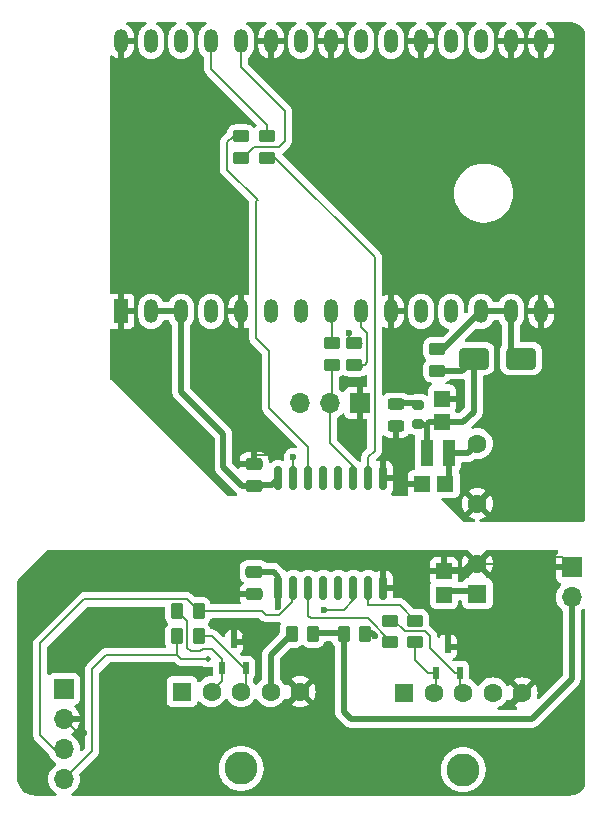
<source format=gbr>
%TF.GenerationSoftware,KiCad,Pcbnew,8.0.8*%
%TF.CreationDate,2025-06-05T09:36:50+02:00*%
%TF.ProjectId,heishamon-lr-pdc,68656973-6861-46d6-9f6e-2d6c722d7064,rev?*%
%TF.SameCoordinates,Original*%
%TF.FileFunction,Copper,L1,Top*%
%TF.FilePolarity,Positive*%
%FSLAX46Y46*%
G04 Gerber Fmt 4.6, Leading zero omitted, Abs format (unit mm)*
G04 Created by KiCad (PCBNEW 8.0.8) date 2025-06-05 09:36:50*
%MOMM*%
%LPD*%
G01*
G04 APERTURE LIST*
G04 Aperture macros list*
%AMRoundRect*
0 Rectangle with rounded corners*
0 $1 Rounding radius*
0 $2 $3 $4 $5 $6 $7 $8 $9 X,Y pos of 4 corners*
0 Add a 4 corners polygon primitive as box body*
4,1,4,$2,$3,$4,$5,$6,$7,$8,$9,$2,$3,0*
0 Add four circle primitives for the rounded corners*
1,1,$1+$1,$2,$3*
1,1,$1+$1,$4,$5*
1,1,$1+$1,$6,$7*
1,1,$1+$1,$8,$9*
0 Add four rect primitives between the rounded corners*
20,1,$1+$1,$2,$3,$4,$5,0*
20,1,$1+$1,$4,$5,$6,$7,0*
20,1,$1+$1,$6,$7,$8,$9,0*
20,1,$1+$1,$8,$9,$2,$3,0*%
G04 Aperture macros list end*
%TA.AperFunction,SMDPad,CuDef*%
%ADD10R,1.350000X1.410000*%
%TD*%
%TA.AperFunction,SMDPad,CuDef*%
%ADD11RoundRect,0.150000X0.150000X-0.875000X0.150000X0.875000X-0.150000X0.875000X-0.150000X-0.875000X0*%
%TD*%
%TA.AperFunction,SMDPad,CuDef*%
%ADD12RoundRect,0.250000X-0.262500X-0.450000X0.262500X-0.450000X0.262500X0.450000X-0.262500X0.450000X0*%
%TD*%
%TA.AperFunction,SMDPad,CuDef*%
%ADD13R,0.530000X1.040000*%
%TD*%
%TA.AperFunction,SMDPad,CuDef*%
%ADD14RoundRect,0.200000X0.275000X-0.200000X0.275000X0.200000X-0.275000X0.200000X-0.275000X-0.200000X0*%
%TD*%
%TA.AperFunction,SMDPad,CuDef*%
%ADD15RoundRect,0.250000X0.262500X0.450000X-0.262500X0.450000X-0.262500X-0.450000X0.262500X-0.450000X0*%
%TD*%
%TA.AperFunction,SMDPad,CuDef*%
%ADD16R,1.000000X2.200000*%
%TD*%
%TA.AperFunction,ComponentPad*%
%ADD17R,1.200000X2.000000*%
%TD*%
%TA.AperFunction,ComponentPad*%
%ADD18O,1.200000X2.000000*%
%TD*%
%TA.AperFunction,ComponentPad*%
%ADD19C,2.800000*%
%TD*%
%TA.AperFunction,ComponentPad*%
%ADD20R,1.600000X1.600000*%
%TD*%
%TA.AperFunction,ComponentPad*%
%ADD21C,1.600000*%
%TD*%
%TA.AperFunction,SMDPad,CuDef*%
%ADD22RoundRect,0.250000X-0.450000X0.262500X-0.450000X-0.262500X0.450000X-0.262500X0.450000X0.262500X0*%
%TD*%
%TA.AperFunction,SMDPad,CuDef*%
%ADD23RoundRect,0.250000X-0.475000X0.250000X-0.475000X-0.250000X0.475000X-0.250000X0.475000X0.250000X0*%
%TD*%
%TA.AperFunction,SMDPad,CuDef*%
%ADD24RoundRect,0.250000X0.450000X-0.262500X0.450000X0.262500X-0.450000X0.262500X-0.450000X-0.262500X0*%
%TD*%
%TA.AperFunction,ComponentPad*%
%ADD25R,1.700000X1.700000*%
%TD*%
%TA.AperFunction,ComponentPad*%
%ADD26O,1.700000X1.700000*%
%TD*%
%TA.AperFunction,SMDPad,CuDef*%
%ADD27RoundRect,0.250000X0.475000X-0.250000X0.475000X0.250000X-0.475000X0.250000X-0.475000X-0.250000X0*%
%TD*%
%TA.AperFunction,SMDPad,CuDef*%
%ADD28RoundRect,0.250000X1.000000X0.650000X-1.000000X0.650000X-1.000000X-0.650000X1.000000X-0.650000X0*%
%TD*%
%TA.AperFunction,SMDPad,CuDef*%
%ADD29R,1.410000X1.350000*%
%TD*%
%TA.AperFunction,SMDPad,CuDef*%
%ADD30RoundRect,0.243750X0.456250X-0.243750X0.456250X0.243750X-0.456250X0.243750X-0.456250X-0.243750X0*%
%TD*%
%TA.AperFunction,ViaPad*%
%ADD31C,0.600000*%
%TD*%
%TA.AperFunction,ViaPad*%
%ADD32C,0.500000*%
%TD*%
%TA.AperFunction,Conductor*%
%ADD33C,0.500000*%
%TD*%
%TA.AperFunction,Conductor*%
%ADD34C,0.200000*%
%TD*%
G04 APERTURE END LIST*
D10*
%TO.P,C5,2,2*%
%TO.N,VCC_IN*%
X50750000Y-62400000D03*
%TO.P,C5,1,1*%
%TO.N,GNDD*%
X50750000Y-60400000D03*
%TD*%
%TO.P,C4,2,2*%
%TO.N,+5V*%
X50550000Y-47800000D03*
%TO.P,C4,1,1*%
%TO.N,GND*%
X50550000Y-45800000D03*
%TD*%
D11*
%TO.P,U1,1,Vcc1*%
%TO.N,+5_HP*%
X36705000Y-61850000D03*
%TO.P,U1,2,INA*%
%TO.N,/TX (HP >)*%
X37975000Y-61850000D03*
%TO.P,U1,3,INB*%
%TO.N,Net-(U1-INB)*%
X39245000Y-61850000D03*
%TO.P,U1,4,INC*%
%TO.N,unconnected-(U1-INC-Pad4)*%
X40515000Y-61850000D03*
%TO.P,U1,5,IND*%
%TO.N,unconnected-(U1-IND-Pad5)*%
X41785000Y-61850000D03*
%TO.P,U1,6,OUTE*%
%TO.N,/RX (HP <)*%
X43055000Y-61850000D03*
%TO.P,U1,7,OUTF*%
%TO.N,Net-(U1-OUTF)*%
X44325000Y-61850000D03*
%TO.P,U1,8,GND1*%
%TO.N,GNDD*%
X45595000Y-61850000D03*
%TO.P,U1,9,GND2*%
%TO.N,GND*%
X45595000Y-52550000D03*
%TO.P,U1,10,INF*%
%TO.N,ESP_PROXY_TX*%
X44325000Y-52550000D03*
%TO.P,U1,11,INE*%
%TO.N,ESP_TX*%
X43055000Y-52550000D03*
%TO.P,U1,12,OUTD*%
%TO.N,unconnected-(U1-OUTD-Pad12)*%
X41785000Y-52550000D03*
%TO.P,U1,13,OUTC*%
%TO.N,unconnected-(U1-OUTC-Pad13)*%
X40515000Y-52550000D03*
%TO.P,U1,14,OUTB*%
%TO.N,ESP_PROXY_RX*%
X39245000Y-52550000D03*
%TO.P,U1,15,OUTA*%
%TO.N,ESP_RX*%
X37975000Y-52550000D03*
%TO.P,U1,16,Vcc2*%
%TO.N,+3V3*%
X36705000Y-52550000D03*
%TD*%
D12*
%TO.P,R10,1*%
%TO.N,+12_HP*%
X37825000Y-65700000D03*
%TO.P,R10,2*%
%TO.N,VCC_IN*%
X39650000Y-65700000D03*
%TD*%
%TO.P,R2,1*%
%TO.N,Net-(CN1-Pad2)*%
X28150000Y-63800000D03*
%TO.P,R2,2*%
%TO.N,/TX (HP >)*%
X29975000Y-63800000D03*
%TD*%
%TO.P,R11,1*%
%TO.N,VCC_IN*%
X42237500Y-65700000D03*
%TO.P,R11,2*%
%TO.N,+5_HP*%
X44062500Y-65700000D03*
%TD*%
D13*
%TO.P,D3,1,1*%
%TO.N,Net-(CN1-Pad2)*%
X31950000Y-68600000D03*
%TO.P,D3,2,2*%
%TO.N,Net-(CN1-Pad3)*%
X33950000Y-68600000D03*
%TO.P,D3,3,3*%
%TO.N,GNDD*%
X32950000Y-66400000D03*
%TD*%
D14*
%TO.P,R5,1*%
%TO.N,+5V*%
X48550000Y-47975000D03*
%TO.P,R5,2*%
%TO.N,Net-(D1-A)*%
X48550000Y-46325000D03*
%TD*%
D15*
%TO.P,R1,1*%
%TO.N,Net-(CN1-Pad3)*%
X29975000Y-65925000D03*
%TO.P,R1,2*%
%TO.N,/RX (HP <)*%
X28150000Y-65925000D03*
%TD*%
D16*
%TO.P,L1,1,1*%
%TO.N,Net-(U2-+VO)*%
X51150000Y-50400000D03*
%TO.P,L1,2,2*%
%TO.N,+5V*%
X49250000Y-50400000D03*
%TD*%
D17*
%TO.P,U3,1,GND*%
%TO.N,GND*%
X23410000Y-38400000D03*
D18*
%TO.P,U3,2,3V3*%
%TO.N,+3V3*%
X25950000Y-38400000D03*
%TO.P,U3,3,3V3*%
X28490000Y-38400000D03*
%TO.P,U3,4,RST*%
%TO.N,unconnected-(U3-RST-Pad4)*%
X31030000Y-38400000D03*
%TO.P,U3,5,GND*%
%TO.N,GND*%
X33570000Y-38400000D03*
%TO.P,U3,6,GPIO4*%
%TO.N,unconnected-(U3-GPIO4-Pad6)*%
X36110000Y-38400000D03*
%TO.P,U3,7,GPIO5*%
%TO.N,unconnected-(U3-GPIO5-Pad7)*%
X38650000Y-38400000D03*
%TO.P,U3,8,GPIO6*%
%TO.N,Net-(U3-GPIO6)*%
X41190000Y-38400000D03*
%TO.P,U3,9,GPIO7*%
%TO.N,Net-(U3-GPIO7)*%
X43730000Y-38400000D03*
%TO.P,U3,10,GND*%
%TO.N,GND*%
X46270000Y-38400000D03*
%TO.P,U3,11,GPIO8/RGB_LED*%
%TO.N,unconnected-(U3-GPIO8{slash}RGB_LED-Pad11)*%
X48810000Y-38400000D03*
%TO.P,U3,12,GPIO9*%
%TO.N,unconnected-(U3-GPIO9-Pad12)*%
X51350000Y-38400000D03*
%TO.P,U3,13,5V*%
%TO.N,5V*%
X53890000Y-38400000D03*
%TO.P,U3,14,5V*%
X56430000Y-38400000D03*
%TO.P,U3,15,GND*%
%TO.N,GND*%
X58970000Y-38400000D03*
%TO.P,U3,16,GND*%
X58970000Y-15540000D03*
%TO.P,U3,17,GND*%
X56430000Y-15540000D03*
%TO.P,U3,18,GPIO19/USBD_+*%
%TO.N,unconnected-(U3-GPIO19{slash}USBD_+-Pad18)*%
X53890000Y-15540000D03*
%TO.P,U3,19,GPIO18/USBD_-*%
%TO.N,unconnected-(U3-GPIO18{slash}USBD_--Pad19)*%
X51350000Y-15540000D03*
%TO.P,U3,20,GND*%
%TO.N,GND*%
X48810000Y-15540000D03*
%TO.P,U3,21,GPIO21/U0TXD*%
%TO.N,unconnected-(U3-GPIO21{slash}U0TXD-Pad21)*%
X46270000Y-15540000D03*
%TO.P,U3,22,GPIO20/U0RXD*%
%TO.N,unconnected-(U3-GPIO20{slash}U0RXD-Pad22)*%
X43730000Y-15540000D03*
%TO.P,U3,23,GND*%
%TO.N,GND*%
X41190000Y-15540000D03*
%TO.P,U3,24,GPIO10*%
%TO.N,unconnected-(U3-GPIO10-Pad24)*%
X38650000Y-15540000D03*
%TO.P,U3,25,GND*%
%TO.N,GND*%
X36110000Y-15540000D03*
%TO.P,U3,26,GPIO3*%
%TO.N,Net-(U3-GPIO3)*%
X33570000Y-15540000D03*
%TO.P,U3,27,GPIO2*%
%TO.N,Net-(U3-GPIO2)*%
X31030000Y-15540000D03*
%TO.P,U3,28,GPIO1*%
%TO.N,unconnected-(U3-GPIO1-Pad28)*%
X28490000Y-15540000D03*
%TO.P,U3,29,GPIO0*%
%TO.N,unconnected-(U3-GPIO0-Pad29)*%
X25950000Y-15540000D03*
%TO.P,U3,30,GND*%
%TO.N,GND*%
X23410000Y-15540000D03*
%TD*%
D19*
%TO.P,CN2,*%
%TO.N,*%
X52350000Y-77200000D03*
D20*
%TO.P,CN2,1,1*%
%TO.N,+5_HP*%
X47350000Y-70700000D03*
D21*
%TO.P,CN2,2,2*%
%TO.N,Net-(CN2-Pad2)*%
X49850000Y-70700000D03*
%TO.P,CN2,3,3*%
%TO.N,Net-(CN2-Pad3)*%
X52350000Y-70700000D03*
%TO.P,CN2,4,4*%
%TO.N,unconnected-(CN2-Pad4)*%
X54850000Y-70700000D03*
%TO.P,CN2,5,5*%
%TO.N,GNDD*%
X57350000Y-70700000D03*
%TD*%
D22*
%TO.P,R12,1*%
%TO.N,5V*%
X50150000Y-41587500D03*
%TO.P,R12,2*%
%TO.N,+5V*%
X50150000Y-43412500D03*
%TD*%
%TO.P,R3,1*%
%TO.N,Net-(CN2-Pad3)*%
X46175000Y-64587500D03*
%TO.P,R3,2*%
%TO.N,Net-(U1-INB)*%
X46175000Y-66412500D03*
%TD*%
D13*
%TO.P,D4,1,1*%
%TO.N,Net-(CN2-Pad2)*%
X50050000Y-69000000D03*
%TO.P,D4,2,2*%
%TO.N,Net-(CN2-Pad3)*%
X52050000Y-69000000D03*
%TO.P,D4,3,3*%
%TO.N,GNDD*%
X51050000Y-66800000D03*
%TD*%
D23*
%TO.P,C1,1*%
%TO.N,+5_HP*%
X34650000Y-60450000D03*
%TO.P,C1,2*%
%TO.N,GNDD*%
X34650000Y-62350000D03*
%TD*%
D24*
%TO.P,R4,1*%
%TO.N,Net-(CN2-Pad2)*%
X48275000Y-66412500D03*
%TO.P,R4,2*%
%TO.N,Net-(U1-OUTF)*%
X48275000Y-64587500D03*
%TD*%
D25*
%TO.P,J2,1,Pin_1*%
%TO.N,GND*%
X43640000Y-46150000D03*
D26*
%TO.P,J2,2,Pin_2*%
%TO.N,ESP_TX*%
X41100000Y-46150000D03*
%TO.P,J2,3,Pin_3*%
%TO.N,ESP_RX*%
X38560000Y-46150000D03*
%TD*%
D25*
%TO.P,J1,1,Pin_1*%
%TO.N,+5_HP*%
X18550000Y-70380000D03*
D26*
%TO.P,J1,2,Pin_2*%
%TO.N,GNDD*%
X18550000Y-72920000D03*
%TO.P,J1,3,Pin_3*%
%TO.N,/TX (HP >)*%
X18550000Y-75460000D03*
%TO.P,J1,4,Pin_4*%
%TO.N,/RX (HP <)*%
X18550000Y-78000000D03*
%TD*%
D24*
%TO.P,R8,1*%
%TO.N,ESP_TX*%
X41250000Y-42912500D03*
%TO.P,R8,2*%
%TO.N,Net-(U3-GPIO6)*%
X41250000Y-41087500D03*
%TD*%
%TO.P,R6,1*%
%TO.N,ESP_PROXY_TX*%
X35750000Y-25400000D03*
%TO.P,R6,2*%
%TO.N,Net-(U3-GPIO2)*%
X35750000Y-23575000D03*
%TD*%
D20*
%TO.P,U2,1,VIN*%
%TO.N,VCC_IN*%
X53550000Y-62300000D03*
D21*
%TO.P,U2,2,GND*%
%TO.N,GNDD*%
X53550000Y-59760000D03*
%TO.P,U2,4,0V*%
%TO.N,GND*%
X53550000Y-54680000D03*
%TO.P,U2,6,+VO*%
%TO.N,Net-(U2-+VO)*%
X53550000Y-49600000D03*
%TD*%
D25*
%TO.P,J3,1,Pin_1*%
%TO.N,GNDD*%
X61550000Y-60060000D03*
D26*
%TO.P,J3,2,Pin_2*%
%TO.N,VCC_IN*%
X61550000Y-62600000D03*
%TD*%
D27*
%TO.P,C3,1*%
%TO.N,+3V3*%
X34650000Y-53200000D03*
%TO.P,C3,2*%
%TO.N,GND*%
X34650000Y-51300000D03*
%TD*%
D22*
%TO.P,R9,1*%
%TO.N,ESP_RX*%
X43150000Y-41087500D03*
%TO.P,R9,2*%
%TO.N,Net-(U3-GPIO7)*%
X43150000Y-42912500D03*
%TD*%
%TO.P,R7,1*%
%TO.N,ESP_PROXY_RX*%
X33550000Y-23587500D03*
%TO.P,R7,2*%
%TO.N,Net-(U3-GPIO3)*%
X33550000Y-25412500D03*
%TD*%
D28*
%TO.P,D2,1,K*%
%TO.N,5V*%
X57250000Y-42400000D03*
%TO.P,D2,2,A*%
%TO.N,+5V*%
X53250000Y-42400000D03*
%TD*%
D29*
%TO.P,C2,1,1*%
%TO.N,GND*%
X48850000Y-53000000D03*
%TO.P,C2,2,2*%
%TO.N,Net-(U2-+VO)*%
X50850000Y-53000000D03*
%TD*%
D19*
%TO.P,CN1,*%
%TO.N,*%
X33550000Y-77100000D03*
D20*
%TO.P,CN1,1,1*%
%TO.N,+5_HP*%
X28550000Y-70600000D03*
D21*
%TO.P,CN1,2,2*%
%TO.N,Net-(CN1-Pad2)*%
X31050000Y-70600000D03*
%TO.P,CN1,3,3*%
%TO.N,Net-(CN1-Pad3)*%
X33550000Y-70600000D03*
%TO.P,CN1,4,4*%
%TO.N,+12_HP*%
X36050000Y-70600000D03*
%TO.P,CN1,5,5*%
%TO.N,GNDD*%
X38550000Y-70600000D03*
%TD*%
D30*
%TO.P,D1,1,K*%
%TO.N,GND*%
X46650000Y-48137500D03*
%TO.P,D1,2,A*%
%TO.N,Net-(D1-A)*%
X46650000Y-46262500D03*
%TD*%
D31*
%TO.N,GNDD*%
X33850000Y-66100000D03*
X57250000Y-59800000D03*
X51050000Y-66000000D03*
X33250000Y-62400000D03*
X46450000Y-61800000D03*
X59650000Y-59200000D03*
X20250000Y-74100000D03*
X55850000Y-59800000D03*
%TO.N,+5_HP*%
X44900000Y-65850000D03*
X36650000Y-63400000D03*
%TO.N,GND*%
X43250000Y-48500000D03*
X47150000Y-53100000D03*
X52050000Y-45800000D03*
X36050000Y-50600000D03*
X46650000Y-49300000D03*
X45650000Y-50900000D03*
%TO.N,ESP_RX*%
X42650000Y-40200000D03*
X37975000Y-50775000D03*
D32*
%TO.N,/RX (HP <)*%
X30750000Y-67800000D03*
D31*
X40550000Y-63700000D03*
%TD*%
D33*
%TO.N,+5V*%
X50550000Y-47800000D02*
X52350000Y-47800000D01*
X52350000Y-47800000D02*
X53250000Y-46900000D01*
X53250000Y-46900000D02*
X53250000Y-42400000D01*
%TO.N,VCC_IN*%
X39750000Y-65600000D02*
X42025000Y-65600000D01*
X42025000Y-65600000D02*
X42250000Y-65825000D01*
X42250000Y-72300000D02*
X42850000Y-72900000D01*
X42250000Y-65825000D02*
X42250000Y-72300000D01*
X42850000Y-72900000D02*
X58150000Y-72900000D01*
X58150000Y-72900000D02*
X61550000Y-69500000D01*
X61550000Y-69500000D02*
X61550000Y-62600000D01*
%TO.N,+12_HP*%
X37925000Y-65600000D02*
X36050000Y-67475000D01*
X36050000Y-67475000D02*
X36050000Y-70600000D01*
%TO.N,+5V*%
X49250000Y-48000000D02*
X48575000Y-48000000D01*
X48575000Y-48000000D02*
X48550000Y-47975000D01*
X50550000Y-47800000D02*
X49450000Y-47800000D01*
%TO.N,Net-(U2-+VO)*%
X50850000Y-53000000D02*
X51150000Y-52700000D01*
X51150000Y-52700000D02*
X51150000Y-50400000D01*
%TO.N,+5_HP*%
X34650000Y-60450000D02*
X36300000Y-60450000D01*
X36300000Y-60450000D02*
X36705000Y-60855000D01*
X36705000Y-60855000D02*
X36705000Y-61850000D01*
D34*
%TO.N,Net-(CN2-Pad2)*%
X49850000Y-70700000D02*
X50050000Y-70500000D01*
X50050000Y-70500000D02*
X50050000Y-69000000D01*
X48275000Y-66412500D02*
X48275000Y-67925000D01*
X48275000Y-67925000D02*
X49350000Y-69000000D01*
X49350000Y-69000000D02*
X50050000Y-69000000D01*
%TO.N,Net-(CN2-Pad3)*%
X52050000Y-69000000D02*
X51650000Y-69000000D01*
X47450000Y-65500000D02*
X46450000Y-64500000D01*
X51650000Y-69000000D02*
X49550000Y-66900000D01*
X49550000Y-65900000D02*
X49150000Y-65500000D01*
X49550000Y-66900000D02*
X49550000Y-65900000D01*
X49150000Y-65500000D02*
X47450000Y-65500000D01*
%TO.N,/RX (HP <)*%
X30750000Y-67800000D02*
X28450000Y-67800000D01*
X28450000Y-67800000D02*
X28150000Y-67500000D01*
%TO.N,Net-(CN1-Pad2)*%
X28150000Y-63800000D02*
X28975000Y-64625000D01*
X30072182Y-67200000D02*
X30322182Y-66950000D01*
X28975000Y-64625000D02*
X28975000Y-66900000D01*
X28975000Y-66900000D02*
X29275000Y-67200000D01*
X29275000Y-67200000D02*
X30072182Y-67200000D01*
X30322182Y-66950000D02*
X31100000Y-66950000D01*
X31100000Y-66950000D02*
X31950000Y-67800000D01*
X31950000Y-67800000D02*
X31950000Y-68600000D01*
%TO.N,Net-(CN1-Pad3)*%
X29975000Y-65925000D02*
X31090000Y-65925000D01*
X31090000Y-65925000D02*
X33765000Y-68600000D01*
X33765000Y-68600000D02*
X33950000Y-68600000D01*
%TO.N,GNDD*%
X45595000Y-61850000D02*
X46400000Y-61850000D01*
X60690000Y-59200000D02*
X59650000Y-59200000D01*
X33550000Y-66400000D02*
X32950000Y-66400000D01*
X51050000Y-66800000D02*
X51050000Y-66000000D01*
X33300000Y-62350000D02*
X33250000Y-62400000D01*
X55810000Y-59760000D02*
X55850000Y-59800000D01*
D33*
X50750000Y-60300000D02*
X52505000Y-60300000D01*
D34*
X46400000Y-61850000D02*
X46450000Y-61800000D01*
X19730000Y-74100000D02*
X20250000Y-74100000D01*
X61550000Y-60060000D02*
X60690000Y-59200000D01*
X18550000Y-72920000D02*
X19730000Y-74100000D01*
D33*
X52505000Y-60300000D02*
X53025000Y-59780000D01*
D34*
X34650000Y-62350000D02*
X33300000Y-62350000D01*
D33*
X50750000Y-60700000D02*
X50750000Y-60300000D01*
D34*
X33850000Y-66100000D02*
X33550000Y-66400000D01*
X53550000Y-59760000D02*
X55810000Y-59760000D01*
D33*
%TO.N,+5_HP*%
X44650000Y-65600000D02*
X44900000Y-65850000D01*
X36705000Y-61850000D02*
X36705000Y-63345000D01*
X36650000Y-63400000D02*
X36650000Y-61795000D01*
X36705000Y-63345000D02*
X36650000Y-63400000D01*
X43850000Y-65600000D02*
X44650000Y-65600000D01*
%TO.N,+3V3*%
X33650000Y-53200000D02*
X34650000Y-53200000D01*
X32050000Y-48800000D02*
X32050000Y-51600000D01*
X25950000Y-38400000D02*
X28490000Y-38400000D01*
X32050000Y-51600000D02*
X33650000Y-53200000D01*
X28490000Y-45240000D02*
X32050000Y-48800000D01*
X28490000Y-38400000D02*
X28490000Y-45240000D01*
D34*
%TO.N,GND*%
X43640000Y-48090000D02*
X43640000Y-46150000D01*
X43250000Y-48500000D02*
X43650000Y-48100000D01*
X46650000Y-48137500D02*
X46650000Y-49300000D01*
X34650000Y-50600000D02*
X36050000Y-50600000D01*
X43650000Y-48100000D02*
X43640000Y-48090000D01*
X45595000Y-50955000D02*
X45650000Y-50900000D01*
X47150000Y-53100000D02*
X48750000Y-53100000D01*
X45595000Y-52550000D02*
X45595000Y-50955000D01*
X50550000Y-45800000D02*
X52050000Y-45800000D01*
X48750000Y-53100000D02*
X48850000Y-53000000D01*
D33*
%TO.N,+5V*%
X50150000Y-43412500D02*
X52237500Y-43412500D01*
X52237500Y-43412500D02*
X53250000Y-42400000D01*
X49250000Y-50400000D02*
X49250000Y-48000000D01*
X49250000Y-48000000D02*
X49450000Y-47800000D01*
%TO.N,5V*%
X50662500Y-41587500D02*
X50150000Y-41587500D01*
X56430000Y-41580000D02*
X57250000Y-42400000D01*
X53850000Y-38400000D02*
X50662500Y-41587500D01*
X56430000Y-38400000D02*
X56430000Y-41580000D01*
X56430000Y-38400000D02*
X53890000Y-38400000D01*
X53890000Y-38400000D02*
X53850000Y-38400000D01*
D34*
%TO.N,ESP_TX*%
X43055000Y-51525001D02*
X41100000Y-49570001D01*
X41250000Y-42912500D02*
X41250000Y-46000000D01*
X43055000Y-52550000D02*
X43055000Y-51525001D01*
X41100000Y-49570001D02*
X41100000Y-46150000D01*
X41250000Y-46000000D02*
X41100000Y-46150000D01*
%TO.N,ESP_RX*%
X42650000Y-40200000D02*
X42650000Y-40587500D01*
X42650000Y-40587500D02*
X43150000Y-41087500D01*
X37975000Y-52550000D02*
X37975000Y-50775000D01*
X38050000Y-50700000D02*
X37975000Y-50775000D01*
X43730000Y-41067500D02*
X43750000Y-41087500D01*
%TO.N,ESP_PROXY_TX*%
X35750000Y-25400000D02*
X36450000Y-25400000D01*
X44325000Y-50725000D02*
X44325000Y-52550000D01*
X44850000Y-33800000D02*
X44850000Y-50200000D01*
X36450000Y-25400000D02*
X44850000Y-33800000D01*
X44850000Y-50200000D02*
X44325000Y-50725000D01*
%TO.N,ESP_PROXY_RX*%
X39245000Y-52550000D02*
X39245000Y-49895000D01*
X34850000Y-29100000D02*
X34950000Y-29000000D01*
X32350000Y-26400000D02*
X32350000Y-24100000D01*
X35950000Y-41800000D02*
X34850000Y-40700000D01*
X39245000Y-49895000D02*
X35950000Y-46600000D01*
X32350000Y-24100000D02*
X32850000Y-23600000D01*
X35950000Y-46600000D02*
X35950000Y-41800000D01*
X34950000Y-29000000D02*
X32350000Y-26400000D01*
X32850000Y-23600000D02*
X33750000Y-23600000D01*
X34850000Y-40700000D02*
X34850000Y-29100000D01*
X33750000Y-23600000D02*
X33750000Y-23900000D01*
X33570000Y-23420000D02*
X33750000Y-23600000D01*
D33*
%TO.N,Net-(D1-A)*%
X46712500Y-46200000D02*
X46650000Y-46262500D01*
X48775000Y-46400000D02*
X48575000Y-46200000D01*
X48575000Y-46200000D02*
X46712500Y-46200000D01*
D34*
%TO.N,Net-(U3-GPIO2)*%
X31030000Y-15540000D02*
X31030000Y-17880000D01*
X31030000Y-17880000D02*
X35750000Y-22600000D01*
X35750000Y-22600000D02*
X35750000Y-23575000D01*
%TO.N,Net-(U3-GPIO3)*%
X34675000Y-24500000D02*
X36750000Y-24500000D01*
X33750000Y-25425000D02*
X34675000Y-24500000D01*
X37250000Y-24000000D02*
X37250000Y-21400000D01*
X36750000Y-24500000D02*
X37250000Y-24000000D01*
X37250000Y-21400000D02*
X33570000Y-17720000D01*
X33570000Y-17720000D02*
X33570000Y-15540000D01*
%TO.N,Net-(U3-GPIO6)*%
X41250000Y-41087500D02*
X41250000Y-38460000D01*
X41250000Y-38460000D02*
X41190000Y-38400000D01*
%TO.N,Net-(U3-GPIO7)*%
X44250000Y-42700000D02*
X44037500Y-42912500D01*
X43750000Y-42912500D02*
X43750000Y-43100000D01*
X43730000Y-38400000D02*
X43730000Y-39720000D01*
X44250000Y-40240000D02*
X44250000Y-42700000D01*
X43730000Y-39720000D02*
X44250000Y-40240000D01*
X44037500Y-42912500D02*
X43150000Y-42912500D01*
%TO.N,Net-(U1-OUTF)*%
X44325000Y-61850000D02*
X44325000Y-63300000D01*
X48275000Y-64587500D02*
X46987500Y-63300000D01*
X46987500Y-63300000D02*
X44325000Y-63300000D01*
%TO.N,Net-(U1-INB)*%
X39250000Y-64100000D02*
X39250000Y-63900000D01*
X39250000Y-64200000D02*
X39450000Y-64400000D01*
X39250000Y-63900000D02*
X39250000Y-64200000D01*
X39245000Y-63895000D02*
X39245000Y-61850000D01*
X44298529Y-64400000D02*
X46175000Y-66276471D01*
X39450000Y-64400000D02*
X44298529Y-64400000D01*
X39250000Y-63900000D02*
X39245000Y-63895000D01*
X46175000Y-66276471D02*
X46175000Y-66412500D01*
%TO.N,Net-(CN1-Pad3)*%
X33950000Y-68600000D02*
X33950000Y-70200000D01*
X33950000Y-70200000D02*
X33550000Y-70600000D01*
%TO.N,Net-(CN1-Pad2)*%
X31950000Y-69700000D02*
X31050000Y-70600000D01*
X31950000Y-68600000D02*
X31950000Y-69700000D01*
%TO.N,Net-(CN2-Pad2)*%
X50025000Y-70525000D02*
X49850000Y-70700000D01*
%TO.N,Net-(CN2-Pad3)*%
X52050000Y-69000000D02*
X52050000Y-70400000D01*
X52050000Y-70400000D02*
X52350000Y-70700000D01*
D33*
%TO.N,VCC_IN*%
X52805000Y-62100000D02*
X53025000Y-62320000D01*
X50750000Y-62100000D02*
X52805000Y-62100000D01*
D34*
%TO.N,/TX (HP >)*%
X20250000Y-62800000D02*
X28975000Y-62800000D01*
X28975000Y-62800000D02*
X29975000Y-63800000D01*
X35650000Y-64100000D02*
X36798529Y-64100000D01*
X29975000Y-63625000D02*
X29975000Y-63800000D01*
X16550000Y-66500000D02*
X20250000Y-62800000D01*
X16550000Y-74300000D02*
X16550000Y-66500000D01*
X29975000Y-63800000D02*
X35350000Y-63800000D01*
X37850000Y-63048529D02*
X37850000Y-62800000D01*
X35350000Y-63800000D02*
X35650000Y-64100000D01*
X36874264Y-64024264D02*
X37850000Y-63048529D01*
X36798529Y-64100000D02*
X36874264Y-64024265D01*
X18550000Y-75460000D02*
X17710000Y-75460000D01*
X17710000Y-75460000D02*
X16550000Y-74300000D01*
X36874264Y-64024265D02*
X36874264Y-64024264D01*
%TO.N,/RX (HP <)*%
X20950000Y-68700000D02*
X20950000Y-75600000D01*
X28150000Y-65925000D02*
X28150000Y-67500000D01*
X22150000Y-67500000D02*
X20950000Y-68700000D01*
X40550000Y-63700000D02*
X42229999Y-63700000D01*
X20950000Y-75600000D02*
X18550000Y-78000000D01*
X28150000Y-67500000D02*
X22150000Y-67500000D01*
X42229999Y-63700000D02*
X43055000Y-62874999D01*
X43055000Y-62874999D02*
X43055000Y-61850000D01*
D33*
%TO.N,Net-(U2-+VO)*%
X52750000Y-50400000D02*
X53550000Y-49600000D01*
X53250000Y-49395000D02*
X53025000Y-49620000D01*
X51150000Y-50400000D02*
X52750000Y-50400000D01*
%TO.N,+3V3*%
X34650000Y-53200000D02*
X34750000Y-53100000D01*
X34750000Y-53100000D02*
X36155000Y-53100000D01*
X36155000Y-53100000D02*
X36705000Y-52550000D01*
%TD*%
%TA.AperFunction,Conductor*%
%TO.N,GND*%
G36*
X35670239Y-13920185D02*
G01*
X35715994Y-13972989D01*
X35725938Y-14042147D01*
X35696913Y-14105703D01*
X35659495Y-14134985D01*
X35533475Y-14199195D01*
X35393397Y-14300967D01*
X35270967Y-14423397D01*
X35169195Y-14563475D01*
X35090591Y-14717742D01*
X35037085Y-14882415D01*
X35010000Y-15053428D01*
X35010000Y-15290000D01*
X35794314Y-15290000D01*
X35789920Y-15294394D01*
X35737259Y-15385606D01*
X35710000Y-15487339D01*
X35710000Y-15592661D01*
X35737259Y-15694394D01*
X35789920Y-15785606D01*
X35794314Y-15790000D01*
X35010000Y-15790000D01*
X35010000Y-16026571D01*
X35037085Y-16197584D01*
X35090591Y-16362257D01*
X35169195Y-16516524D01*
X35270967Y-16656602D01*
X35393397Y-16779032D01*
X35533475Y-16880804D01*
X35687744Y-16959408D01*
X35852415Y-17012914D01*
X35852414Y-17012914D01*
X35859999Y-17014115D01*
X35860000Y-17014114D01*
X35860000Y-15855686D01*
X35864394Y-15860080D01*
X35955606Y-15912741D01*
X36057339Y-15940000D01*
X36162661Y-15940000D01*
X36264394Y-15912741D01*
X36355606Y-15860080D01*
X36360000Y-15855686D01*
X36360000Y-17014115D01*
X36367584Y-17012914D01*
X36532255Y-16959408D01*
X36686524Y-16880804D01*
X36826602Y-16779032D01*
X36949032Y-16656602D01*
X37050804Y-16516524D01*
X37129408Y-16362257D01*
X37182914Y-16197584D01*
X37210000Y-16026571D01*
X37210000Y-15790000D01*
X36425686Y-15790000D01*
X36430080Y-15785606D01*
X36482741Y-15694394D01*
X36510000Y-15592661D01*
X36510000Y-15487339D01*
X36482741Y-15385606D01*
X36430080Y-15294394D01*
X36425686Y-15290000D01*
X37210000Y-15290000D01*
X37210000Y-15053428D01*
X37182914Y-14882415D01*
X37129408Y-14717742D01*
X37050804Y-14563475D01*
X36949032Y-14423397D01*
X36826602Y-14300967D01*
X36686524Y-14199195D01*
X36560505Y-14134985D01*
X36509709Y-14087010D01*
X36492914Y-14019189D01*
X36515452Y-13953054D01*
X36570167Y-13909603D01*
X36616800Y-13900500D01*
X38142099Y-13900500D01*
X38209138Y-13920185D01*
X38254893Y-13972989D01*
X38264837Y-14042147D01*
X38235812Y-14105703D01*
X38198394Y-14134985D01*
X38073211Y-14198768D01*
X38009575Y-14245003D01*
X37933072Y-14300586D01*
X37933070Y-14300588D01*
X37933069Y-14300588D01*
X37810588Y-14423069D01*
X37810588Y-14423070D01*
X37810586Y-14423072D01*
X37766859Y-14483256D01*
X37708768Y-14563211D01*
X37630128Y-14717552D01*
X37576597Y-14882302D01*
X37566121Y-14948449D01*
X37549500Y-15053389D01*
X37549500Y-16026611D01*
X37576598Y-16197701D01*
X37630127Y-16362445D01*
X37708768Y-16516788D01*
X37810586Y-16656928D01*
X37933072Y-16779414D01*
X38073212Y-16881232D01*
X38227555Y-16959873D01*
X38392299Y-17013402D01*
X38563389Y-17040500D01*
X38563390Y-17040500D01*
X38736610Y-17040500D01*
X38736611Y-17040500D01*
X38907701Y-17013402D01*
X39072445Y-16959873D01*
X39226788Y-16881232D01*
X39366928Y-16779414D01*
X39489414Y-16656928D01*
X39591232Y-16516788D01*
X39669873Y-16362445D01*
X39723402Y-16197701D01*
X39750500Y-16026611D01*
X39750500Y-15053389D01*
X39723402Y-14882299D01*
X39669873Y-14717555D01*
X39591232Y-14563212D01*
X39489414Y-14423072D01*
X39366928Y-14300586D01*
X39226788Y-14198768D01*
X39101606Y-14134985D01*
X39050810Y-14087011D01*
X39034015Y-14019190D01*
X39056552Y-13953055D01*
X39111267Y-13909603D01*
X39157901Y-13900500D01*
X40683200Y-13900500D01*
X40750239Y-13920185D01*
X40795994Y-13972989D01*
X40805938Y-14042147D01*
X40776913Y-14105703D01*
X40739495Y-14134985D01*
X40613475Y-14199195D01*
X40473397Y-14300967D01*
X40350967Y-14423397D01*
X40249195Y-14563475D01*
X40170591Y-14717742D01*
X40117085Y-14882415D01*
X40090000Y-15053428D01*
X40090000Y-15290000D01*
X40874314Y-15290000D01*
X40869920Y-15294394D01*
X40817259Y-15385606D01*
X40790000Y-15487339D01*
X40790000Y-15592661D01*
X40817259Y-15694394D01*
X40869920Y-15785606D01*
X40874314Y-15790000D01*
X40090000Y-15790000D01*
X40090000Y-16026571D01*
X40117085Y-16197584D01*
X40170591Y-16362257D01*
X40249195Y-16516524D01*
X40350967Y-16656602D01*
X40473397Y-16779032D01*
X40613475Y-16880804D01*
X40767744Y-16959408D01*
X40932415Y-17012914D01*
X40932414Y-17012914D01*
X40939999Y-17014115D01*
X40940000Y-17014114D01*
X40940000Y-15855686D01*
X40944394Y-15860080D01*
X41035606Y-15912741D01*
X41137339Y-15940000D01*
X41242661Y-15940000D01*
X41344394Y-15912741D01*
X41435606Y-15860080D01*
X41440000Y-15855686D01*
X41440000Y-17014115D01*
X41447584Y-17012914D01*
X41612255Y-16959408D01*
X41766524Y-16880804D01*
X41906602Y-16779032D01*
X42029032Y-16656602D01*
X42130804Y-16516524D01*
X42209408Y-16362257D01*
X42262914Y-16197584D01*
X42290000Y-16026571D01*
X42290000Y-15790000D01*
X41505686Y-15790000D01*
X41510080Y-15785606D01*
X41562741Y-15694394D01*
X41590000Y-15592661D01*
X41590000Y-15487339D01*
X41562741Y-15385606D01*
X41510080Y-15294394D01*
X41505686Y-15290000D01*
X42290000Y-15290000D01*
X42290000Y-15053428D01*
X42262914Y-14882415D01*
X42209408Y-14717742D01*
X42130804Y-14563475D01*
X42029032Y-14423397D01*
X41906602Y-14300967D01*
X41766524Y-14199195D01*
X41640505Y-14134985D01*
X41589709Y-14087010D01*
X41572914Y-14019189D01*
X41595452Y-13953054D01*
X41650167Y-13909603D01*
X41696800Y-13900500D01*
X43222099Y-13900500D01*
X43289138Y-13920185D01*
X43334893Y-13972989D01*
X43344837Y-14042147D01*
X43315812Y-14105703D01*
X43278394Y-14134985D01*
X43153211Y-14198768D01*
X43089575Y-14245003D01*
X43013072Y-14300586D01*
X43013070Y-14300588D01*
X43013069Y-14300588D01*
X42890588Y-14423069D01*
X42890588Y-14423070D01*
X42890586Y-14423072D01*
X42846859Y-14483256D01*
X42788768Y-14563211D01*
X42710128Y-14717552D01*
X42656597Y-14882302D01*
X42646121Y-14948449D01*
X42629500Y-15053389D01*
X42629500Y-16026611D01*
X42656598Y-16197701D01*
X42710127Y-16362445D01*
X42788768Y-16516788D01*
X42890586Y-16656928D01*
X43013072Y-16779414D01*
X43153212Y-16881232D01*
X43307555Y-16959873D01*
X43472299Y-17013402D01*
X43643389Y-17040500D01*
X43643390Y-17040500D01*
X43816610Y-17040500D01*
X43816611Y-17040500D01*
X43987701Y-17013402D01*
X44152445Y-16959873D01*
X44306788Y-16881232D01*
X44446928Y-16779414D01*
X44569414Y-16656928D01*
X44671232Y-16516788D01*
X44749873Y-16362445D01*
X44803402Y-16197701D01*
X44830500Y-16026611D01*
X44830500Y-15053389D01*
X44803402Y-14882299D01*
X44749873Y-14717555D01*
X44671232Y-14563212D01*
X44569414Y-14423072D01*
X44446928Y-14300586D01*
X44306788Y-14198768D01*
X44181606Y-14134985D01*
X44130810Y-14087011D01*
X44114015Y-14019190D01*
X44136552Y-13953055D01*
X44191267Y-13909603D01*
X44237901Y-13900500D01*
X45762099Y-13900500D01*
X45829138Y-13920185D01*
X45874893Y-13972989D01*
X45884837Y-14042147D01*
X45855812Y-14105703D01*
X45818394Y-14134985D01*
X45693211Y-14198768D01*
X45629575Y-14245003D01*
X45553072Y-14300586D01*
X45553070Y-14300588D01*
X45553069Y-14300588D01*
X45430588Y-14423069D01*
X45430588Y-14423070D01*
X45430586Y-14423072D01*
X45386859Y-14483256D01*
X45328768Y-14563211D01*
X45250128Y-14717552D01*
X45196597Y-14882302D01*
X45186121Y-14948449D01*
X45169500Y-15053389D01*
X45169500Y-16026611D01*
X45196598Y-16197701D01*
X45250127Y-16362445D01*
X45328768Y-16516788D01*
X45430586Y-16656928D01*
X45553072Y-16779414D01*
X45693212Y-16881232D01*
X45847555Y-16959873D01*
X46012299Y-17013402D01*
X46183389Y-17040500D01*
X46183390Y-17040500D01*
X46356610Y-17040500D01*
X46356611Y-17040500D01*
X46527701Y-17013402D01*
X46692445Y-16959873D01*
X46846788Y-16881232D01*
X46986928Y-16779414D01*
X47109414Y-16656928D01*
X47211232Y-16516788D01*
X47289873Y-16362445D01*
X47343402Y-16197701D01*
X47370500Y-16026611D01*
X47370500Y-15053389D01*
X47343402Y-14882299D01*
X47289873Y-14717555D01*
X47211232Y-14563212D01*
X47109414Y-14423072D01*
X46986928Y-14300586D01*
X46846788Y-14198768D01*
X46721606Y-14134985D01*
X46670810Y-14087011D01*
X46654015Y-14019190D01*
X46676552Y-13953055D01*
X46731267Y-13909603D01*
X46777901Y-13900500D01*
X48303200Y-13900500D01*
X48370239Y-13920185D01*
X48415994Y-13972989D01*
X48425938Y-14042147D01*
X48396913Y-14105703D01*
X48359495Y-14134985D01*
X48233475Y-14199195D01*
X48093397Y-14300967D01*
X47970967Y-14423397D01*
X47869195Y-14563475D01*
X47790591Y-14717742D01*
X47737085Y-14882415D01*
X47710000Y-15053428D01*
X47710000Y-15290000D01*
X48494314Y-15290000D01*
X48489920Y-15294394D01*
X48437259Y-15385606D01*
X48410000Y-15487339D01*
X48410000Y-15592661D01*
X48437259Y-15694394D01*
X48489920Y-15785606D01*
X48494314Y-15790000D01*
X47710000Y-15790000D01*
X47710000Y-16026571D01*
X47737085Y-16197584D01*
X47790591Y-16362257D01*
X47869195Y-16516524D01*
X47970967Y-16656602D01*
X48093397Y-16779032D01*
X48233475Y-16880804D01*
X48387744Y-16959408D01*
X48552415Y-17012914D01*
X48552414Y-17012914D01*
X48559999Y-17014115D01*
X48560000Y-17014114D01*
X48560000Y-15855686D01*
X48564394Y-15860080D01*
X48655606Y-15912741D01*
X48757339Y-15940000D01*
X48862661Y-15940000D01*
X48964394Y-15912741D01*
X49055606Y-15860080D01*
X49060000Y-15855686D01*
X49060000Y-17014115D01*
X49067584Y-17012914D01*
X49232255Y-16959408D01*
X49386524Y-16880804D01*
X49526602Y-16779032D01*
X49649032Y-16656602D01*
X49750804Y-16516524D01*
X49829408Y-16362257D01*
X49882914Y-16197584D01*
X49910000Y-16026571D01*
X49910000Y-15790000D01*
X49125686Y-15790000D01*
X49130080Y-15785606D01*
X49182741Y-15694394D01*
X49210000Y-15592661D01*
X49210000Y-15487339D01*
X49182741Y-15385606D01*
X49130080Y-15294394D01*
X49125686Y-15290000D01*
X49910000Y-15290000D01*
X49910000Y-15053428D01*
X49882914Y-14882415D01*
X49829408Y-14717742D01*
X49750804Y-14563475D01*
X49649032Y-14423397D01*
X49526602Y-14300967D01*
X49386524Y-14199195D01*
X49260505Y-14134985D01*
X49209709Y-14087010D01*
X49192914Y-14019189D01*
X49215452Y-13953054D01*
X49270167Y-13909603D01*
X49316800Y-13900500D01*
X50842099Y-13900500D01*
X50909138Y-13920185D01*
X50954893Y-13972989D01*
X50964837Y-14042147D01*
X50935812Y-14105703D01*
X50898394Y-14134985D01*
X50773211Y-14198768D01*
X50709575Y-14245003D01*
X50633072Y-14300586D01*
X50633070Y-14300588D01*
X50633069Y-14300588D01*
X50510588Y-14423069D01*
X50510588Y-14423070D01*
X50510586Y-14423072D01*
X50466859Y-14483256D01*
X50408768Y-14563211D01*
X50330128Y-14717552D01*
X50276597Y-14882302D01*
X50266121Y-14948449D01*
X50249500Y-15053389D01*
X50249500Y-16026611D01*
X50276598Y-16197701D01*
X50330127Y-16362445D01*
X50408768Y-16516788D01*
X50510586Y-16656928D01*
X50633072Y-16779414D01*
X50773212Y-16881232D01*
X50927555Y-16959873D01*
X51092299Y-17013402D01*
X51263389Y-17040500D01*
X51263390Y-17040500D01*
X51436610Y-17040500D01*
X51436611Y-17040500D01*
X51607701Y-17013402D01*
X51772445Y-16959873D01*
X51926788Y-16881232D01*
X52066928Y-16779414D01*
X52189414Y-16656928D01*
X52291232Y-16516788D01*
X52369873Y-16362445D01*
X52423402Y-16197701D01*
X52450500Y-16026611D01*
X52450500Y-15053389D01*
X52423402Y-14882299D01*
X52369873Y-14717555D01*
X52291232Y-14563212D01*
X52189414Y-14423072D01*
X52066928Y-14300586D01*
X51926788Y-14198768D01*
X51801606Y-14134985D01*
X51750810Y-14087011D01*
X51734015Y-14019190D01*
X51756552Y-13953055D01*
X51811267Y-13909603D01*
X51857901Y-13900500D01*
X53382099Y-13900500D01*
X53449138Y-13920185D01*
X53494893Y-13972989D01*
X53504837Y-14042147D01*
X53475812Y-14105703D01*
X53438394Y-14134985D01*
X53313211Y-14198768D01*
X53249575Y-14245003D01*
X53173072Y-14300586D01*
X53173070Y-14300588D01*
X53173069Y-14300588D01*
X53050588Y-14423069D01*
X53050588Y-14423070D01*
X53050586Y-14423072D01*
X53006859Y-14483256D01*
X52948768Y-14563211D01*
X52870128Y-14717552D01*
X52816597Y-14882302D01*
X52806121Y-14948449D01*
X52789500Y-15053389D01*
X52789500Y-16026611D01*
X52816598Y-16197701D01*
X52870127Y-16362445D01*
X52948768Y-16516788D01*
X53050586Y-16656928D01*
X53173072Y-16779414D01*
X53313212Y-16881232D01*
X53467555Y-16959873D01*
X53632299Y-17013402D01*
X53803389Y-17040500D01*
X53803390Y-17040500D01*
X53976610Y-17040500D01*
X53976611Y-17040500D01*
X54147701Y-17013402D01*
X54312445Y-16959873D01*
X54466788Y-16881232D01*
X54606928Y-16779414D01*
X54729414Y-16656928D01*
X54831232Y-16516788D01*
X54909873Y-16362445D01*
X54963402Y-16197701D01*
X54990500Y-16026611D01*
X54990500Y-15053389D01*
X54963402Y-14882299D01*
X54909873Y-14717555D01*
X54831232Y-14563212D01*
X54729414Y-14423072D01*
X54606928Y-14300586D01*
X54466788Y-14198768D01*
X54341606Y-14134985D01*
X54290810Y-14087011D01*
X54274015Y-14019190D01*
X54296552Y-13953055D01*
X54351267Y-13909603D01*
X54397901Y-13900500D01*
X55923200Y-13900500D01*
X55990239Y-13920185D01*
X56035994Y-13972989D01*
X56045938Y-14042147D01*
X56016913Y-14105703D01*
X55979495Y-14134985D01*
X55853475Y-14199195D01*
X55713397Y-14300967D01*
X55590967Y-14423397D01*
X55489195Y-14563475D01*
X55410591Y-14717742D01*
X55357085Y-14882415D01*
X55330000Y-15053428D01*
X55330000Y-15290000D01*
X56114314Y-15290000D01*
X56109920Y-15294394D01*
X56057259Y-15385606D01*
X56030000Y-15487339D01*
X56030000Y-15592661D01*
X56057259Y-15694394D01*
X56109920Y-15785606D01*
X56114314Y-15790000D01*
X55330000Y-15790000D01*
X55330000Y-16026571D01*
X55357085Y-16197584D01*
X55410591Y-16362257D01*
X55489195Y-16516524D01*
X55590967Y-16656602D01*
X55713397Y-16779032D01*
X55853475Y-16880804D01*
X56007744Y-16959408D01*
X56172415Y-17012914D01*
X56172414Y-17012914D01*
X56179999Y-17014115D01*
X56180000Y-17014114D01*
X56180000Y-15855686D01*
X56184394Y-15860080D01*
X56275606Y-15912741D01*
X56377339Y-15940000D01*
X56482661Y-15940000D01*
X56584394Y-15912741D01*
X56675606Y-15860080D01*
X56680000Y-15855686D01*
X56680000Y-17014115D01*
X56687584Y-17012914D01*
X56852255Y-16959408D01*
X57006524Y-16880804D01*
X57146602Y-16779032D01*
X57269032Y-16656602D01*
X57370804Y-16516524D01*
X57449408Y-16362257D01*
X57502914Y-16197584D01*
X57530000Y-16026571D01*
X57530000Y-15790000D01*
X56745686Y-15790000D01*
X56750080Y-15785606D01*
X56802741Y-15694394D01*
X56830000Y-15592661D01*
X56830000Y-15487339D01*
X56802741Y-15385606D01*
X56750080Y-15294394D01*
X56745686Y-15290000D01*
X57530000Y-15290000D01*
X57530000Y-15053428D01*
X57502914Y-14882415D01*
X57449408Y-14717742D01*
X57370804Y-14563475D01*
X57269032Y-14423397D01*
X57146602Y-14300967D01*
X57006524Y-14199195D01*
X56880505Y-14134985D01*
X56829709Y-14087010D01*
X56812914Y-14019189D01*
X56835452Y-13953054D01*
X56890167Y-13909603D01*
X56936800Y-13900500D01*
X58463200Y-13900500D01*
X58530239Y-13920185D01*
X58575994Y-13972989D01*
X58585938Y-14042147D01*
X58556913Y-14105703D01*
X58519495Y-14134985D01*
X58393475Y-14199195D01*
X58253397Y-14300967D01*
X58130967Y-14423397D01*
X58029195Y-14563475D01*
X57950591Y-14717742D01*
X57897085Y-14882415D01*
X57870000Y-15053428D01*
X57870000Y-15290000D01*
X58654314Y-15290000D01*
X58649920Y-15294394D01*
X58597259Y-15385606D01*
X58570000Y-15487339D01*
X58570000Y-15592661D01*
X58597259Y-15694394D01*
X58649920Y-15785606D01*
X58654314Y-15790000D01*
X57870000Y-15790000D01*
X57870000Y-16026571D01*
X57897085Y-16197584D01*
X57950591Y-16362257D01*
X58029195Y-16516524D01*
X58130967Y-16656602D01*
X58253397Y-16779032D01*
X58393475Y-16880804D01*
X58547744Y-16959408D01*
X58712415Y-17012914D01*
X58712414Y-17012914D01*
X58719999Y-17014115D01*
X58720000Y-17014114D01*
X58720000Y-15855686D01*
X58724394Y-15860080D01*
X58815606Y-15912741D01*
X58917339Y-15940000D01*
X59022661Y-15940000D01*
X59124394Y-15912741D01*
X59215606Y-15860080D01*
X59220000Y-15855686D01*
X59220000Y-17014115D01*
X59227584Y-17012914D01*
X59392255Y-16959408D01*
X59546524Y-16880804D01*
X59686602Y-16779032D01*
X59809032Y-16656602D01*
X59910804Y-16516524D01*
X59989408Y-16362257D01*
X60042914Y-16197584D01*
X60070000Y-16026571D01*
X60070000Y-15790000D01*
X59285686Y-15790000D01*
X59290080Y-15785606D01*
X59342741Y-15694394D01*
X59370000Y-15592661D01*
X59370000Y-15487339D01*
X59342741Y-15385606D01*
X59290080Y-15294394D01*
X59285686Y-15290000D01*
X60070000Y-15290000D01*
X60070000Y-15053428D01*
X60042914Y-14882415D01*
X59989408Y-14717742D01*
X59910804Y-14563475D01*
X59809032Y-14423397D01*
X59686602Y-14300967D01*
X59546524Y-14199195D01*
X59420505Y-14134985D01*
X59369709Y-14087010D01*
X59352914Y-14019189D01*
X59375452Y-13953054D01*
X59430167Y-13909603D01*
X59476800Y-13900500D01*
X61284108Y-13900500D01*
X61345572Y-13900500D01*
X61354418Y-13900816D01*
X61554561Y-13915130D01*
X61572063Y-13917647D01*
X61763797Y-13959355D01*
X61780755Y-13964334D01*
X61927827Y-14019190D01*
X61964609Y-14032909D01*
X61980701Y-14040259D01*
X62152904Y-14134288D01*
X62167784Y-14143849D01*
X62314725Y-14253849D01*
X62324867Y-14261441D01*
X62338237Y-14273027D01*
X62476972Y-14411762D01*
X62488558Y-14425132D01*
X62606146Y-14582210D01*
X62615706Y-14597086D01*
X62634832Y-14632113D01*
X62650000Y-14691538D01*
X62650000Y-56076000D01*
X62630315Y-56143039D01*
X62577511Y-56188794D01*
X62526000Y-56200000D01*
X61450000Y-56200000D01*
X53841973Y-56200000D01*
X53774934Y-56180315D01*
X53729179Y-56127511D01*
X53719235Y-56058353D01*
X53748260Y-55994797D01*
X53807038Y-55957023D01*
X53809880Y-55956225D01*
X53996317Y-55906269D01*
X53996331Y-55906264D01*
X54202478Y-55810136D01*
X54275471Y-55759024D01*
X53638594Y-55122147D01*
X53723698Y-55099344D01*
X53826314Y-55040099D01*
X53910099Y-54956314D01*
X53969344Y-54853698D01*
X53992147Y-54768594D01*
X54629024Y-55405471D01*
X54680136Y-55332478D01*
X54776264Y-55126331D01*
X54776269Y-55126317D01*
X54835139Y-54906610D01*
X54835141Y-54906599D01*
X54854966Y-54680002D01*
X54854966Y-54679997D01*
X54835141Y-54453400D01*
X54835139Y-54453389D01*
X54776269Y-54233682D01*
X54776264Y-54233668D01*
X54680136Y-54027521D01*
X54680132Y-54027513D01*
X54629025Y-53954526D01*
X53992147Y-54591404D01*
X53969344Y-54506302D01*
X53910099Y-54403686D01*
X53826314Y-54319901D01*
X53723698Y-54260656D01*
X53638593Y-54237851D01*
X54275472Y-53600974D01*
X54202478Y-53549863D01*
X53996331Y-53453735D01*
X53996317Y-53453730D01*
X53776610Y-53394860D01*
X53776599Y-53394858D01*
X53550002Y-53375034D01*
X53549998Y-53375034D01*
X53323400Y-53394858D01*
X53323389Y-53394860D01*
X53103682Y-53453730D01*
X53103673Y-53453734D01*
X52897516Y-53549866D01*
X52897512Y-53549868D01*
X52824526Y-53600973D01*
X52824526Y-53600974D01*
X53461405Y-54237852D01*
X53376302Y-54260656D01*
X53273686Y-54319901D01*
X53189901Y-54403686D01*
X53130656Y-54506302D01*
X53107852Y-54591405D01*
X52470974Y-53954526D01*
X52470973Y-53954526D01*
X52419868Y-54027512D01*
X52419866Y-54027516D01*
X52323734Y-54233673D01*
X52323730Y-54233682D01*
X52264860Y-54453389D01*
X52264858Y-54453400D01*
X52245034Y-54679997D01*
X52245034Y-54680002D01*
X52264858Y-54906599D01*
X52264860Y-54906610D01*
X52323730Y-55126317D01*
X52323735Y-55126331D01*
X52419863Y-55332478D01*
X52470974Y-55405472D01*
X53107852Y-54768593D01*
X53130656Y-54853698D01*
X53189901Y-54956314D01*
X53273686Y-55040099D01*
X53376302Y-55099344D01*
X53461405Y-55122147D01*
X52824526Y-55759025D01*
X52897513Y-55810132D01*
X52897521Y-55810136D01*
X53103668Y-55906264D01*
X53103682Y-55906269D01*
X53290120Y-55956225D01*
X53349781Y-55992590D01*
X53380310Y-56055437D01*
X53372015Y-56124813D01*
X53327530Y-56178690D01*
X53260978Y-56199965D01*
X53258027Y-56200000D01*
X52401362Y-56200000D01*
X52334323Y-56180315D01*
X52313681Y-56163681D01*
X50537180Y-54387180D01*
X50503695Y-54325857D01*
X50508679Y-54256165D01*
X50550551Y-54200232D01*
X50616015Y-54175815D01*
X50624842Y-54175499D01*
X51602872Y-54175499D01*
X51662483Y-54169091D01*
X51797331Y-54118796D01*
X51912546Y-54032546D01*
X51998796Y-53917331D01*
X52049091Y-53782483D01*
X52055500Y-53722873D01*
X52055499Y-52277128D01*
X52049091Y-52217517D01*
X52042371Y-52199501D01*
X51998797Y-52082671D01*
X51998793Y-52082664D01*
X51968247Y-52041860D01*
X51943829Y-51976396D01*
X51958680Y-51908123D01*
X51993203Y-51868282D01*
X52007546Y-51857546D01*
X52093796Y-51742331D01*
X52144091Y-51607483D01*
X52150500Y-51547873D01*
X52150500Y-51274500D01*
X52170185Y-51207461D01*
X52222989Y-51161706D01*
X52274500Y-51150500D01*
X52823920Y-51150500D01*
X52921462Y-51131096D01*
X52968913Y-51121658D01*
X53084653Y-51073717D01*
X53105488Y-51065087D01*
X53105488Y-51065086D01*
X53105495Y-51065084D01*
X53161890Y-51027402D01*
X53228416Y-50982952D01*
X53284652Y-50926715D01*
X53345972Y-50893231D01*
X53383135Y-50890869D01*
X53529298Y-50903656D01*
X53549999Y-50905468D01*
X53550000Y-50905468D01*
X53550002Y-50905468D01*
X53618214Y-50899500D01*
X53776692Y-50885635D01*
X53996496Y-50826739D01*
X54202734Y-50730568D01*
X54389139Y-50600047D01*
X54420474Y-50568712D01*
X54550047Y-50439140D01*
X54640125Y-50310493D01*
X54680568Y-50252734D01*
X54776739Y-50046496D01*
X54835635Y-49826692D01*
X54855468Y-49600000D01*
X54835635Y-49373308D01*
X54776739Y-49153504D01*
X54680568Y-48947266D01*
X54557271Y-48771178D01*
X54550045Y-48760858D01*
X54389141Y-48599954D01*
X54202734Y-48469432D01*
X54202732Y-48469431D01*
X53996497Y-48373261D01*
X53996488Y-48373258D01*
X53776697Y-48314366D01*
X53776693Y-48314365D01*
X53776692Y-48314365D01*
X53776691Y-48314364D01*
X53776686Y-48314364D01*
X53550002Y-48294532D01*
X53549998Y-48294532D01*
X53323313Y-48314364D01*
X53323302Y-48314366D01*
X53187969Y-48350628D01*
X53118119Y-48348965D01*
X53060257Y-48309802D01*
X53032753Y-48245573D01*
X53044340Y-48176671D01*
X53068193Y-48143174D01*
X53832951Y-47378416D01*
X53915084Y-47255495D01*
X53971658Y-47118913D01*
X53983686Y-47058448D01*
X54000500Y-46973920D01*
X54000500Y-43924499D01*
X54020185Y-43857460D01*
X54072989Y-43811705D01*
X54124500Y-43800499D01*
X54300002Y-43800499D01*
X54300008Y-43800499D01*
X54402797Y-43789999D01*
X54569334Y-43734814D01*
X54718656Y-43642712D01*
X54842712Y-43518656D01*
X54934814Y-43369334D01*
X54989999Y-43202797D01*
X55000500Y-43100009D01*
X55000499Y-41699992D01*
X54997367Y-41669336D01*
X54989999Y-41597203D01*
X54989998Y-41597200D01*
X54959805Y-41506084D01*
X54934814Y-41430666D01*
X54842712Y-41281344D01*
X54718656Y-41157288D01*
X54569334Y-41065186D01*
X54402797Y-41010001D01*
X54402795Y-41010000D01*
X54300016Y-40999500D01*
X54300009Y-40999500D01*
X52611229Y-40999500D01*
X52544190Y-40979815D01*
X52498435Y-40927011D01*
X52488491Y-40857853D01*
X52517516Y-40794297D01*
X52523548Y-40787819D01*
X52955025Y-40356342D01*
X53431893Y-39879473D01*
X53493214Y-39845990D01*
X53557889Y-39849224D01*
X53595682Y-39861504D01*
X53632298Y-39873402D01*
X53670642Y-39879475D01*
X53803389Y-39900500D01*
X53803390Y-39900500D01*
X53976610Y-39900500D01*
X53976611Y-39900500D01*
X54147701Y-39873402D01*
X54312445Y-39819873D01*
X54466788Y-39741232D01*
X54606928Y-39639414D01*
X54729414Y-39516928D01*
X54831232Y-39376788D01*
X54907576Y-39226954D01*
X54912034Y-39218205D01*
X54960009Y-39167409D01*
X55022519Y-39150500D01*
X55297481Y-39150500D01*
X55364520Y-39170185D01*
X55407966Y-39218205D01*
X55450960Y-39302585D01*
X55488768Y-39376788D01*
X55590586Y-39516928D01*
X55590588Y-39516930D01*
X55643181Y-39569523D01*
X55676666Y-39630846D01*
X55679500Y-39657204D01*
X55679500Y-41210166D01*
X55661039Y-41275262D01*
X55565189Y-41430659D01*
X55565185Y-41430668D01*
X55564979Y-41431290D01*
X55510001Y-41597203D01*
X55510001Y-41597204D01*
X55510000Y-41597204D01*
X55499500Y-41699983D01*
X55499500Y-43100001D01*
X55499501Y-43100018D01*
X55510000Y-43202796D01*
X55510001Y-43202799D01*
X55565185Y-43369331D01*
X55565186Y-43369334D01*
X55657288Y-43518656D01*
X55781344Y-43642712D01*
X55930666Y-43734814D01*
X56097203Y-43789999D01*
X56199991Y-43800500D01*
X58300008Y-43800499D01*
X58402797Y-43789999D01*
X58569334Y-43734814D01*
X58718656Y-43642712D01*
X58842712Y-43518656D01*
X58934814Y-43369334D01*
X58989999Y-43202797D01*
X59000500Y-43100009D01*
X59000499Y-41699992D01*
X58997367Y-41669336D01*
X58989999Y-41597203D01*
X58989998Y-41597200D01*
X58959805Y-41506084D01*
X58934814Y-41430666D01*
X58842712Y-41281344D01*
X58718656Y-41157288D01*
X58569334Y-41065186D01*
X58402797Y-41010001D01*
X58402795Y-41010000D01*
X58300016Y-40999500D01*
X58300009Y-40999500D01*
X57304500Y-40999500D01*
X57237461Y-40979815D01*
X57191706Y-40927011D01*
X57180500Y-40875500D01*
X57180500Y-39657204D01*
X57200185Y-39590165D01*
X57216819Y-39569523D01*
X57269414Y-39516928D01*
X57371232Y-39376788D01*
X57449873Y-39222445D01*
X57503402Y-39057701D01*
X57530500Y-38886611D01*
X57530500Y-37913428D01*
X57870000Y-37913428D01*
X57870000Y-38150000D01*
X58654314Y-38150000D01*
X58649920Y-38154394D01*
X58597259Y-38245606D01*
X58570000Y-38347339D01*
X58570000Y-38452661D01*
X58597259Y-38554394D01*
X58649920Y-38645606D01*
X58654314Y-38650000D01*
X57870000Y-38650000D01*
X57870000Y-38886571D01*
X57897085Y-39057584D01*
X57950591Y-39222257D01*
X58029195Y-39376524D01*
X58130967Y-39516602D01*
X58253397Y-39639032D01*
X58393475Y-39740804D01*
X58547744Y-39819408D01*
X58712415Y-39872914D01*
X58712414Y-39872914D01*
X58719999Y-39874115D01*
X58720000Y-39874114D01*
X58720000Y-38715686D01*
X58724394Y-38720080D01*
X58815606Y-38772741D01*
X58917339Y-38800000D01*
X59022661Y-38800000D01*
X59124394Y-38772741D01*
X59215606Y-38720080D01*
X59220000Y-38715686D01*
X59220000Y-39874115D01*
X59227584Y-39872914D01*
X59392255Y-39819408D01*
X59546524Y-39740804D01*
X59686602Y-39639032D01*
X59809032Y-39516602D01*
X59910804Y-39376524D01*
X59989408Y-39222257D01*
X60042914Y-39057584D01*
X60070000Y-38886571D01*
X60070000Y-38650000D01*
X59285686Y-38650000D01*
X59290080Y-38645606D01*
X59342741Y-38554394D01*
X59370000Y-38452661D01*
X59370000Y-38347339D01*
X59342741Y-38245606D01*
X59290080Y-38154394D01*
X59285686Y-38150000D01*
X60070000Y-38150000D01*
X60070000Y-37913428D01*
X60042914Y-37742415D01*
X59989408Y-37577742D01*
X59910804Y-37423475D01*
X59809032Y-37283397D01*
X59686602Y-37160967D01*
X59546524Y-37059195D01*
X59392257Y-36980591D01*
X59227589Y-36927087D01*
X59227581Y-36927085D01*
X59220000Y-36925884D01*
X59220000Y-38084314D01*
X59215606Y-38079920D01*
X59124394Y-38027259D01*
X59022661Y-38000000D01*
X58917339Y-38000000D01*
X58815606Y-38027259D01*
X58724394Y-38079920D01*
X58720000Y-38084314D01*
X58720000Y-36925884D01*
X58719999Y-36925884D01*
X58712418Y-36927085D01*
X58712410Y-36927087D01*
X58547742Y-36980591D01*
X58393475Y-37059195D01*
X58253397Y-37160967D01*
X58130967Y-37283397D01*
X58029195Y-37423475D01*
X57950591Y-37577742D01*
X57897085Y-37742415D01*
X57870000Y-37913428D01*
X57530500Y-37913428D01*
X57530500Y-37913389D01*
X57503402Y-37742299D01*
X57449873Y-37577555D01*
X57371232Y-37423212D01*
X57269414Y-37283072D01*
X57146928Y-37160586D01*
X57006788Y-37058768D01*
X56852445Y-36980127D01*
X56687701Y-36926598D01*
X56687699Y-36926597D01*
X56687698Y-36926597D01*
X56556271Y-36905781D01*
X56516611Y-36899500D01*
X56343389Y-36899500D01*
X56303728Y-36905781D01*
X56172302Y-36926597D01*
X56007552Y-36980128D01*
X55853211Y-37058768D01*
X55796000Y-37100335D01*
X55713072Y-37160586D01*
X55713070Y-37160588D01*
X55713069Y-37160588D01*
X55590588Y-37283069D01*
X55590588Y-37283070D01*
X55590586Y-37283072D01*
X55590350Y-37283397D01*
X55488768Y-37423211D01*
X55407966Y-37581795D01*
X55359991Y-37632591D01*
X55297481Y-37649500D01*
X55022519Y-37649500D01*
X54955480Y-37629815D01*
X54912034Y-37581795D01*
X54831231Y-37423211D01*
X54729414Y-37283072D01*
X54606928Y-37160586D01*
X54466788Y-37058768D01*
X54312445Y-36980127D01*
X54147701Y-36926598D01*
X54147699Y-36926597D01*
X54147698Y-36926597D01*
X54016271Y-36905781D01*
X53976611Y-36899500D01*
X53803389Y-36899500D01*
X53763728Y-36905781D01*
X53632302Y-36926597D01*
X53467552Y-36980128D01*
X53313211Y-37058768D01*
X53256000Y-37100335D01*
X53173072Y-37160586D01*
X53173070Y-37160588D01*
X53173069Y-37160588D01*
X53050588Y-37283069D01*
X53050588Y-37283070D01*
X53050586Y-37283072D01*
X53050350Y-37283397D01*
X52948768Y-37423211D01*
X52870128Y-37577552D01*
X52816597Y-37742302D01*
X52789500Y-37913389D01*
X52789500Y-38347770D01*
X52769815Y-38414809D01*
X52753181Y-38435451D01*
X52662181Y-38526451D01*
X52600858Y-38559936D01*
X52531166Y-38554952D01*
X52475233Y-38513080D01*
X52450816Y-38447616D01*
X52450500Y-38438770D01*
X52450500Y-37913389D01*
X52423402Y-37742302D01*
X52423402Y-37742299D01*
X52369873Y-37577555D01*
X52291232Y-37423212D01*
X52189414Y-37283072D01*
X52066928Y-37160586D01*
X51926788Y-37058768D01*
X51772445Y-36980127D01*
X51607701Y-36926598D01*
X51607699Y-36926597D01*
X51607698Y-36926597D01*
X51476271Y-36905781D01*
X51436611Y-36899500D01*
X51263389Y-36899500D01*
X51223728Y-36905781D01*
X51092302Y-36926597D01*
X50927552Y-36980128D01*
X50773211Y-37058768D01*
X50716000Y-37100335D01*
X50633072Y-37160586D01*
X50633070Y-37160588D01*
X50633069Y-37160588D01*
X50510588Y-37283069D01*
X50510588Y-37283070D01*
X50510586Y-37283072D01*
X50510350Y-37283397D01*
X50408768Y-37423211D01*
X50330128Y-37577552D01*
X50276597Y-37742302D01*
X50249500Y-37913389D01*
X50249500Y-38886611D01*
X50276598Y-39057701D01*
X50330127Y-39222445D01*
X50408768Y-39376788D01*
X50510586Y-39516928D01*
X50633072Y-39639414D01*
X50773212Y-39741232D01*
X50927555Y-39819873D01*
X51068114Y-39865543D01*
X51125789Y-39904981D01*
X51152987Y-39969339D01*
X51141072Y-40038186D01*
X51117476Y-40071155D01*
X50650450Y-40538181D01*
X50589127Y-40571666D01*
X50562769Y-40574500D01*
X49649998Y-40574500D01*
X49649980Y-40574501D01*
X49547203Y-40585000D01*
X49547200Y-40585001D01*
X49380668Y-40640185D01*
X49380663Y-40640187D01*
X49231342Y-40732289D01*
X49107289Y-40856342D01*
X49015187Y-41005663D01*
X49015185Y-41005668D01*
X48995463Y-41065185D01*
X48960001Y-41172203D01*
X48960001Y-41172204D01*
X48960000Y-41172204D01*
X48949500Y-41274983D01*
X48949500Y-41900001D01*
X48949501Y-41900019D01*
X48960000Y-42002796D01*
X48960001Y-42002799D01*
X49015185Y-42169331D01*
X49015187Y-42169336D01*
X49047287Y-42221378D01*
X49107287Y-42318655D01*
X49107289Y-42318657D01*
X49200951Y-42412319D01*
X49234436Y-42473642D01*
X49229452Y-42543334D01*
X49200951Y-42587681D01*
X49107289Y-42681342D01*
X49015187Y-42830663D01*
X49015186Y-42830666D01*
X48960001Y-42997203D01*
X48960001Y-42997204D01*
X48960000Y-42997204D01*
X48949500Y-43099983D01*
X48949500Y-43725001D01*
X48949501Y-43725019D01*
X48960000Y-43827796D01*
X48960001Y-43827799D01*
X48992995Y-43927366D01*
X49015186Y-43994334D01*
X49107288Y-44143656D01*
X49231344Y-44267712D01*
X49380666Y-44359814D01*
X49547203Y-44414999D01*
X49586833Y-44419047D01*
X49651524Y-44445442D01*
X49691677Y-44502622D01*
X49694541Y-44572433D01*
X49659208Y-44632710D01*
X49633670Y-44651231D01*
X49632913Y-44651644D01*
X49517812Y-44737809D01*
X49517809Y-44737812D01*
X49431649Y-44852906D01*
X49431645Y-44852913D01*
X49381403Y-44987620D01*
X49381401Y-44987627D01*
X49375000Y-45047155D01*
X49375000Y-45419078D01*
X49355315Y-45486117D01*
X49302511Y-45531872D01*
X49233353Y-45541816D01*
X49186851Y-45525195D01*
X49114608Y-45481523D01*
X49114607Y-45481522D01*
X49114606Y-45481522D01*
X48952196Y-45430914D01*
X48952194Y-45430913D01*
X48952192Y-45430913D01*
X48902778Y-45426423D01*
X48881616Y-45424500D01*
X48218384Y-45424500D01*
X48165449Y-45429310D01*
X48147803Y-45430914D01*
X48106173Y-45443886D01*
X48069285Y-45449500D01*
X47636205Y-45449500D01*
X47571108Y-45431039D01*
X47570905Y-45430914D01*
X47496808Y-45385209D01*
X47422927Y-45339639D01*
X47422922Y-45339637D01*
X47257776Y-45284913D01*
X47155855Y-45274500D01*
X47155848Y-45274500D01*
X46144152Y-45274500D01*
X46144144Y-45274500D01*
X46042223Y-45284913D01*
X45877077Y-45339637D01*
X45877066Y-45339642D01*
X45729000Y-45430971D01*
X45728996Y-45430974D01*
X45662181Y-45497790D01*
X45600858Y-45531275D01*
X45531166Y-45526291D01*
X45475233Y-45484419D01*
X45450816Y-45418955D01*
X45450500Y-45410109D01*
X45450500Y-39807636D01*
X45470185Y-39740597D01*
X45522989Y-39694842D01*
X45592147Y-39684898D01*
X45647386Y-39707318D01*
X45693474Y-39740803D01*
X45847744Y-39819408D01*
X46012415Y-39872914D01*
X46012414Y-39872914D01*
X46019999Y-39874115D01*
X46020000Y-39874114D01*
X46020000Y-38715686D01*
X46024394Y-38720080D01*
X46115606Y-38772741D01*
X46217339Y-38800000D01*
X46322661Y-38800000D01*
X46424394Y-38772741D01*
X46515606Y-38720080D01*
X46520000Y-38715686D01*
X46520000Y-39874115D01*
X46527584Y-39872914D01*
X46692255Y-39819408D01*
X46846524Y-39740804D01*
X46986602Y-39639032D01*
X47109032Y-39516602D01*
X47210804Y-39376524D01*
X47289408Y-39222257D01*
X47342914Y-39057584D01*
X47370000Y-38886571D01*
X47370000Y-38650000D01*
X46585686Y-38650000D01*
X46590080Y-38645606D01*
X46642741Y-38554394D01*
X46670000Y-38452661D01*
X46670000Y-38347339D01*
X46642741Y-38245606D01*
X46590080Y-38154394D01*
X46585686Y-38150000D01*
X47370000Y-38150000D01*
X47370000Y-37913428D01*
X47369994Y-37913389D01*
X47709500Y-37913389D01*
X47709500Y-38886611D01*
X47736598Y-39057701D01*
X47790127Y-39222445D01*
X47868768Y-39376788D01*
X47970586Y-39516928D01*
X48093072Y-39639414D01*
X48233212Y-39741232D01*
X48387555Y-39819873D01*
X48552299Y-39873402D01*
X48723389Y-39900500D01*
X48723390Y-39900500D01*
X48896610Y-39900500D01*
X48896611Y-39900500D01*
X49067701Y-39873402D01*
X49232445Y-39819873D01*
X49386788Y-39741232D01*
X49526928Y-39639414D01*
X49649414Y-39516928D01*
X49751232Y-39376788D01*
X49829873Y-39222445D01*
X49883402Y-39057701D01*
X49910500Y-38886611D01*
X49910500Y-37913389D01*
X49883402Y-37742299D01*
X49829873Y-37577555D01*
X49751232Y-37423212D01*
X49649414Y-37283072D01*
X49526928Y-37160586D01*
X49386788Y-37058768D01*
X49232445Y-36980127D01*
X49067701Y-36926598D01*
X49067699Y-36926597D01*
X49067698Y-36926597D01*
X48936271Y-36905781D01*
X48896611Y-36899500D01*
X48723389Y-36899500D01*
X48683728Y-36905781D01*
X48552302Y-36926597D01*
X48387552Y-36980128D01*
X48233211Y-37058768D01*
X48176000Y-37100335D01*
X48093072Y-37160586D01*
X48093070Y-37160588D01*
X48093069Y-37160588D01*
X47970588Y-37283069D01*
X47970588Y-37283070D01*
X47970586Y-37283072D01*
X47970350Y-37283397D01*
X47868768Y-37423211D01*
X47790128Y-37577552D01*
X47736597Y-37742302D01*
X47709500Y-37913389D01*
X47369994Y-37913389D01*
X47342914Y-37742415D01*
X47289408Y-37577742D01*
X47210804Y-37423475D01*
X47109032Y-37283397D01*
X46986602Y-37160967D01*
X46846524Y-37059195D01*
X46692257Y-36980591D01*
X46527589Y-36927087D01*
X46527581Y-36927085D01*
X46520000Y-36925884D01*
X46520000Y-38084314D01*
X46515606Y-38079920D01*
X46424394Y-38027259D01*
X46322661Y-38000000D01*
X46217339Y-38000000D01*
X46115606Y-38027259D01*
X46024394Y-38079920D01*
X46020000Y-38084314D01*
X46020000Y-36925884D01*
X46019999Y-36925884D01*
X46012418Y-36927085D01*
X46012410Y-36927087D01*
X45847742Y-36980591D01*
X45693475Y-37059195D01*
X45647385Y-37092682D01*
X45581578Y-37116161D01*
X45513524Y-37100335D01*
X45464830Y-37050229D01*
X45450500Y-36992363D01*
X45450500Y-33889059D01*
X45450501Y-33889046D01*
X45450501Y-33720945D01*
X45450501Y-33720943D01*
X45409577Y-33568215D01*
X45380639Y-33518095D01*
X45330520Y-33431284D01*
X45218716Y-33319480D01*
X45218715Y-33319479D01*
X45214385Y-33315149D01*
X45214374Y-33315139D01*
X40299229Y-28399994D01*
X51594556Y-28399994D01*
X51594556Y-28400005D01*
X51614310Y-28714004D01*
X51614311Y-28714011D01*
X51673270Y-29023083D01*
X51770497Y-29322316D01*
X51770499Y-29322321D01*
X51904461Y-29607003D01*
X51904464Y-29607009D01*
X52073051Y-29872661D01*
X52073054Y-29872665D01*
X52273606Y-30115090D01*
X52273608Y-30115092D01*
X52502968Y-30330476D01*
X52502978Y-30330484D01*
X52757504Y-30515408D01*
X52757509Y-30515410D01*
X52757516Y-30515416D01*
X53033234Y-30666994D01*
X53033239Y-30666996D01*
X53033241Y-30666997D01*
X53033242Y-30666998D01*
X53325771Y-30782818D01*
X53325774Y-30782819D01*
X53630523Y-30861065D01*
X53630527Y-30861066D01*
X53696010Y-30869338D01*
X53942670Y-30900499D01*
X53942679Y-30900499D01*
X53942682Y-30900500D01*
X53942684Y-30900500D01*
X54257316Y-30900500D01*
X54257318Y-30900500D01*
X54257321Y-30900499D01*
X54257329Y-30900499D01*
X54443593Y-30876968D01*
X54569473Y-30861066D01*
X54874225Y-30782819D01*
X54874228Y-30782818D01*
X55166757Y-30666998D01*
X55166758Y-30666997D01*
X55166756Y-30666997D01*
X55166766Y-30666994D01*
X55442484Y-30515416D01*
X55697030Y-30330478D01*
X55926390Y-30115094D01*
X56126947Y-29872663D01*
X56295537Y-29607007D01*
X56429503Y-29322315D01*
X56526731Y-29023079D01*
X56585688Y-28714015D01*
X56605444Y-28400000D01*
X56589916Y-28153190D01*
X56585689Y-28085995D01*
X56585688Y-28085988D01*
X56585688Y-28085985D01*
X56526731Y-27776921D01*
X56429503Y-27477685D01*
X56295537Y-27192993D01*
X56126947Y-26927337D01*
X56108983Y-26905622D01*
X55926393Y-26684909D01*
X55926391Y-26684907D01*
X55707181Y-26479054D01*
X55697030Y-26469522D01*
X55697027Y-26469520D01*
X55697021Y-26469515D01*
X55442495Y-26284591D01*
X55442488Y-26284586D01*
X55442484Y-26284584D01*
X55166766Y-26133006D01*
X55166763Y-26133004D01*
X55166758Y-26133002D01*
X55166757Y-26133001D01*
X54874228Y-26017181D01*
X54874225Y-26017180D01*
X54569476Y-25938934D01*
X54569463Y-25938932D01*
X54257329Y-25899500D01*
X54257318Y-25899500D01*
X53942682Y-25899500D01*
X53942670Y-25899500D01*
X53630536Y-25938932D01*
X53630523Y-25938934D01*
X53325774Y-26017180D01*
X53325771Y-26017181D01*
X53033242Y-26133001D01*
X53033241Y-26133002D01*
X52757516Y-26284584D01*
X52757504Y-26284591D01*
X52502978Y-26469515D01*
X52502968Y-26469523D01*
X52273608Y-26684907D01*
X52273606Y-26684909D01*
X52073054Y-26927334D01*
X52073051Y-26927338D01*
X51904464Y-27192990D01*
X51904461Y-27192996D01*
X51770499Y-27477678D01*
X51770497Y-27477683D01*
X51673270Y-27776916D01*
X51614311Y-28085988D01*
X51614310Y-28085995D01*
X51594556Y-28399994D01*
X40299229Y-28399994D01*
X37081488Y-25182253D01*
X37048003Y-25120930D01*
X37052987Y-25051238D01*
X37094859Y-24995305D01*
X37107151Y-24987196D01*
X37118716Y-24980520D01*
X37230520Y-24868716D01*
X37230521Y-24868714D01*
X37730520Y-24368716D01*
X37809577Y-24231784D01*
X37850501Y-24079057D01*
X37850501Y-23920942D01*
X37850501Y-23913347D01*
X37850500Y-23913329D01*
X37850500Y-21489059D01*
X37850501Y-21489046D01*
X37850501Y-21320945D01*
X37850501Y-21320943D01*
X37809577Y-21168215D01*
X37780639Y-21118095D01*
X37730520Y-21031284D01*
X37618716Y-20919480D01*
X37618715Y-20919479D01*
X37614385Y-20915149D01*
X37614374Y-20915139D01*
X34206819Y-17507584D01*
X34173334Y-17446261D01*
X34170500Y-17419903D01*
X34170500Y-16927184D01*
X34190185Y-16860145D01*
X34221609Y-16826870D01*
X34286928Y-16779414D01*
X34409414Y-16656928D01*
X34511232Y-16516788D01*
X34589873Y-16362445D01*
X34643402Y-16197701D01*
X34670500Y-16026611D01*
X34670500Y-15053389D01*
X34643402Y-14882299D01*
X34589873Y-14717555D01*
X34511232Y-14563212D01*
X34409414Y-14423072D01*
X34286928Y-14300586D01*
X34146788Y-14198768D01*
X34021606Y-14134985D01*
X33970810Y-14087011D01*
X33954015Y-14019190D01*
X33976552Y-13953055D01*
X34031267Y-13909603D01*
X34077901Y-13900500D01*
X35603200Y-13900500D01*
X35670239Y-13920185D01*
G37*
%TD.AperFunction*%
%TA.AperFunction,Conductor*%
G36*
X25509138Y-13920185D02*
G01*
X25554893Y-13972989D01*
X25564837Y-14042147D01*
X25535812Y-14105703D01*
X25498394Y-14134985D01*
X25373211Y-14198768D01*
X25309575Y-14245003D01*
X25233072Y-14300586D01*
X25233070Y-14300588D01*
X25233069Y-14300588D01*
X25110588Y-14423069D01*
X25110588Y-14423070D01*
X25110586Y-14423072D01*
X25066859Y-14483256D01*
X25008768Y-14563211D01*
X24930128Y-14717552D01*
X24876597Y-14882302D01*
X24866121Y-14948449D01*
X24849500Y-15053389D01*
X24849500Y-16026611D01*
X24876598Y-16197701D01*
X24930127Y-16362445D01*
X25008768Y-16516788D01*
X25110586Y-16656928D01*
X25233072Y-16779414D01*
X25373212Y-16881232D01*
X25527555Y-16959873D01*
X25692299Y-17013402D01*
X25863389Y-17040500D01*
X25863390Y-17040500D01*
X26036610Y-17040500D01*
X26036611Y-17040500D01*
X26207701Y-17013402D01*
X26372445Y-16959873D01*
X26526788Y-16881232D01*
X26666928Y-16779414D01*
X26789414Y-16656928D01*
X26891232Y-16516788D01*
X26969873Y-16362445D01*
X27023402Y-16197701D01*
X27050500Y-16026611D01*
X27050500Y-15053389D01*
X27023402Y-14882299D01*
X26969873Y-14717555D01*
X26891232Y-14563212D01*
X26789414Y-14423072D01*
X26666928Y-14300586D01*
X26526788Y-14198768D01*
X26401606Y-14134985D01*
X26350810Y-14087011D01*
X26334015Y-14019190D01*
X26356552Y-13953055D01*
X26411267Y-13909603D01*
X26457901Y-13900500D01*
X27982099Y-13900500D01*
X28049138Y-13920185D01*
X28094893Y-13972989D01*
X28104837Y-14042147D01*
X28075812Y-14105703D01*
X28038394Y-14134985D01*
X27913211Y-14198768D01*
X27849575Y-14245003D01*
X27773072Y-14300586D01*
X27773070Y-14300588D01*
X27773069Y-14300588D01*
X27650588Y-14423069D01*
X27650588Y-14423070D01*
X27650586Y-14423072D01*
X27606859Y-14483256D01*
X27548768Y-14563211D01*
X27470128Y-14717552D01*
X27416597Y-14882302D01*
X27406121Y-14948449D01*
X27389500Y-15053389D01*
X27389500Y-16026611D01*
X27416598Y-16197701D01*
X27470127Y-16362445D01*
X27548768Y-16516788D01*
X27650586Y-16656928D01*
X27773072Y-16779414D01*
X27913212Y-16881232D01*
X28067555Y-16959873D01*
X28232299Y-17013402D01*
X28403389Y-17040500D01*
X28403390Y-17040500D01*
X28576610Y-17040500D01*
X28576611Y-17040500D01*
X28747701Y-17013402D01*
X28912445Y-16959873D01*
X29066788Y-16881232D01*
X29206928Y-16779414D01*
X29329414Y-16656928D01*
X29431232Y-16516788D01*
X29509873Y-16362445D01*
X29563402Y-16197701D01*
X29590500Y-16026611D01*
X29590500Y-15053389D01*
X29563402Y-14882299D01*
X29509873Y-14717555D01*
X29431232Y-14563212D01*
X29329414Y-14423072D01*
X29206928Y-14300586D01*
X29066788Y-14198768D01*
X28941606Y-14134985D01*
X28890810Y-14087011D01*
X28874015Y-14019190D01*
X28896552Y-13953055D01*
X28951267Y-13909603D01*
X28997901Y-13900500D01*
X30522099Y-13900500D01*
X30589138Y-13920185D01*
X30634893Y-13972989D01*
X30644837Y-14042147D01*
X30615812Y-14105703D01*
X30578394Y-14134985D01*
X30453211Y-14198768D01*
X30389575Y-14245003D01*
X30313072Y-14300586D01*
X30313070Y-14300588D01*
X30313069Y-14300588D01*
X30190588Y-14423069D01*
X30190588Y-14423070D01*
X30190586Y-14423072D01*
X30146859Y-14483256D01*
X30088768Y-14563211D01*
X30010128Y-14717552D01*
X29956597Y-14882302D01*
X29946121Y-14948449D01*
X29929500Y-15053389D01*
X29929500Y-16026611D01*
X29956598Y-16197701D01*
X30010127Y-16362445D01*
X30088768Y-16516788D01*
X30190586Y-16656928D01*
X30313072Y-16779414D01*
X30378388Y-16826868D01*
X30421051Y-16882195D01*
X30429500Y-16927184D01*
X30429500Y-17793330D01*
X30429499Y-17793348D01*
X30429499Y-17959054D01*
X30429498Y-17959054D01*
X30470423Y-18111785D01*
X30499358Y-18161900D01*
X30499359Y-18161904D01*
X30499360Y-18161904D01*
X30525733Y-18207585D01*
X30549479Y-18248714D01*
X30549481Y-18248717D01*
X30668349Y-18367585D01*
X30668355Y-18367590D01*
X34838479Y-22537714D01*
X34871964Y-22599037D01*
X34866980Y-22668729D01*
X34834762Y-22712992D01*
X34836451Y-22714681D01*
X34731431Y-22819701D01*
X34670108Y-22853186D01*
X34600416Y-22848202D01*
X34556069Y-22819701D01*
X34468657Y-22732289D01*
X34468656Y-22732288D01*
X34319334Y-22640186D01*
X34152797Y-22585001D01*
X34152795Y-22585000D01*
X34050010Y-22574500D01*
X33049998Y-22574500D01*
X33049980Y-22574501D01*
X32947203Y-22585000D01*
X32947200Y-22585001D01*
X32780668Y-22640185D01*
X32780663Y-22640187D01*
X32631342Y-22732289D01*
X32507289Y-22856342D01*
X32415187Y-23005663D01*
X32415185Y-23005668D01*
X32360001Y-23172201D01*
X32360000Y-23172207D01*
X32356682Y-23204682D01*
X32330284Y-23269373D01*
X32321005Y-23279757D01*
X31974217Y-23626546D01*
X31974214Y-23626548D01*
X31974215Y-23626549D01*
X31869478Y-23731286D01*
X31819361Y-23818094D01*
X31819359Y-23818096D01*
X31790425Y-23868209D01*
X31790424Y-23868210D01*
X31778330Y-23913347D01*
X31749499Y-24020943D01*
X31749499Y-24020945D01*
X31749499Y-24189046D01*
X31749500Y-24189059D01*
X31749500Y-26313330D01*
X31749499Y-26313348D01*
X31749499Y-26479054D01*
X31749498Y-26479054D01*
X31790423Y-26631785D01*
X31819358Y-26681900D01*
X31819359Y-26681904D01*
X31819360Y-26681904D01*
X31869479Y-26768714D01*
X31869481Y-26768717D01*
X31988349Y-26887585D01*
X31988355Y-26887590D01*
X34213181Y-29112416D01*
X34246666Y-29173739D01*
X34249500Y-29200097D01*
X34249500Y-36909314D01*
X34229815Y-36976353D01*
X34177011Y-37022108D01*
X34107853Y-37032052D01*
X34069205Y-37019799D01*
X33992257Y-36980591D01*
X33827589Y-36927087D01*
X33827581Y-36927085D01*
X33820000Y-36925884D01*
X33820000Y-38084314D01*
X33815606Y-38079920D01*
X33724394Y-38027259D01*
X33622661Y-38000000D01*
X33517339Y-38000000D01*
X33415606Y-38027259D01*
X33324394Y-38079920D01*
X33320000Y-38084314D01*
X33320000Y-36925884D01*
X33319999Y-36925884D01*
X33312418Y-36927085D01*
X33312410Y-36927087D01*
X33147742Y-36980591D01*
X32993475Y-37059195D01*
X32853397Y-37160967D01*
X32730967Y-37283397D01*
X32629195Y-37423475D01*
X32550591Y-37577742D01*
X32497085Y-37742415D01*
X32470000Y-37913428D01*
X32470000Y-38150000D01*
X33254314Y-38150000D01*
X33249920Y-38154394D01*
X33197259Y-38245606D01*
X33170000Y-38347339D01*
X33170000Y-38452661D01*
X33197259Y-38554394D01*
X33249920Y-38645606D01*
X33254314Y-38650000D01*
X32470000Y-38650000D01*
X32470000Y-38886571D01*
X32497085Y-39057584D01*
X32550591Y-39222257D01*
X32629195Y-39376524D01*
X32730967Y-39516602D01*
X32853397Y-39639032D01*
X32993475Y-39740804D01*
X33147744Y-39819408D01*
X33312415Y-39872914D01*
X33312414Y-39872914D01*
X33319999Y-39874115D01*
X33320000Y-39874114D01*
X33320000Y-38715686D01*
X33324394Y-38720080D01*
X33415606Y-38772741D01*
X33517339Y-38800000D01*
X33622661Y-38800000D01*
X33724394Y-38772741D01*
X33815606Y-38720080D01*
X33820000Y-38715686D01*
X33820000Y-39874115D01*
X33827584Y-39872914D01*
X33992257Y-39819408D01*
X34069204Y-39780201D01*
X34137873Y-39767304D01*
X34202614Y-39793580D01*
X34242871Y-39850685D01*
X34249500Y-39890685D01*
X34249500Y-40613330D01*
X34249499Y-40613348D01*
X34249499Y-40779054D01*
X34249498Y-40779054D01*
X34290423Y-40931785D01*
X34319358Y-40981900D01*
X34319359Y-40981904D01*
X34319360Y-40981904D01*
X34367441Y-41065185D01*
X34369479Y-41068714D01*
X34369481Y-41068717D01*
X34488349Y-41187585D01*
X34488355Y-41187590D01*
X35313181Y-42012416D01*
X35346666Y-42073739D01*
X35349500Y-42100097D01*
X35349500Y-46513330D01*
X35349499Y-46513348D01*
X35349499Y-46679054D01*
X35349498Y-46679054D01*
X35349499Y-46679057D01*
X35389364Y-46827834D01*
X35390423Y-46831784D01*
X35390424Y-46831788D01*
X35417345Y-46878417D01*
X35417346Y-46878417D01*
X35469477Y-46968712D01*
X35469481Y-46968717D01*
X35588349Y-47087585D01*
X35588355Y-47087590D01*
X38287171Y-49786406D01*
X38320656Y-49847729D01*
X38315672Y-49917421D01*
X38273800Y-49973354D01*
X38208336Y-49997771D01*
X38158541Y-49991131D01*
X38154258Y-49989632D01*
X38154249Y-49989630D01*
X37975004Y-49969435D01*
X37974996Y-49969435D01*
X37795750Y-49989630D01*
X37795745Y-49989631D01*
X37625476Y-50049211D01*
X37472737Y-50145184D01*
X37345184Y-50272737D01*
X37249211Y-50425476D01*
X37189631Y-50595745D01*
X37189630Y-50595750D01*
X37169435Y-50774996D01*
X37169435Y-50775004D01*
X37185176Y-50914719D01*
X37173121Y-50983541D01*
X37125772Y-51034920D01*
X37058161Y-51052544D01*
X37027361Y-51047678D01*
X36957573Y-51027402D01*
X36957567Y-51027401D01*
X36920701Y-51024500D01*
X36920694Y-51024500D01*
X36489306Y-51024500D01*
X36489298Y-51024500D01*
X36452432Y-51027401D01*
X36452426Y-51027402D01*
X36294606Y-51073254D01*
X36294603Y-51073255D01*
X36153137Y-51156917D01*
X36153133Y-51156920D01*
X36086680Y-51223373D01*
X36025356Y-51256857D01*
X35955665Y-51251872D01*
X35899731Y-51210001D01*
X35875315Y-51144536D01*
X35874999Y-51135691D01*
X35874999Y-51000028D01*
X35874998Y-51000012D01*
X35864505Y-50897302D01*
X35809358Y-50730880D01*
X35809356Y-50730875D01*
X35717315Y-50581654D01*
X35593345Y-50457684D01*
X35444124Y-50365643D01*
X35444119Y-50365641D01*
X35277697Y-50310494D01*
X35277690Y-50310493D01*
X35174986Y-50300000D01*
X34900000Y-50300000D01*
X34900000Y-51176000D01*
X34880315Y-51243039D01*
X34827511Y-51288794D01*
X34776000Y-51300000D01*
X34650000Y-51300000D01*
X34650000Y-51426000D01*
X34630315Y-51493039D01*
X34577511Y-51538794D01*
X34526000Y-51550000D01*
X33425001Y-51550000D01*
X33425001Y-51599982D01*
X33425267Y-51602582D01*
X33412494Y-51671274D01*
X33364611Y-51722156D01*
X33296820Y-51739074D01*
X33230645Y-51716655D01*
X33214227Y-51702859D01*
X32836819Y-51325451D01*
X32803334Y-51264128D01*
X32800500Y-51237770D01*
X32800500Y-51000013D01*
X33425000Y-51000013D01*
X33425000Y-51050000D01*
X34400000Y-51050000D01*
X34400000Y-50300000D01*
X34125029Y-50300000D01*
X34125012Y-50300001D01*
X34022302Y-50310494D01*
X33855880Y-50365641D01*
X33855875Y-50365643D01*
X33706654Y-50457684D01*
X33582684Y-50581654D01*
X33490643Y-50730875D01*
X33490641Y-50730880D01*
X33435494Y-50897302D01*
X33435493Y-50897309D01*
X33425000Y-51000013D01*
X32800500Y-51000013D01*
X32800500Y-48726079D01*
X32771659Y-48581092D01*
X32771658Y-48581091D01*
X32771658Y-48581087D01*
X32760002Y-48552946D01*
X32715087Y-48444511D01*
X32715080Y-48444498D01*
X32632952Y-48321585D01*
X32605899Y-48294532D01*
X32528416Y-48217049D01*
X30905867Y-46594500D01*
X29276819Y-44965451D01*
X29243334Y-44904128D01*
X29240500Y-44877770D01*
X29240500Y-39657204D01*
X29260185Y-39590165D01*
X29276819Y-39569523D01*
X29329414Y-39516928D01*
X29431232Y-39376788D01*
X29509873Y-39222445D01*
X29563402Y-39057701D01*
X29590500Y-38886611D01*
X29590500Y-37913389D01*
X29929500Y-37913389D01*
X29929500Y-38886611D01*
X29956598Y-39057701D01*
X30010127Y-39222445D01*
X30088768Y-39376788D01*
X30190586Y-39516928D01*
X30313072Y-39639414D01*
X30453212Y-39741232D01*
X30607555Y-39819873D01*
X30772299Y-39873402D01*
X30943389Y-39900500D01*
X30943390Y-39900500D01*
X31116610Y-39900500D01*
X31116611Y-39900500D01*
X31287701Y-39873402D01*
X31452445Y-39819873D01*
X31606788Y-39741232D01*
X31746928Y-39639414D01*
X31869414Y-39516928D01*
X31971232Y-39376788D01*
X32049873Y-39222445D01*
X32103402Y-39057701D01*
X32130500Y-38886611D01*
X32130500Y-37913389D01*
X32103402Y-37742299D01*
X32049873Y-37577555D01*
X31971232Y-37423212D01*
X31869414Y-37283072D01*
X31746928Y-37160586D01*
X31606788Y-37058768D01*
X31452445Y-36980127D01*
X31287701Y-36926598D01*
X31287699Y-36926597D01*
X31287698Y-36926597D01*
X31156271Y-36905781D01*
X31116611Y-36899500D01*
X30943389Y-36899500D01*
X30903728Y-36905781D01*
X30772302Y-36926597D01*
X30607552Y-36980128D01*
X30453211Y-37058768D01*
X30396000Y-37100335D01*
X30313072Y-37160586D01*
X30313070Y-37160588D01*
X30313069Y-37160588D01*
X30190588Y-37283069D01*
X30190588Y-37283070D01*
X30190586Y-37283072D01*
X30190350Y-37283397D01*
X30088768Y-37423211D01*
X30010128Y-37577552D01*
X29956597Y-37742302D01*
X29929500Y-37913389D01*
X29590500Y-37913389D01*
X29563402Y-37742299D01*
X29509873Y-37577555D01*
X29431232Y-37423212D01*
X29329414Y-37283072D01*
X29206928Y-37160586D01*
X29066788Y-37058768D01*
X28912445Y-36980127D01*
X28747701Y-36926598D01*
X28747699Y-36926597D01*
X28747698Y-36926597D01*
X28616271Y-36905781D01*
X28576611Y-36899500D01*
X28403389Y-36899500D01*
X28363728Y-36905781D01*
X28232302Y-36926597D01*
X28067552Y-36980128D01*
X27913211Y-37058768D01*
X27856000Y-37100335D01*
X27773072Y-37160586D01*
X27773070Y-37160588D01*
X27773069Y-37160588D01*
X27650588Y-37283069D01*
X27650588Y-37283070D01*
X27650586Y-37283072D01*
X27650350Y-37283397D01*
X27548768Y-37423211D01*
X27467966Y-37581795D01*
X27419991Y-37632591D01*
X27357481Y-37649500D01*
X27082519Y-37649500D01*
X27015480Y-37629815D01*
X26972034Y-37581795D01*
X26891231Y-37423211D01*
X26789414Y-37283072D01*
X26666928Y-37160586D01*
X26526788Y-37058768D01*
X26372445Y-36980127D01*
X26207701Y-36926598D01*
X26207699Y-36926597D01*
X26207698Y-36926597D01*
X26076271Y-36905781D01*
X26036611Y-36899500D01*
X25863389Y-36899500D01*
X25823728Y-36905781D01*
X25692302Y-36926597D01*
X25527552Y-36980128D01*
X25373211Y-37058768D01*
X25316000Y-37100335D01*
X25233072Y-37160586D01*
X25233070Y-37160588D01*
X25233069Y-37160588D01*
X25110588Y-37283069D01*
X25110588Y-37283070D01*
X25110586Y-37283072D01*
X25110350Y-37283397D01*
X25008768Y-37423211D01*
X24930128Y-37577552D01*
X24876597Y-37742302D01*
X24849500Y-37913389D01*
X24849500Y-38886611D01*
X24876598Y-39057701D01*
X24930127Y-39222445D01*
X25008768Y-39376788D01*
X25110586Y-39516928D01*
X25233072Y-39639414D01*
X25373212Y-39741232D01*
X25527555Y-39819873D01*
X25692299Y-39873402D01*
X25863389Y-39900500D01*
X25863390Y-39900500D01*
X26036610Y-39900500D01*
X26036611Y-39900500D01*
X26207701Y-39873402D01*
X26372445Y-39819873D01*
X26526788Y-39741232D01*
X26666928Y-39639414D01*
X26789414Y-39516928D01*
X26891232Y-39376788D01*
X26967576Y-39226954D01*
X26972034Y-39218205D01*
X27020009Y-39167409D01*
X27082519Y-39150500D01*
X27357481Y-39150500D01*
X27424520Y-39170185D01*
X27467966Y-39218205D01*
X27510960Y-39302585D01*
X27548768Y-39376788D01*
X27650586Y-39516928D01*
X27650588Y-39516930D01*
X27703181Y-39569523D01*
X27736666Y-39630846D01*
X27739500Y-39657204D01*
X27739500Y-45313918D01*
X27739500Y-45313920D01*
X27739499Y-45313920D01*
X27768340Y-45458907D01*
X27768343Y-45458917D01*
X27824914Y-45595492D01*
X27857812Y-45644727D01*
X27857813Y-45644730D01*
X27907046Y-45718414D01*
X27907052Y-45718421D01*
X31263181Y-49074548D01*
X31296666Y-49135871D01*
X31299500Y-49162229D01*
X31299500Y-51673918D01*
X31299500Y-51673920D01*
X31299499Y-51673920D01*
X31328340Y-51818907D01*
X31328343Y-51818917D01*
X31384913Y-51955490D01*
X31384915Y-51955493D01*
X31384916Y-51955495D01*
X31392905Y-51967451D01*
X31392906Y-51967454D01*
X31392907Y-51967454D01*
X31467051Y-52078420D01*
X31467052Y-52078421D01*
X33175892Y-53787260D01*
X33174180Y-53788971D01*
X33207506Y-53837910D01*
X33209366Y-53907755D01*
X33173170Y-53967518D01*
X33110409Y-53998225D01*
X33089501Y-54000000D01*
X32401362Y-54000000D01*
X32334323Y-53980315D01*
X32313681Y-53963681D01*
X22486319Y-44136319D01*
X22452834Y-44074996D01*
X22450000Y-44048638D01*
X22450000Y-39977968D01*
X22469685Y-39910929D01*
X22522489Y-39865174D01*
X22591647Y-39855230D01*
X22617334Y-39861786D01*
X22702623Y-39893597D01*
X22702627Y-39893598D01*
X22762155Y-39899999D01*
X22762172Y-39900000D01*
X23160000Y-39900000D01*
X23160000Y-38715686D01*
X23164394Y-38720080D01*
X23255606Y-38772741D01*
X23357339Y-38800000D01*
X23462661Y-38800000D01*
X23564394Y-38772741D01*
X23655606Y-38720080D01*
X23660000Y-38715686D01*
X23660000Y-39900000D01*
X24057828Y-39900000D01*
X24057844Y-39899999D01*
X24117372Y-39893598D01*
X24117379Y-39893596D01*
X24252086Y-39843354D01*
X24252093Y-39843350D01*
X24367187Y-39757190D01*
X24367190Y-39757187D01*
X24453350Y-39642093D01*
X24453354Y-39642086D01*
X24503596Y-39507379D01*
X24503598Y-39507372D01*
X24509999Y-39447844D01*
X24510000Y-39447827D01*
X24510000Y-38650000D01*
X23725686Y-38650000D01*
X23730080Y-38645606D01*
X23782741Y-38554394D01*
X23810000Y-38452661D01*
X23810000Y-38347339D01*
X23782741Y-38245606D01*
X23730080Y-38154394D01*
X23725686Y-38150000D01*
X24510000Y-38150000D01*
X24510000Y-37352172D01*
X24509999Y-37352155D01*
X24503598Y-37292627D01*
X24503596Y-37292620D01*
X24453354Y-37157913D01*
X24453350Y-37157906D01*
X24367190Y-37042812D01*
X24367187Y-37042809D01*
X24252093Y-36956649D01*
X24252086Y-36956645D01*
X24117379Y-36906403D01*
X24117372Y-36906401D01*
X24057844Y-36900000D01*
X23660000Y-36900000D01*
X23660000Y-38084314D01*
X23655606Y-38079920D01*
X23564394Y-38027259D01*
X23462661Y-38000000D01*
X23357339Y-38000000D01*
X23255606Y-38027259D01*
X23164394Y-38079920D01*
X23160000Y-38084314D01*
X23160000Y-36900000D01*
X22762155Y-36900000D01*
X22702627Y-36906401D01*
X22702619Y-36906403D01*
X22617333Y-36938213D01*
X22547641Y-36943197D01*
X22486318Y-36909712D01*
X22452834Y-36848388D01*
X22450000Y-36822031D01*
X22450000Y-16834997D01*
X22469685Y-16767958D01*
X22522489Y-16722203D01*
X22591647Y-16712259D01*
X22655203Y-16741284D01*
X22661681Y-16747316D01*
X22693397Y-16779032D01*
X22833475Y-16880804D01*
X22987744Y-16959408D01*
X23152415Y-17012914D01*
X23152414Y-17012914D01*
X23159999Y-17014115D01*
X23160000Y-17014114D01*
X23160000Y-15855686D01*
X23164394Y-15860080D01*
X23255606Y-15912741D01*
X23357339Y-15940000D01*
X23462661Y-15940000D01*
X23564394Y-15912741D01*
X23655606Y-15860080D01*
X23660000Y-15855686D01*
X23660000Y-17014115D01*
X23667584Y-17012914D01*
X23832255Y-16959408D01*
X23986524Y-16880804D01*
X24126602Y-16779032D01*
X24249032Y-16656602D01*
X24350804Y-16516524D01*
X24429408Y-16362257D01*
X24482914Y-16197584D01*
X24510000Y-16026571D01*
X24510000Y-15790000D01*
X23725686Y-15790000D01*
X23730080Y-15785606D01*
X23782741Y-15694394D01*
X23810000Y-15592661D01*
X23810000Y-15487339D01*
X23782741Y-15385606D01*
X23730080Y-15294394D01*
X23725686Y-15290000D01*
X24510000Y-15290000D01*
X24510000Y-15053428D01*
X24482914Y-14882415D01*
X24429408Y-14717742D01*
X24350804Y-14563475D01*
X24249032Y-14423397D01*
X24126602Y-14300967D01*
X23986524Y-14199195D01*
X23860505Y-14134985D01*
X23809709Y-14087010D01*
X23792914Y-14019189D01*
X23815452Y-13953054D01*
X23870167Y-13909603D01*
X23916800Y-13900500D01*
X25442099Y-13900500D01*
X25509138Y-13920185D01*
G37*
%TD.AperFunction*%
%TA.AperFunction,Conductor*%
G36*
X46843039Y-48157185D02*
G01*
X46888794Y-48209989D01*
X46900000Y-48261500D01*
X46900000Y-49125000D01*
X47155803Y-49125000D01*
X47155815Y-49124999D01*
X47257673Y-49114592D01*
X47422709Y-49059905D01*
X47422714Y-49059903D01*
X47570691Y-48968629D01*
X47693629Y-48845691D01*
X47720581Y-48801995D01*
X47772529Y-48755269D01*
X47841491Y-48744046D01*
X47890267Y-48760971D01*
X47985394Y-48818478D01*
X48147804Y-48869086D01*
X48208667Y-48874617D01*
X48273648Y-48900286D01*
X48314437Y-48957014D01*
X48318081Y-49026789D01*
X48306283Y-49057522D01*
X48306205Y-49057664D01*
X48255908Y-49192517D01*
X48249501Y-49252116D01*
X48249500Y-49252135D01*
X48249500Y-51547870D01*
X48249501Y-51547876D01*
X48255908Y-51607483D01*
X48274626Y-51657667D01*
X48279610Y-51727359D01*
X48246125Y-51788682D01*
X48184801Y-51822166D01*
X48158444Y-51825000D01*
X48097155Y-51825000D01*
X48037627Y-51831401D01*
X48037620Y-51831403D01*
X47902913Y-51881645D01*
X47902906Y-51881649D01*
X47787812Y-51967809D01*
X47787809Y-51967812D01*
X47701649Y-52082906D01*
X47701645Y-52082913D01*
X47651403Y-52217620D01*
X47651401Y-52217627D01*
X47645000Y-52277155D01*
X47645000Y-52750000D01*
X48726000Y-52750000D01*
X48793039Y-52769685D01*
X48838794Y-52822489D01*
X48850000Y-52874000D01*
X48850000Y-53126000D01*
X48830315Y-53193039D01*
X48777511Y-53238794D01*
X48726000Y-53250000D01*
X47645000Y-53250000D01*
X47645000Y-53722844D01*
X47651401Y-53782372D01*
X47651403Y-53782379D01*
X47670159Y-53832667D01*
X47675143Y-53902359D01*
X47641658Y-53963682D01*
X47580334Y-53997166D01*
X47553977Y-54000000D01*
X46377504Y-54000000D01*
X46310465Y-53980315D01*
X46264710Y-53927511D01*
X46254766Y-53858353D01*
X46270772Y-53812879D01*
X46346282Y-53685196D01*
X46346283Y-53685193D01*
X46392099Y-53527495D01*
X46392100Y-53527489D01*
X46394999Y-53490649D01*
X46395000Y-53490634D01*
X46395000Y-52800000D01*
X45719000Y-52800000D01*
X45651961Y-52780315D01*
X45606206Y-52727511D01*
X45595000Y-52676000D01*
X45595000Y-52550000D01*
X45469000Y-52550000D01*
X45401961Y-52530315D01*
X45356206Y-52477511D01*
X45345000Y-52426000D01*
X45345000Y-52300000D01*
X45845000Y-52300000D01*
X46395000Y-52300000D01*
X46395000Y-51609365D01*
X46394999Y-51609350D01*
X46392100Y-51572510D01*
X46392099Y-51572504D01*
X46346283Y-51414806D01*
X46346282Y-51414803D01*
X46262685Y-51273447D01*
X46262678Y-51273438D01*
X46146561Y-51157321D01*
X46146552Y-51157314D01*
X46005196Y-51073717D01*
X46005193Y-51073716D01*
X45847494Y-51027900D01*
X45847497Y-51027900D01*
X45845000Y-51027703D01*
X45845000Y-52300000D01*
X45345000Y-52300000D01*
X45345000Y-51027703D01*
X45342503Y-51027900D01*
X45184806Y-51073716D01*
X45184805Y-51073716D01*
X45150365Y-51094084D01*
X45082641Y-51111265D01*
X45016378Y-51089105D01*
X44972616Y-51034639D01*
X44965247Y-50965159D01*
X44996612Y-50902725D01*
X44999542Y-50899692D01*
X45208506Y-50690727D01*
X45208511Y-50690724D01*
X45218714Y-50680520D01*
X45218716Y-50680520D01*
X45330520Y-50568716D01*
X45405331Y-50439139D01*
X45409577Y-50431785D01*
X45450500Y-50279057D01*
X45450500Y-50120943D01*
X45450500Y-48989183D01*
X45470185Y-48922144D01*
X45522989Y-48876389D01*
X45592147Y-48866445D01*
X45655703Y-48895470D01*
X45662181Y-48901502D01*
X45729308Y-48968629D01*
X45877285Y-49059903D01*
X45877290Y-49059905D01*
X46042326Y-49114592D01*
X46144184Y-49124999D01*
X46144197Y-49125000D01*
X46400000Y-49125000D01*
X46400000Y-48261500D01*
X46419685Y-48194461D01*
X46472489Y-48148706D01*
X46524000Y-48137500D01*
X46776000Y-48137500D01*
X46843039Y-48157185D01*
G37*
%TD.AperFunction*%
%TA.AperFunction,Conductor*%
G36*
X43890000Y-47500000D02*
G01*
X44125500Y-47500000D01*
X44192539Y-47519685D01*
X44238294Y-47572489D01*
X44249500Y-47624000D01*
X44249500Y-49899902D01*
X44229815Y-49966941D01*
X44213181Y-49987583D01*
X43844481Y-50356282D01*
X43844479Y-50356285D01*
X43822685Y-50394034D01*
X43804532Y-50425478D01*
X43800891Y-50431784D01*
X43800889Y-50431786D01*
X43765425Y-50493209D01*
X43765423Y-50493212D01*
X43745193Y-50568712D01*
X43724499Y-50645943D01*
X43724499Y-50645945D01*
X43724499Y-50814046D01*
X43724500Y-50814059D01*
X43724500Y-51009092D01*
X43704815Y-51076131D01*
X43652011Y-51121886D01*
X43582853Y-51131830D01*
X43537380Y-51115825D01*
X43465399Y-51073256D01*
X43464353Y-51072804D01*
X43462471Y-51071525D01*
X43458685Y-51069286D01*
X43458825Y-51069047D01*
X43425918Y-51046683D01*
X41736819Y-49357584D01*
X41703334Y-49296261D01*
X41700500Y-49269903D01*
X41700500Y-47439090D01*
X41720185Y-47372051D01*
X41772101Y-47326706D01*
X41777830Y-47324035D01*
X41971401Y-47188495D01*
X42093717Y-47066178D01*
X42155036Y-47032696D01*
X42224728Y-47037680D01*
X42280662Y-47079551D01*
X42297577Y-47110528D01*
X42346646Y-47242088D01*
X42346649Y-47242093D01*
X42432809Y-47357187D01*
X42432812Y-47357190D01*
X42547906Y-47443350D01*
X42547913Y-47443354D01*
X42682620Y-47493596D01*
X42682627Y-47493598D01*
X42742155Y-47499999D01*
X42742172Y-47500000D01*
X43390000Y-47500000D01*
X43390000Y-46583012D01*
X43447007Y-46615925D01*
X43574174Y-46650000D01*
X43705826Y-46650000D01*
X43832993Y-46615925D01*
X43890000Y-46583012D01*
X43890000Y-47500000D01*
G37*
%TD.AperFunction*%
%TA.AperFunction,Conductor*%
G36*
X52420898Y-44161291D02*
G01*
X52476076Y-44204153D01*
X52499322Y-44270043D01*
X52499500Y-44276682D01*
X52499500Y-46537770D01*
X52479815Y-46604809D01*
X52463181Y-46625451D01*
X52075451Y-47013181D01*
X52014128Y-47046666D01*
X51987770Y-47049500D01*
X51828305Y-47049500D01*
X51761266Y-47029815D01*
X51715511Y-46977011D01*
X51712123Y-46968833D01*
X51665697Y-46844359D01*
X51668788Y-46843206D01*
X51657344Y-46790654D01*
X51667467Y-46756223D01*
X51665253Y-46755398D01*
X51718597Y-46612376D01*
X51718598Y-46612372D01*
X51724999Y-46552844D01*
X51725000Y-46552827D01*
X51725000Y-46050000D01*
X50674000Y-46050000D01*
X50606961Y-46030315D01*
X50561206Y-45977511D01*
X50550000Y-45926000D01*
X50550000Y-45674000D01*
X50569685Y-45606961D01*
X50622489Y-45561206D01*
X50674000Y-45550000D01*
X51725000Y-45550000D01*
X51725000Y-45047172D01*
X51724999Y-45047155D01*
X51718598Y-44987627D01*
X51718596Y-44987620D01*
X51668354Y-44852913D01*
X51668350Y-44852906D01*
X51582190Y-44737812D01*
X51582187Y-44737809D01*
X51467093Y-44651649D01*
X51467086Y-44651645D01*
X51332379Y-44601403D01*
X51332372Y-44601401D01*
X51272844Y-44595000D01*
X50974304Y-44595000D01*
X50907265Y-44575315D01*
X50861510Y-44522511D01*
X50851566Y-44453353D01*
X50880591Y-44389797D01*
X50913855Y-44364688D01*
X50913187Y-44363605D01*
X50919332Y-44359814D01*
X50919334Y-44359814D01*
X51068656Y-44267712D01*
X51137049Y-44199319D01*
X51198372Y-44165834D01*
X51224730Y-44163000D01*
X52311419Y-44163000D01*
X52324854Y-44160327D01*
X52351308Y-44155065D01*
X52420898Y-44161291D01*
G37*
%TD.AperFunction*%
%TA.AperFunction,Conductor*%
G36*
X44194459Y-43775283D02*
G01*
X44239229Y-43828925D01*
X44249500Y-43878340D01*
X44249500Y-44676000D01*
X44229815Y-44743039D01*
X44177011Y-44788794D01*
X44125500Y-44800000D01*
X43890000Y-44800000D01*
X43890000Y-45716988D01*
X43832993Y-45684075D01*
X43705826Y-45650000D01*
X43574174Y-45650000D01*
X43447007Y-45684075D01*
X43390000Y-45716988D01*
X43390000Y-44800000D01*
X42742155Y-44800000D01*
X42682627Y-44806401D01*
X42682620Y-44806403D01*
X42547913Y-44856645D01*
X42547906Y-44856649D01*
X42432812Y-44942809D01*
X42432809Y-44942812D01*
X42346649Y-45057906D01*
X42346645Y-45057913D01*
X42297578Y-45189470D01*
X42255707Y-45245404D01*
X42190242Y-45269821D01*
X42121969Y-45254969D01*
X42093715Y-45233819D01*
X42049366Y-45189470D01*
X41971401Y-45111505D01*
X41933744Y-45085137D01*
X41903375Y-45063872D01*
X41859751Y-45009294D01*
X41850500Y-44962298D01*
X41850500Y-44005300D01*
X41870185Y-43938261D01*
X41922989Y-43892506D01*
X41935482Y-43887599D01*
X42019334Y-43859814D01*
X42134905Y-43788529D01*
X42202296Y-43770090D01*
X42265094Y-43788529D01*
X42380666Y-43859814D01*
X42547203Y-43914999D01*
X42649991Y-43925500D01*
X43650008Y-43925499D01*
X43650016Y-43925498D01*
X43650019Y-43925498D01*
X43706302Y-43919748D01*
X43752797Y-43914999D01*
X43919334Y-43859814D01*
X44060407Y-43772799D01*
X44127795Y-43754361D01*
X44194459Y-43775283D01*
G37*
%TD.AperFunction*%
%TD*%
%TA.AperFunction,Conductor*%
%TO.N,GNDD*%
G36*
X52763328Y-58619685D02*
G01*
X52782229Y-58641498D01*
X52783640Y-58640088D01*
X53461405Y-59317852D01*
X53376302Y-59340656D01*
X53273686Y-59399901D01*
X53189901Y-59483686D01*
X53130656Y-59586302D01*
X53107852Y-59671405D01*
X52470974Y-59034526D01*
X52470973Y-59034526D01*
X52419868Y-59107512D01*
X52419866Y-59107516D01*
X52323734Y-59313673D01*
X52323730Y-59313682D01*
X52264860Y-59533389D01*
X52264858Y-59533400D01*
X52245034Y-59759997D01*
X52245034Y-59760002D01*
X52264858Y-59986599D01*
X52264860Y-59986610D01*
X52323730Y-60206317D01*
X52323735Y-60206331D01*
X52419863Y-60412478D01*
X52470974Y-60485472D01*
X53107852Y-59848593D01*
X53130656Y-59933698D01*
X53189901Y-60036314D01*
X53273686Y-60120099D01*
X53376302Y-60179344D01*
X53461405Y-60202147D01*
X52824526Y-60839025D01*
X52826772Y-60864694D01*
X52813005Y-60933194D01*
X52764389Y-60983376D01*
X52705415Y-60998934D01*
X52705423Y-60999099D01*
X52705429Y-60999146D01*
X52705426Y-60999146D01*
X52705436Y-60999324D01*
X52703558Y-60999424D01*
X52703272Y-60999500D01*
X52702143Y-60999500D01*
X52702123Y-60999501D01*
X52642516Y-61005908D01*
X52507671Y-61056202D01*
X52507664Y-61056206D01*
X52392455Y-61142452D01*
X52392452Y-61142455D01*
X52306206Y-61257664D01*
X52306204Y-61257668D01*
X52306204Y-61257669D01*
X52302039Y-61268834D01*
X52260171Y-61324766D01*
X52194707Y-61349184D01*
X52185859Y-61349500D01*
X52041901Y-61349500D01*
X51974862Y-61329815D01*
X51929107Y-61277011D01*
X51918612Y-61212243D01*
X51924999Y-61152841D01*
X51925000Y-61152827D01*
X51925000Y-60650000D01*
X49575000Y-60650000D01*
X49575000Y-61152844D01*
X49581401Y-61212372D01*
X49581403Y-61212379D01*
X49634746Y-61355399D01*
X49631421Y-61356639D01*
X49642646Y-61408398D01*
X49632303Y-61443613D01*
X49634303Y-61444359D01*
X49580908Y-61587517D01*
X49574501Y-61647116D01*
X49574500Y-61647135D01*
X49574500Y-63152870D01*
X49574501Y-63152876D01*
X49580908Y-63212483D01*
X49631202Y-63347328D01*
X49631206Y-63347335D01*
X49717452Y-63462544D01*
X49717455Y-63462547D01*
X49832664Y-63548793D01*
X49832671Y-63548797D01*
X49967517Y-63599091D01*
X49967516Y-63599091D01*
X49974444Y-63599835D01*
X50027127Y-63605500D01*
X51472872Y-63605499D01*
X51532483Y-63599091D01*
X51667331Y-63548796D01*
X51782546Y-63462546D01*
X51868796Y-63347331D01*
X51919091Y-63212483D01*
X51925500Y-63152873D01*
X51925500Y-62974500D01*
X51945185Y-62907461D01*
X51997989Y-62861706D01*
X52049500Y-62850500D01*
X52125501Y-62850500D01*
X52192540Y-62870185D01*
X52238295Y-62922989D01*
X52249501Y-62974500D01*
X52249501Y-63147876D01*
X52255908Y-63207483D01*
X52306202Y-63342328D01*
X52306206Y-63342335D01*
X52392452Y-63457544D01*
X52392455Y-63457547D01*
X52507664Y-63543793D01*
X52507671Y-63543797D01*
X52642517Y-63594091D01*
X52642516Y-63594091D01*
X52649444Y-63594835D01*
X52702127Y-63600500D01*
X54397872Y-63600499D01*
X54457483Y-63594091D01*
X54592331Y-63543796D01*
X54707546Y-63457546D01*
X54793796Y-63342331D01*
X54844091Y-63207483D01*
X54850500Y-63147873D01*
X54850499Y-61452128D01*
X54844091Y-61392517D01*
X54830709Y-61356639D01*
X54793797Y-61257671D01*
X54793793Y-61257664D01*
X54707547Y-61142455D01*
X54707544Y-61142452D01*
X54592335Y-61056206D01*
X54592328Y-61056202D01*
X54457482Y-61005908D01*
X54457483Y-61005908D01*
X54397883Y-60999501D01*
X54397881Y-60999500D01*
X54397873Y-60999500D01*
X54397865Y-60999500D01*
X54396755Y-60999500D01*
X54396506Y-60999427D01*
X54394548Y-60999322D01*
X54394572Y-60998859D01*
X54329716Y-60979815D01*
X54283961Y-60927011D01*
X54273227Y-60864694D01*
X54275472Y-60839025D01*
X53638594Y-60202147D01*
X53723698Y-60179344D01*
X53826314Y-60120099D01*
X53910099Y-60036314D01*
X53969344Y-59933698D01*
X53992147Y-59848594D01*
X54629024Y-60485471D01*
X54680136Y-60412478D01*
X54776264Y-60206331D01*
X54776269Y-60206317D01*
X54835139Y-59986610D01*
X54835141Y-59986599D01*
X54854966Y-59760002D01*
X54854966Y-59759997D01*
X54835141Y-59533400D01*
X54835139Y-59533389D01*
X54776269Y-59313682D01*
X54776264Y-59313668D01*
X54680136Y-59107521D01*
X54680132Y-59107513D01*
X54629025Y-59034526D01*
X53992147Y-59671404D01*
X53969344Y-59586302D01*
X53910099Y-59483686D01*
X53826314Y-59399901D01*
X53723698Y-59340656D01*
X53638593Y-59317851D01*
X54316359Y-58640088D01*
X54317877Y-58641606D01*
X54342557Y-58616128D01*
X54403710Y-58600000D01*
X60307966Y-58600000D01*
X60375005Y-58619685D01*
X60420760Y-58672489D01*
X60430704Y-58741647D01*
X60401679Y-58805203D01*
X60382278Y-58823266D01*
X60342809Y-58852812D01*
X60256649Y-58967906D01*
X60256645Y-58967913D01*
X60206403Y-59102620D01*
X60206401Y-59102627D01*
X60200000Y-59162155D01*
X60200000Y-59810000D01*
X61116988Y-59810000D01*
X61084075Y-59867007D01*
X61050000Y-59994174D01*
X61050000Y-60125826D01*
X61084075Y-60252993D01*
X61116988Y-60310000D01*
X60200000Y-60310000D01*
X60200000Y-60957844D01*
X60206401Y-61017372D01*
X60206403Y-61017379D01*
X60256645Y-61152086D01*
X60256649Y-61152093D01*
X60342809Y-61267187D01*
X60342812Y-61267190D01*
X60457906Y-61353350D01*
X60457913Y-61353354D01*
X60589470Y-61402421D01*
X60645403Y-61444292D01*
X60669821Y-61509756D01*
X60654970Y-61578029D01*
X60633819Y-61606284D01*
X60511503Y-61728600D01*
X60375965Y-61922169D01*
X60375964Y-61922171D01*
X60276098Y-62136335D01*
X60276094Y-62136344D01*
X60214938Y-62364586D01*
X60214936Y-62364596D01*
X60194341Y-62599999D01*
X60194341Y-62600000D01*
X60214936Y-62835403D01*
X60214938Y-62835413D01*
X60276094Y-63063655D01*
X60276096Y-63063659D01*
X60276097Y-63063663D01*
X60317698Y-63152876D01*
X60375965Y-63277830D01*
X60375967Y-63277834D01*
X60473585Y-63417246D01*
X60505305Y-63462547D01*
X60511501Y-63471395D01*
X60511506Y-63471402D01*
X60678595Y-63638492D01*
X60678598Y-63638494D01*
X60678599Y-63638495D01*
X60746623Y-63686125D01*
X60790248Y-63740701D01*
X60799500Y-63787700D01*
X60799500Y-69137770D01*
X60779815Y-69204809D01*
X60763181Y-69225451D01*
X58806120Y-71182511D01*
X58744797Y-71215996D01*
X58675105Y-71211012D01*
X58619172Y-71169140D01*
X58594755Y-71103676D01*
X58598664Y-71062736D01*
X58635140Y-70926606D01*
X58635141Y-70926599D01*
X58654966Y-70700002D01*
X58654966Y-70699997D01*
X58635141Y-70473400D01*
X58635139Y-70473389D01*
X58576269Y-70253682D01*
X58576264Y-70253668D01*
X58480136Y-70047521D01*
X58480132Y-70047513D01*
X58429025Y-69974526D01*
X57832961Y-70570591D01*
X57815924Y-70507008D01*
X57750098Y-70392994D01*
X57657006Y-70299902D01*
X57542992Y-70234076D01*
X57479407Y-70217038D01*
X58075472Y-69620974D01*
X58002478Y-69569863D01*
X57796331Y-69473735D01*
X57796317Y-69473730D01*
X57576610Y-69414860D01*
X57576599Y-69414858D01*
X57350002Y-69395034D01*
X57349998Y-69395034D01*
X57123400Y-69414858D01*
X57123389Y-69414860D01*
X56903682Y-69473730D01*
X56903673Y-69473734D01*
X56697516Y-69569866D01*
X56697512Y-69569868D01*
X56624526Y-69620973D01*
X56624526Y-69620974D01*
X57220591Y-70217038D01*
X57157008Y-70234076D01*
X57042994Y-70299902D01*
X56949902Y-70392994D01*
X56884076Y-70507008D01*
X56867038Y-70570591D01*
X56270974Y-69974526D01*
X56270973Y-69974526D01*
X56219868Y-70047512D01*
X56219867Y-70047514D01*
X56212656Y-70062979D01*
X56166482Y-70115417D01*
X56099288Y-70134567D01*
X56032407Y-70114350D01*
X55987893Y-70062976D01*
X55980568Y-70047266D01*
X55881714Y-69906086D01*
X55850045Y-69860858D01*
X55689141Y-69699954D01*
X55502734Y-69569432D01*
X55502732Y-69569431D01*
X55296497Y-69473261D01*
X55296488Y-69473258D01*
X55076697Y-69414366D01*
X55076693Y-69414365D01*
X55076692Y-69414365D01*
X55076691Y-69414364D01*
X55076686Y-69414364D01*
X54850002Y-69394532D01*
X54849998Y-69394532D01*
X54623313Y-69414364D01*
X54623302Y-69414366D01*
X54403511Y-69473258D01*
X54403502Y-69473261D01*
X54197267Y-69569431D01*
X54197265Y-69569432D01*
X54010858Y-69699954D01*
X53849954Y-69860858D01*
X53719433Y-70047264D01*
X53719432Y-70047266D01*
X53712380Y-70062387D01*
X53666209Y-70114825D01*
X53599015Y-70133976D01*
X53532134Y-70113760D01*
X53487619Y-70062387D01*
X53480568Y-70047266D01*
X53350047Y-69860861D01*
X53350045Y-69860858D01*
X53189141Y-69699954D01*
X53010557Y-69574910D01*
X53002734Y-69569432D01*
X53002733Y-69569431D01*
X53002731Y-69569430D01*
X52887094Y-69515507D01*
X52834655Y-69469334D01*
X52815499Y-69403125D01*
X52815499Y-68432129D01*
X52815498Y-68432123D01*
X52813479Y-68413342D01*
X52809091Y-68372517D01*
X52793712Y-68331285D01*
X52758797Y-68237671D01*
X52758793Y-68237664D01*
X52672547Y-68122455D01*
X52672544Y-68122452D01*
X52557335Y-68036206D01*
X52557328Y-68036202D01*
X52422486Y-67985910D01*
X52422485Y-67985909D01*
X52422483Y-67985909D01*
X52362873Y-67979500D01*
X52362863Y-67979500D01*
X51737129Y-67979500D01*
X51737123Y-67979501D01*
X51677518Y-67985908D01*
X51612066Y-68010320D01*
X51542374Y-68015303D01*
X51481053Y-67981818D01*
X51479026Y-67979791D01*
X51445541Y-67918468D01*
X51450525Y-67848776D01*
X51492397Y-67792843D01*
X51523375Y-67775928D01*
X51557084Y-67763355D01*
X51557093Y-67763350D01*
X51672187Y-67677190D01*
X51672190Y-67677187D01*
X51758350Y-67562093D01*
X51758354Y-67562086D01*
X51808596Y-67427379D01*
X51808598Y-67427372D01*
X51814999Y-67367844D01*
X51815000Y-67367827D01*
X51815000Y-67050000D01*
X51174000Y-67050000D01*
X51106961Y-67030315D01*
X51061206Y-66977511D01*
X51050000Y-66926000D01*
X51050000Y-66800000D01*
X50924000Y-66800000D01*
X50856961Y-66780315D01*
X50811206Y-66727511D01*
X50800000Y-66676000D01*
X50800000Y-66550000D01*
X51300000Y-66550000D01*
X51815000Y-66550000D01*
X51815000Y-66232172D01*
X51814999Y-66232155D01*
X51808598Y-66172627D01*
X51808596Y-66172620D01*
X51758354Y-66037913D01*
X51758350Y-66037906D01*
X51672190Y-65922812D01*
X51672187Y-65922809D01*
X51557093Y-65836649D01*
X51557086Y-65836645D01*
X51422379Y-65786403D01*
X51422372Y-65786401D01*
X51362844Y-65780000D01*
X51300000Y-65780000D01*
X51300000Y-66550000D01*
X50800000Y-66550000D01*
X50800000Y-65780000D01*
X50737155Y-65780000D01*
X50677627Y-65786401D01*
X50677620Y-65786403D01*
X50542913Y-65836645D01*
X50542906Y-65836649D01*
X50427812Y-65922809D01*
X50373766Y-65995005D01*
X50317832Y-66036875D01*
X50248140Y-66041859D01*
X50186818Y-66008373D01*
X50153333Y-65947049D01*
X50150500Y-65920693D01*
X50150500Y-65820943D01*
X50143803Y-65795951D01*
X50122620Y-65716894D01*
X50109577Y-65668216D01*
X50049036Y-65563355D01*
X50030524Y-65531290D01*
X50030521Y-65531286D01*
X50030520Y-65531284D01*
X49918716Y-65419480D01*
X49918715Y-65419479D01*
X49914385Y-65415149D01*
X49914374Y-65415139D01*
X49637590Y-65138355D01*
X49637588Y-65138352D01*
X49512969Y-65013733D01*
X49514755Y-65011946D01*
X49481018Y-64965725D01*
X49474357Y-64911194D01*
X49475500Y-64900009D01*
X49475499Y-64274992D01*
X49471026Y-64231208D01*
X49464999Y-64172203D01*
X49464998Y-64172200D01*
X49445490Y-64113330D01*
X49409814Y-64005666D01*
X49317712Y-63856344D01*
X49193656Y-63732288D01*
X49044334Y-63640186D01*
X48877797Y-63585001D01*
X48877795Y-63585000D01*
X48775016Y-63574500D01*
X48775009Y-63574500D01*
X48162597Y-63574500D01*
X48095558Y-63554815D01*
X48074916Y-63538181D01*
X47475090Y-62938355D01*
X47475088Y-62938352D01*
X47356217Y-62819481D01*
X47356216Y-62819480D01*
X47269404Y-62769360D01*
X47269404Y-62769359D01*
X47269400Y-62769358D01*
X47219285Y-62740423D01*
X47066557Y-62699499D01*
X46908443Y-62699499D01*
X46900847Y-62699499D01*
X46900831Y-62699500D01*
X46519000Y-62699500D01*
X46451961Y-62679815D01*
X46406206Y-62627011D01*
X46395000Y-62575500D01*
X46395000Y-62100000D01*
X45719000Y-62100000D01*
X45651961Y-62080315D01*
X45606206Y-62027511D01*
X45595000Y-61976000D01*
X45595000Y-61850000D01*
X45469000Y-61850000D01*
X45401961Y-61830315D01*
X45356206Y-61777511D01*
X45345000Y-61726000D01*
X45345000Y-61600000D01*
X45845000Y-61600000D01*
X46395000Y-61600000D01*
X46395000Y-60909365D01*
X46394999Y-60909350D01*
X46392100Y-60872510D01*
X46392099Y-60872504D01*
X46346283Y-60714806D01*
X46346282Y-60714803D01*
X46262685Y-60573447D01*
X46262678Y-60573438D01*
X46146561Y-60457321D01*
X46146552Y-60457314D01*
X46005196Y-60373717D01*
X46005193Y-60373716D01*
X45847494Y-60327900D01*
X45847497Y-60327900D01*
X45845000Y-60327703D01*
X45845000Y-61600000D01*
X45345000Y-61600000D01*
X45345000Y-60327703D01*
X45342503Y-60327900D01*
X45184806Y-60373716D01*
X45184803Y-60373717D01*
X45043449Y-60457313D01*
X45037283Y-60462097D01*
X45035389Y-60459655D01*
X44986580Y-60486239D01*
X44916894Y-60481179D01*
X44884227Y-60460159D01*
X44883031Y-60461702D01*
X44876862Y-60456917D01*
X44741025Y-60376584D01*
X44735398Y-60373256D01*
X44735397Y-60373255D01*
X44735396Y-60373255D01*
X44735393Y-60373254D01*
X44577573Y-60327402D01*
X44577567Y-60327401D01*
X44540701Y-60324500D01*
X44540694Y-60324500D01*
X44109306Y-60324500D01*
X44109298Y-60324500D01*
X44072432Y-60327401D01*
X44072426Y-60327402D01*
X43914606Y-60373254D01*
X43914603Y-60373255D01*
X43773137Y-60456917D01*
X43766969Y-60461702D01*
X43765072Y-60459256D01*
X43716358Y-60485857D01*
X43646666Y-60480873D01*
X43614296Y-60460069D01*
X43613031Y-60461702D01*
X43606862Y-60456917D01*
X43471025Y-60376584D01*
X43465398Y-60373256D01*
X43465397Y-60373255D01*
X43465396Y-60373255D01*
X43465393Y-60373254D01*
X43307573Y-60327402D01*
X43307567Y-60327401D01*
X43270701Y-60324500D01*
X43270694Y-60324500D01*
X42839306Y-60324500D01*
X42839298Y-60324500D01*
X42802432Y-60327401D01*
X42802426Y-60327402D01*
X42644606Y-60373254D01*
X42644603Y-60373255D01*
X42503137Y-60456917D01*
X42496969Y-60461702D01*
X42495072Y-60459256D01*
X42446358Y-60485857D01*
X42376666Y-60480873D01*
X42344296Y-60460069D01*
X42343031Y-60461702D01*
X42336862Y-60456917D01*
X42201025Y-60376584D01*
X42195398Y-60373256D01*
X42195397Y-60373255D01*
X42195396Y-60373255D01*
X42195393Y-60373254D01*
X42037573Y-60327402D01*
X42037567Y-60327401D01*
X42000701Y-60324500D01*
X42000694Y-60324500D01*
X41569306Y-60324500D01*
X41569298Y-60324500D01*
X41532432Y-60327401D01*
X41532426Y-60327402D01*
X41374606Y-60373254D01*
X41374603Y-60373255D01*
X41233137Y-60456917D01*
X41226969Y-60461702D01*
X41225072Y-60459256D01*
X41176358Y-60485857D01*
X41106666Y-60480873D01*
X41074296Y-60460069D01*
X41073031Y-60461702D01*
X41066862Y-60456917D01*
X40931025Y-60376584D01*
X40925398Y-60373256D01*
X40925397Y-60373255D01*
X40925396Y-60373255D01*
X40925393Y-60373254D01*
X40767573Y-60327402D01*
X40767567Y-60327401D01*
X40730701Y-60324500D01*
X40730694Y-60324500D01*
X40299306Y-60324500D01*
X40299298Y-60324500D01*
X40262432Y-60327401D01*
X40262426Y-60327402D01*
X40104606Y-60373254D01*
X40104603Y-60373255D01*
X39963137Y-60456917D01*
X39956969Y-60461702D01*
X39955072Y-60459256D01*
X39906358Y-60485857D01*
X39836666Y-60480873D01*
X39804296Y-60460069D01*
X39803031Y-60461702D01*
X39796862Y-60456917D01*
X39661025Y-60376584D01*
X39655398Y-60373256D01*
X39655397Y-60373255D01*
X39655396Y-60373255D01*
X39655393Y-60373254D01*
X39497573Y-60327402D01*
X39497567Y-60327401D01*
X39460701Y-60324500D01*
X39460694Y-60324500D01*
X39029306Y-60324500D01*
X39029298Y-60324500D01*
X38992432Y-60327401D01*
X38992426Y-60327402D01*
X38834606Y-60373254D01*
X38834603Y-60373255D01*
X38693137Y-60456917D01*
X38686969Y-60461702D01*
X38685072Y-60459256D01*
X38636358Y-60485857D01*
X38566666Y-60480873D01*
X38534296Y-60460069D01*
X38533031Y-60461702D01*
X38526862Y-60456917D01*
X38391025Y-60376584D01*
X38385398Y-60373256D01*
X38385397Y-60373255D01*
X38385396Y-60373255D01*
X38385393Y-60373254D01*
X38227573Y-60327402D01*
X38227567Y-60327401D01*
X38190701Y-60324500D01*
X38190694Y-60324500D01*
X37759306Y-60324500D01*
X37759298Y-60324500D01*
X37722432Y-60327401D01*
X37722426Y-60327402D01*
X37564606Y-60373254D01*
X37564605Y-60373254D01*
X37465733Y-60431726D01*
X37398009Y-60448907D01*
X37331746Y-60426747D01*
X37299511Y-60393884D01*
X37287952Y-60376585D01*
X37235867Y-60324500D01*
X37183416Y-60272049D01*
X37090711Y-60179344D01*
X36778421Y-59867052D01*
X36778414Y-59867046D01*
X36704729Y-59817812D01*
X36704729Y-59817813D01*
X36655491Y-59784913D01*
X36518917Y-59728343D01*
X36518907Y-59728340D01*
X36373920Y-59699500D01*
X36373918Y-59699500D01*
X35737230Y-59699500D01*
X35670191Y-59679815D01*
X35649549Y-59663181D01*
X35633523Y-59647155D01*
X49575000Y-59647155D01*
X49575000Y-60150000D01*
X50500000Y-60150000D01*
X51000000Y-60150000D01*
X51925000Y-60150000D01*
X51925000Y-59647172D01*
X51924999Y-59647155D01*
X51918598Y-59587627D01*
X51918596Y-59587620D01*
X51868354Y-59452913D01*
X51868350Y-59452906D01*
X51782190Y-59337812D01*
X51782187Y-59337809D01*
X51667093Y-59251649D01*
X51667086Y-59251645D01*
X51532379Y-59201403D01*
X51532372Y-59201401D01*
X51472844Y-59195000D01*
X51000000Y-59195000D01*
X51000000Y-60150000D01*
X50500000Y-60150000D01*
X50500000Y-59195000D01*
X50027155Y-59195000D01*
X49967627Y-59201401D01*
X49967620Y-59201403D01*
X49832913Y-59251645D01*
X49832906Y-59251649D01*
X49717812Y-59337809D01*
X49717809Y-59337812D01*
X49631649Y-59452906D01*
X49631645Y-59452913D01*
X49581403Y-59587620D01*
X49581401Y-59587627D01*
X49575000Y-59647155D01*
X35633523Y-59647155D01*
X35593657Y-59607289D01*
X35593656Y-59607288D01*
X35444334Y-59515186D01*
X35277797Y-59460001D01*
X35277795Y-59460000D01*
X35175010Y-59449500D01*
X34124998Y-59449500D01*
X34124980Y-59449501D01*
X34022203Y-59460000D01*
X34022200Y-59460001D01*
X33855668Y-59515185D01*
X33855663Y-59515187D01*
X33706342Y-59607289D01*
X33582289Y-59731342D01*
X33490187Y-59880663D01*
X33490186Y-59880666D01*
X33435001Y-60047203D01*
X33435001Y-60047204D01*
X33435000Y-60047204D01*
X33424500Y-60149983D01*
X33424500Y-60750001D01*
X33424501Y-60750019D01*
X33435000Y-60852796D01*
X33435001Y-60852799D01*
X33459593Y-60927011D01*
X33490186Y-61019334D01*
X33582288Y-61168656D01*
X33706344Y-61292712D01*
X33709628Y-61294737D01*
X33709653Y-61294753D01*
X33711445Y-61296746D01*
X33712011Y-61297193D01*
X33711934Y-61297289D01*
X33756379Y-61346699D01*
X33767603Y-61415661D01*
X33739761Y-61479744D01*
X33709665Y-61505826D01*
X33706660Y-61507679D01*
X33706655Y-61507683D01*
X33582684Y-61631654D01*
X33490643Y-61780875D01*
X33490641Y-61780880D01*
X33435494Y-61947302D01*
X33435493Y-61947309D01*
X33425000Y-62050013D01*
X33425000Y-62100000D01*
X34526000Y-62100000D01*
X34593039Y-62119685D01*
X34638794Y-62172489D01*
X34650000Y-62224000D01*
X34650000Y-62476000D01*
X34630315Y-62543039D01*
X34577511Y-62588794D01*
X34526000Y-62600000D01*
X33425001Y-62600000D01*
X33425001Y-62649986D01*
X33435494Y-62752697D01*
X33490641Y-62919119D01*
X33490643Y-62919124D01*
X33546945Y-63010403D01*
X33565385Y-63077796D01*
X33544462Y-63144459D01*
X33490820Y-63189229D01*
X33441406Y-63199500D01*
X31067801Y-63199500D01*
X31000762Y-63179815D01*
X30955007Y-63127011D01*
X30950095Y-63114504D01*
X30933245Y-63063655D01*
X30922314Y-63030666D01*
X30830212Y-62881344D01*
X30706156Y-62757288D01*
X30556834Y-62665186D01*
X30390297Y-62610001D01*
X30390295Y-62610000D01*
X30287516Y-62599500D01*
X29675097Y-62599500D01*
X29608058Y-62579815D01*
X29587416Y-62563181D01*
X29462590Y-62438355D01*
X29462588Y-62438352D01*
X29343717Y-62319481D01*
X29343716Y-62319480D01*
X29256904Y-62269360D01*
X29256904Y-62269359D01*
X29256900Y-62269358D01*
X29206785Y-62240423D01*
X29054057Y-62199499D01*
X28895943Y-62199499D01*
X28888347Y-62199499D01*
X28888331Y-62199500D01*
X20329057Y-62199500D01*
X20170943Y-62199500D01*
X20018215Y-62240423D01*
X20018214Y-62240423D01*
X20018212Y-62240424D01*
X20018209Y-62240425D01*
X19968096Y-62269359D01*
X19968095Y-62269360D01*
X19924689Y-62294420D01*
X19881285Y-62319479D01*
X19881282Y-62319481D01*
X16069481Y-66131282D01*
X16069480Y-66131284D01*
X16031300Y-66197414D01*
X15990423Y-66268215D01*
X15949499Y-66420943D01*
X15949499Y-66420945D01*
X15949499Y-66589046D01*
X15949500Y-66589059D01*
X15949500Y-74213330D01*
X15949499Y-74213348D01*
X15949499Y-74379054D01*
X15949498Y-74379054D01*
X15949499Y-74379057D01*
X15990423Y-74531785D01*
X16014431Y-74573368D01*
X16069477Y-74668712D01*
X16069481Y-74668717D01*
X16188349Y-74787585D01*
X16188355Y-74787590D01*
X17234911Y-75834147D01*
X17267004Y-75889733D01*
X17276092Y-75923649D01*
X17276095Y-75923658D01*
X17276097Y-75923663D01*
X17375965Y-76137830D01*
X17375967Y-76137834D01*
X17474526Y-76278590D01*
X17495460Y-76308487D01*
X17511501Y-76331395D01*
X17511506Y-76331402D01*
X17678597Y-76498493D01*
X17678603Y-76498498D01*
X17864158Y-76628425D01*
X17907783Y-76683002D01*
X17914977Y-76752500D01*
X17883454Y-76814855D01*
X17864158Y-76831575D01*
X17678597Y-76961505D01*
X17511505Y-77128597D01*
X17375965Y-77322169D01*
X17375964Y-77322171D01*
X17276098Y-77536335D01*
X17276094Y-77536344D01*
X17214938Y-77764586D01*
X17214936Y-77764596D01*
X17194341Y-77999999D01*
X17194341Y-78000000D01*
X17214936Y-78235403D01*
X17214938Y-78235413D01*
X17276094Y-78463655D01*
X17276096Y-78463659D01*
X17276097Y-78463663D01*
X17358314Y-78639977D01*
X17375965Y-78677830D01*
X17375967Y-78677834D01*
X17450025Y-78783599D01*
X17510289Y-78869665D01*
X17511501Y-78871395D01*
X17511506Y-78871402D01*
X17678597Y-79038493D01*
X17678603Y-79038498D01*
X17872013Y-79173925D01*
X17915638Y-79228502D01*
X17922832Y-79298000D01*
X17891309Y-79360355D01*
X17831079Y-79395769D01*
X17800890Y-79399500D01*
X16104428Y-79399500D01*
X16095582Y-79399184D01*
X16073622Y-79397613D01*
X15895442Y-79384869D01*
X15877931Y-79382351D01*
X15686212Y-79340646D01*
X15669236Y-79335662D01*
X15485390Y-79267090D01*
X15469298Y-79259740D01*
X15297095Y-79165711D01*
X15282210Y-79156146D01*
X15208298Y-79100816D01*
X15125132Y-79038558D01*
X15111762Y-79026972D01*
X14973027Y-78888237D01*
X14961441Y-78874867D01*
X14958847Y-78871402D01*
X14843849Y-78717784D01*
X14834288Y-78702904D01*
X14740259Y-78530701D01*
X14732909Y-78514609D01*
X14710054Y-78453333D01*
X14664334Y-78330755D01*
X14659355Y-78313797D01*
X14617647Y-78122063D01*
X14615130Y-78104556D01*
X14610683Y-78042382D01*
X14600816Y-77904418D01*
X14600500Y-77895572D01*
X14600500Y-61200862D01*
X14620185Y-61133823D01*
X14636819Y-61113181D01*
X17113681Y-58636319D01*
X17175004Y-58602834D01*
X17201362Y-58600000D01*
X52696289Y-58600000D01*
X52763328Y-58619685D01*
G37*
%TD.AperFunction*%
%TA.AperFunction,Conductor*%
G36*
X62569334Y-63593077D02*
G01*
X62625267Y-63634949D01*
X62649684Y-63700413D01*
X62650000Y-63709259D01*
X62650000Y-78608459D01*
X62634832Y-78667886D01*
X62615709Y-78702907D01*
X62606144Y-78717791D01*
X62488558Y-78874867D01*
X62476972Y-78888237D01*
X62338237Y-79026972D01*
X62324867Y-79038558D01*
X62167789Y-79156146D01*
X62152904Y-79165711D01*
X61980701Y-79259740D01*
X61964609Y-79267090D01*
X61780763Y-79335662D01*
X61763787Y-79340646D01*
X61572068Y-79382351D01*
X61554557Y-79384869D01*
X61373779Y-79397799D01*
X61354417Y-79399184D01*
X61345572Y-79399500D01*
X19299110Y-79399500D01*
X19232071Y-79379815D01*
X19186316Y-79327011D01*
X19176372Y-79257853D01*
X19205397Y-79194297D01*
X19227987Y-79173925D01*
X19332397Y-79100816D01*
X19421401Y-79038495D01*
X19588495Y-78871401D01*
X19724035Y-78677830D01*
X19823903Y-78463663D01*
X19885063Y-78235408D01*
X19905659Y-78000000D01*
X19904916Y-77991513D01*
X19896554Y-77895930D01*
X19885063Y-77764592D01*
X19850671Y-77636239D01*
X19852334Y-77566393D01*
X19882763Y-77516470D01*
X20299234Y-77100000D01*
X31644645Y-77100000D01*
X31646690Y-77128599D01*
X31649184Y-77163460D01*
X31649500Y-77172307D01*
X31649500Y-77224568D01*
X31657893Y-77288327D01*
X31658638Y-77295662D01*
X31664039Y-77371162D01*
X31664039Y-77371165D01*
X31674998Y-77421539D01*
X31676771Y-77431711D01*
X31682018Y-77471565D01*
X31682020Y-77471575D01*
X31701783Y-77545332D01*
X31703174Y-77551067D01*
X31721824Y-77636799D01*
X31721825Y-77636802D01*
X31735625Y-77673802D01*
X31739217Y-77685037D01*
X31746498Y-77712207D01*
X31780326Y-77793876D01*
X31781946Y-77797994D01*
X31816822Y-77891500D01*
X31816831Y-77891520D01*
X31829969Y-77915580D01*
X31835691Y-77927538D01*
X31841836Y-77942373D01*
X31841837Y-77942374D01*
X31841840Y-77942382D01*
X31892067Y-78029379D01*
X31893511Y-78031950D01*
X31947109Y-78130107D01*
X31947110Y-78130108D01*
X31947113Y-78130113D01*
X31956302Y-78142388D01*
X31964415Y-78154689D01*
X31966394Y-78158116D01*
X31966397Y-78158121D01*
X31966399Y-78158123D01*
X31966401Y-78158127D01*
X32034909Y-78247408D01*
X32035755Y-78248524D01*
X32110029Y-78347742D01*
X32110033Y-78347746D01*
X32110038Y-78347752D01*
X32115619Y-78353333D01*
X32115635Y-78353350D01*
X32297323Y-78535038D01*
X32297347Y-78535061D01*
X32302247Y-78539961D01*
X32302265Y-78539977D01*
X32401360Y-78614158D01*
X32402536Y-78615049D01*
X32471395Y-78667886D01*
X32491873Y-78683599D01*
X32495301Y-78685578D01*
X32507610Y-78693697D01*
X32515963Y-78699950D01*
X32519887Y-78702887D01*
X32618116Y-78756524D01*
X32620607Y-78757923D01*
X32707627Y-78808164D01*
X32722446Y-78814302D01*
X32734422Y-78820032D01*
X32758476Y-78833167D01*
X32758484Y-78833171D01*
X32772109Y-78838252D01*
X32852026Y-78868060D01*
X32856104Y-78869665D01*
X32937793Y-78903502D01*
X32964969Y-78910783D01*
X32976178Y-78914366D01*
X33013199Y-78928175D01*
X33036175Y-78933173D01*
X33098920Y-78946822D01*
X33104660Y-78948213D01*
X33178435Y-78967982D01*
X33218295Y-78973228D01*
X33228441Y-78974996D01*
X33278840Y-78985961D01*
X33354350Y-78991361D01*
X33361641Y-78992101D01*
X33425435Y-79000500D01*
X33477691Y-79000500D01*
X33486537Y-79000816D01*
X33549999Y-79005355D01*
X33550000Y-79005355D01*
X33550001Y-79005355D01*
X33613463Y-79000816D01*
X33622309Y-79000500D01*
X33674564Y-79000500D01*
X33674565Y-79000500D01*
X33738354Y-78992101D01*
X33745651Y-78991361D01*
X33821160Y-78985961D01*
X33871551Y-78974998D01*
X33881701Y-78973229D01*
X33921565Y-78967982D01*
X33995358Y-78948208D01*
X34001031Y-78946832D01*
X34086801Y-78928175D01*
X34123827Y-78914364D01*
X34135027Y-78910784D01*
X34162207Y-78903502D01*
X34243929Y-78869650D01*
X34247997Y-78868050D01*
X34341513Y-78833172D01*
X34365582Y-78820028D01*
X34377549Y-78814303D01*
X34384488Y-78811429D01*
X34392364Y-78808168D01*
X34392367Y-78808166D01*
X34392373Y-78808164D01*
X34479391Y-78757923D01*
X34481890Y-78756519D01*
X34552822Y-78717789D01*
X34580108Y-78702890D01*
X34580109Y-78702889D01*
X34580113Y-78702887D01*
X34592389Y-78693697D01*
X34604691Y-78685582D01*
X34608127Y-78683599D01*
X34697544Y-78614985D01*
X34698491Y-78614268D01*
X34797742Y-78539971D01*
X34800391Y-78537321D01*
X34800404Y-78537310D01*
X34987310Y-78350404D01*
X34987321Y-78350391D01*
X34989971Y-78347742D01*
X35064268Y-78248491D01*
X35064985Y-78247544D01*
X35133599Y-78158127D01*
X35135584Y-78154689D01*
X35143703Y-78142380D01*
X35152887Y-78130113D01*
X35152891Y-78130107D01*
X35170965Y-78097004D01*
X35206519Y-78031890D01*
X35207931Y-78029379D01*
X35258164Y-77942373D01*
X35264303Y-77927549D01*
X35270030Y-77915580D01*
X35283172Y-77891513D01*
X35318052Y-77797994D01*
X35319650Y-77793929D01*
X35353502Y-77712207D01*
X35360784Y-77685027D01*
X35364364Y-77673827D01*
X35378175Y-77636801D01*
X35396832Y-77551031D01*
X35398213Y-77545340D01*
X35417982Y-77471565D01*
X35423229Y-77431701D01*
X35424998Y-77421551D01*
X35435961Y-77371160D01*
X35441361Y-77295651D01*
X35442101Y-77288354D01*
X35450500Y-77224565D01*
X35450500Y-77199998D01*
X50444645Y-77199998D01*
X50444645Y-77200000D01*
X50449184Y-77263460D01*
X50449500Y-77272307D01*
X50449500Y-77324568D01*
X50457893Y-77388327D01*
X50458638Y-77395662D01*
X50464039Y-77471162D01*
X50464039Y-77471165D01*
X50474998Y-77521539D01*
X50476771Y-77531711D01*
X50482018Y-77571565D01*
X50482020Y-77571575D01*
X50501783Y-77645332D01*
X50503174Y-77651067D01*
X50521824Y-77736799D01*
X50521825Y-77736802D01*
X50535625Y-77773802D01*
X50539217Y-77785037D01*
X50546498Y-77812207D01*
X50580326Y-77893876D01*
X50581946Y-77897994D01*
X50616822Y-77991500D01*
X50616831Y-77991520D01*
X50629969Y-78015580D01*
X50635691Y-78027538D01*
X50641836Y-78042373D01*
X50641837Y-78042374D01*
X50641840Y-78042382D01*
X50692067Y-78129379D01*
X50693511Y-78131950D01*
X50747109Y-78230107D01*
X50747110Y-78230108D01*
X50747113Y-78230113D01*
X50756302Y-78242388D01*
X50764415Y-78254689D01*
X50766394Y-78258116D01*
X50766397Y-78258121D01*
X50766399Y-78258123D01*
X50766401Y-78258127D01*
X50834909Y-78347408D01*
X50835755Y-78348524D01*
X50910029Y-78447742D01*
X50910033Y-78447746D01*
X50910038Y-78447752D01*
X50915619Y-78453333D01*
X50915635Y-78453350D01*
X51097323Y-78635038D01*
X51097347Y-78635061D01*
X51102247Y-78639961D01*
X51102265Y-78639977D01*
X51201360Y-78714158D01*
X51202536Y-78715049D01*
X51258432Y-78757939D01*
X51291873Y-78783599D01*
X51295301Y-78785578D01*
X51307610Y-78793697D01*
X51315963Y-78799950D01*
X51319887Y-78802887D01*
X51418116Y-78856524D01*
X51420607Y-78857923D01*
X51507627Y-78908164D01*
X51522446Y-78914302D01*
X51534422Y-78920032D01*
X51558476Y-78933167D01*
X51558484Y-78933171D01*
X51572109Y-78938252D01*
X51652026Y-78968060D01*
X51656104Y-78969665D01*
X51737793Y-79003502D01*
X51764969Y-79010783D01*
X51776178Y-79014366D01*
X51813199Y-79028175D01*
X51813204Y-79028176D01*
X51898920Y-79046822D01*
X51904660Y-79048213D01*
X51978435Y-79067982D01*
X52018295Y-79073228D01*
X52028441Y-79074996D01*
X52078840Y-79085961D01*
X52154350Y-79091361D01*
X52161641Y-79092101D01*
X52225435Y-79100500D01*
X52277691Y-79100500D01*
X52286537Y-79100816D01*
X52349999Y-79105355D01*
X52350000Y-79105355D01*
X52350001Y-79105355D01*
X52413463Y-79100816D01*
X52422309Y-79100500D01*
X52474564Y-79100500D01*
X52474565Y-79100500D01*
X52538354Y-79092101D01*
X52545651Y-79091361D01*
X52621160Y-79085961D01*
X52671551Y-79074998D01*
X52681701Y-79073229D01*
X52721565Y-79067982D01*
X52795358Y-79048208D01*
X52801031Y-79046832D01*
X52886801Y-79028175D01*
X52923827Y-79014364D01*
X52935027Y-79010784D01*
X52962207Y-79003502D01*
X53043929Y-78969650D01*
X53047997Y-78968050D01*
X53141513Y-78933172D01*
X53165582Y-78920028D01*
X53177549Y-78914303D01*
X53186067Y-78910776D01*
X53192364Y-78908168D01*
X53192367Y-78908166D01*
X53192373Y-78908164D01*
X53279391Y-78857923D01*
X53281890Y-78856519D01*
X53359210Y-78814301D01*
X53380108Y-78802890D01*
X53380109Y-78802889D01*
X53380113Y-78802887D01*
X53392389Y-78793697D01*
X53404691Y-78785582D01*
X53408127Y-78783599D01*
X53497544Y-78714985D01*
X53498491Y-78714268D01*
X53597742Y-78639971D01*
X53600391Y-78637321D01*
X53600404Y-78637310D01*
X53787310Y-78450404D01*
X53787321Y-78450391D01*
X53789971Y-78447742D01*
X53864268Y-78348491D01*
X53864985Y-78347544D01*
X53933599Y-78258127D01*
X53935584Y-78254689D01*
X53943703Y-78242380D01*
X53948919Y-78235413D01*
X53952887Y-78230113D01*
X53952891Y-78230107D01*
X53970965Y-78197004D01*
X54006519Y-78131890D01*
X54007931Y-78129379D01*
X54058164Y-78042373D01*
X54064303Y-78027549D01*
X54070030Y-78015580D01*
X54083172Y-77991513D01*
X54118052Y-77897994D01*
X54119650Y-77893929D01*
X54153502Y-77812207D01*
X54160784Y-77785027D01*
X54164364Y-77773827D01*
X54178175Y-77736801D01*
X54196832Y-77651031D01*
X54198213Y-77645340D01*
X54217982Y-77571565D01*
X54223229Y-77531701D01*
X54224998Y-77521551D01*
X54235961Y-77471160D01*
X54241361Y-77395651D01*
X54242101Y-77388354D01*
X54250500Y-77324565D01*
X54250500Y-77272307D01*
X54250816Y-77263460D01*
X54255355Y-77200000D01*
X54255355Y-77199998D01*
X54250816Y-77136537D01*
X54250500Y-77127691D01*
X54250500Y-77075441D01*
X54250499Y-77075429D01*
X54242101Y-77011641D01*
X54241360Y-77004336D01*
X54235961Y-76928840D01*
X54224996Y-76878441D01*
X54223228Y-76868295D01*
X54217982Y-76828435D01*
X54198213Y-76754657D01*
X54196822Y-76748920D01*
X54178176Y-76663204D01*
X54178175Y-76663199D01*
X54164366Y-76626178D01*
X54160780Y-76614958D01*
X54153502Y-76587793D01*
X54119666Y-76506107D01*
X54118060Y-76502026D01*
X54083172Y-76408487D01*
X54083171Y-76408484D01*
X54083167Y-76408476D01*
X54070032Y-76384422D01*
X54064301Y-76372444D01*
X54058166Y-76357633D01*
X54058164Y-76357627D01*
X54007923Y-76270607D01*
X54006524Y-76268116D01*
X53952887Y-76169887D01*
X53952886Y-76169885D01*
X53943697Y-76157610D01*
X53935578Y-76145301D01*
X53933598Y-76141872D01*
X53933596Y-76141869D01*
X53865049Y-76052536D01*
X53864158Y-76051360D01*
X53789977Y-75952265D01*
X53789961Y-75952247D01*
X53785061Y-75947347D01*
X53785050Y-75947335D01*
X53603366Y-75765651D01*
X53603333Y-75765619D01*
X53597752Y-75760038D01*
X53597744Y-75760031D01*
X53597742Y-75760029D01*
X53498524Y-75685755D01*
X53497491Y-75684972D01*
X53408127Y-75616401D01*
X53408122Y-75616398D01*
X53408121Y-75616397D01*
X53408116Y-75616394D01*
X53404689Y-75614415D01*
X53392387Y-75606301D01*
X53380113Y-75597113D01*
X53380108Y-75597110D01*
X53380107Y-75597109D01*
X53281950Y-75543511D01*
X53279379Y-75542067D01*
X53192382Y-75491840D01*
X53192376Y-75491837D01*
X53192373Y-75491836D01*
X53177538Y-75485691D01*
X53165580Y-75479969D01*
X53141520Y-75466831D01*
X53141500Y-75466822D01*
X53047994Y-75431946D01*
X53043876Y-75430326D01*
X52962207Y-75396498D01*
X52935037Y-75389217D01*
X52923802Y-75385625D01*
X52886802Y-75371825D01*
X52886799Y-75371824D01*
X52801067Y-75353174D01*
X52795332Y-75351783D01*
X52721575Y-75332020D01*
X52721565Y-75332018D01*
X52681711Y-75326771D01*
X52671539Y-75324998D01*
X52621163Y-75314039D01*
X52545662Y-75308638D01*
X52538327Y-75307893D01*
X52474568Y-75299500D01*
X52474565Y-75299500D01*
X52422309Y-75299500D01*
X52413463Y-75299184D01*
X52350001Y-75294645D01*
X52349999Y-75294645D01*
X52286537Y-75299184D01*
X52277691Y-75299500D01*
X52225432Y-75299500D01*
X52161671Y-75307893D01*
X52154336Y-75308638D01*
X52078842Y-75314038D01*
X52078825Y-75314041D01*
X52028457Y-75324998D01*
X52018287Y-75326771D01*
X51978435Y-75332018D01*
X51978420Y-75332021D01*
X51904669Y-75351782D01*
X51898936Y-75353173D01*
X51813202Y-75371823D01*
X51813200Y-75371824D01*
X51776192Y-75385627D01*
X51764958Y-75389218D01*
X51737798Y-75396496D01*
X51737781Y-75396502D01*
X51656107Y-75430332D01*
X51651990Y-75431952D01*
X51558494Y-75466824D01*
X51558475Y-75466833D01*
X51534411Y-75479972D01*
X51522455Y-75485693D01*
X51507621Y-75491838D01*
X51420637Y-75542058D01*
X51418066Y-75543501D01*
X51319891Y-75597110D01*
X51319885Y-75597114D01*
X51307612Y-75606301D01*
X51295320Y-75614410D01*
X51291877Y-75616398D01*
X51291873Y-75616401D01*
X51202615Y-75684889D01*
X51201442Y-75685778D01*
X51102254Y-75760031D01*
X51094236Y-75768048D01*
X51094224Y-75768062D01*
X50918062Y-75944224D01*
X50918048Y-75944236D01*
X50910031Y-75952254D01*
X50835778Y-76051442D01*
X50834889Y-76052615D01*
X50766401Y-76141873D01*
X50766398Y-76141877D01*
X50764410Y-76145320D01*
X50756301Y-76157612D01*
X50747114Y-76169885D01*
X50747110Y-76169891D01*
X50693501Y-76268066D01*
X50692058Y-76270637D01*
X50641838Y-76357621D01*
X50635693Y-76372455D01*
X50629972Y-76384411D01*
X50616833Y-76408475D01*
X50616824Y-76408494D01*
X50581952Y-76501990D01*
X50580332Y-76506107D01*
X50546502Y-76587781D01*
X50546496Y-76587798D01*
X50539218Y-76614958D01*
X50535627Y-76626192D01*
X50521824Y-76663200D01*
X50521823Y-76663202D01*
X50503173Y-76748936D01*
X50501782Y-76754669D01*
X50482021Y-76828420D01*
X50482018Y-76828435D01*
X50476771Y-76868287D01*
X50474998Y-76878457D01*
X50464041Y-76928825D01*
X50464038Y-76928842D01*
X50458638Y-77004336D01*
X50457893Y-77011671D01*
X50449500Y-77075431D01*
X50449500Y-77127691D01*
X50449184Y-77136537D01*
X50444645Y-77199998D01*
X35450500Y-77199998D01*
X35450500Y-77172307D01*
X35450816Y-77163460D01*
X35453310Y-77128599D01*
X35455355Y-77100000D01*
X35453598Y-77075441D01*
X35450816Y-77036537D01*
X35450500Y-77027691D01*
X35450500Y-76975441D01*
X35450499Y-76975429D01*
X35448666Y-76961505D01*
X35442101Y-76911641D01*
X35441360Y-76904336D01*
X35435961Y-76828840D01*
X35424996Y-76778441D01*
X35423228Y-76768295D01*
X35417982Y-76728435D01*
X35398213Y-76654657D01*
X35396822Y-76648920D01*
X35378176Y-76563204D01*
X35378175Y-76563199D01*
X35364366Y-76526178D01*
X35360780Y-76514958D01*
X35353502Y-76487793D01*
X35319666Y-76406107D01*
X35318060Y-76402026D01*
X35283172Y-76308487D01*
X35283171Y-76308484D01*
X35283167Y-76308476D01*
X35270032Y-76284422D01*
X35264301Y-76272444D01*
X35262488Y-76268066D01*
X35258164Y-76257627D01*
X35207923Y-76170607D01*
X35206524Y-76168116D01*
X35152887Y-76069887D01*
X35143698Y-76057612D01*
X35143697Y-76057610D01*
X35135578Y-76045301D01*
X35133598Y-76041872D01*
X35133596Y-76041869D01*
X35065049Y-75952536D01*
X35064158Y-75951360D01*
X34989977Y-75852265D01*
X34989961Y-75852247D01*
X34985061Y-75847347D01*
X34985050Y-75847335D01*
X34803366Y-75665651D01*
X34803333Y-75665619D01*
X34797752Y-75660038D01*
X34797744Y-75660031D01*
X34797742Y-75660029D01*
X34698524Y-75585755D01*
X34697491Y-75584972D01*
X34608127Y-75516401D01*
X34608122Y-75516398D01*
X34608121Y-75516397D01*
X34608116Y-75516394D01*
X34604689Y-75514415D01*
X34592387Y-75506301D01*
X34580113Y-75497113D01*
X34580108Y-75497110D01*
X34580107Y-75497109D01*
X34481950Y-75443511D01*
X34479379Y-75442067D01*
X34392382Y-75391840D01*
X34392376Y-75391837D01*
X34392373Y-75391836D01*
X34377538Y-75385691D01*
X34365580Y-75379969D01*
X34341520Y-75366831D01*
X34341500Y-75366822D01*
X34247994Y-75331946D01*
X34243876Y-75330326D01*
X34162207Y-75296498D01*
X34135037Y-75289217D01*
X34123802Y-75285625D01*
X34086802Y-75271825D01*
X34086799Y-75271824D01*
X34001067Y-75253174D01*
X33995332Y-75251783D01*
X33921575Y-75232020D01*
X33921565Y-75232018D01*
X33881711Y-75226771D01*
X33871539Y-75224998D01*
X33821163Y-75214039D01*
X33745662Y-75208638D01*
X33738327Y-75207893D01*
X33674568Y-75199500D01*
X33674565Y-75199500D01*
X33622309Y-75199500D01*
X33613463Y-75199184D01*
X33550001Y-75194645D01*
X33549999Y-75194645D01*
X33486537Y-75199184D01*
X33477691Y-75199500D01*
X33425432Y-75199500D01*
X33361671Y-75207893D01*
X33354336Y-75208638D01*
X33278842Y-75214038D01*
X33278825Y-75214041D01*
X33228457Y-75224998D01*
X33218287Y-75226771D01*
X33178435Y-75232018D01*
X33178420Y-75232021D01*
X33104669Y-75251782D01*
X33098936Y-75253173D01*
X33013202Y-75271823D01*
X33013200Y-75271824D01*
X32976192Y-75285627D01*
X32964958Y-75289218D01*
X32937798Y-75296496D01*
X32937781Y-75296502D01*
X32856107Y-75330332D01*
X32851990Y-75331952D01*
X32758494Y-75366824D01*
X32758475Y-75366833D01*
X32734411Y-75379972D01*
X32722455Y-75385693D01*
X32707621Y-75391838D01*
X32620637Y-75442058D01*
X32618066Y-75443501D01*
X32519891Y-75497110D01*
X32519885Y-75497114D01*
X32507612Y-75506301D01*
X32495320Y-75514410D01*
X32491877Y-75516398D01*
X32491873Y-75516401D01*
X32402615Y-75584889D01*
X32401442Y-75585778D01*
X32302254Y-75660031D01*
X32294236Y-75668048D01*
X32294224Y-75668062D01*
X32118062Y-75844224D01*
X32118048Y-75844236D01*
X32110031Y-75852254D01*
X32035778Y-75951442D01*
X32034889Y-75952615D01*
X31966401Y-76041873D01*
X31966398Y-76041877D01*
X31964410Y-76045320D01*
X31956301Y-76057612D01*
X31947114Y-76069885D01*
X31947110Y-76069891D01*
X31893501Y-76168066D01*
X31892058Y-76170637D01*
X31841838Y-76257621D01*
X31835693Y-76272455D01*
X31829972Y-76284411D01*
X31816833Y-76308475D01*
X31816824Y-76308494D01*
X31781952Y-76401990D01*
X31780332Y-76406107D01*
X31746502Y-76487781D01*
X31746496Y-76487798D01*
X31739218Y-76514958D01*
X31735627Y-76526192D01*
X31721824Y-76563200D01*
X31721823Y-76563202D01*
X31703173Y-76648936D01*
X31701782Y-76654669D01*
X31682021Y-76728420D01*
X31682018Y-76728435D01*
X31676771Y-76768287D01*
X31674998Y-76778457D01*
X31664041Y-76828825D01*
X31664038Y-76828842D01*
X31658638Y-76904336D01*
X31657893Y-76911671D01*
X31649500Y-76975431D01*
X31649500Y-77027691D01*
X31649184Y-77036537D01*
X31646402Y-77075441D01*
X31644645Y-77100000D01*
X20299234Y-77100000D01*
X21430520Y-75968716D01*
X21509577Y-75831784D01*
X21550501Y-75679057D01*
X21550501Y-75520942D01*
X21550501Y-75513347D01*
X21550500Y-75513329D01*
X21550500Y-69000097D01*
X21570185Y-68933058D01*
X21586819Y-68912416D01*
X22362416Y-68136819D01*
X22423739Y-68103334D01*
X22450097Y-68100500D01*
X27849903Y-68100500D01*
X27916942Y-68120185D01*
X27937584Y-68136819D01*
X27965139Y-68164374D01*
X27965149Y-68164385D01*
X27969479Y-68168715D01*
X27969480Y-68168716D01*
X28081284Y-68280520D01*
X28168095Y-68330639D01*
X28168097Y-68330641D01*
X28206151Y-68352611D01*
X28218215Y-68359577D01*
X28370943Y-68400500D01*
X28529057Y-68400500D01*
X30259337Y-68400500D01*
X30325308Y-68419505D01*
X30422310Y-68480456D01*
X30543621Y-68522904D01*
X30581943Y-68536314D01*
X30749997Y-68555249D01*
X30750000Y-68555249D01*
X30750003Y-68555249D01*
X30918059Y-68536313D01*
X30918061Y-68536313D01*
X31019545Y-68500802D01*
X31089324Y-68497240D01*
X31149951Y-68531968D01*
X31182179Y-68593961D01*
X31184500Y-68617843D01*
X31184500Y-69170977D01*
X31164815Y-69238016D01*
X31112011Y-69283771D01*
X31055414Y-69293519D01*
X31055414Y-69294532D01*
X31049998Y-69294532D01*
X30823313Y-69314364D01*
X30823302Y-69314366D01*
X30603511Y-69373258D01*
X30603502Y-69373261D01*
X30397267Y-69469431D01*
X30397265Y-69469432D01*
X30210862Y-69599951D01*
X30053726Y-69757087D01*
X29992403Y-69790571D01*
X29922711Y-69785587D01*
X29866778Y-69743715D01*
X29845369Y-69697923D01*
X29844091Y-69692518D01*
X29831093Y-69657669D01*
X29809566Y-69599951D01*
X29793797Y-69557671D01*
X29793793Y-69557664D01*
X29707547Y-69442455D01*
X29707544Y-69442452D01*
X29592335Y-69356206D01*
X29592328Y-69356202D01*
X29457482Y-69305908D01*
X29457483Y-69305908D01*
X29397883Y-69299501D01*
X29397881Y-69299500D01*
X29397873Y-69299500D01*
X29397864Y-69299500D01*
X27702129Y-69299500D01*
X27702123Y-69299501D01*
X27642516Y-69305908D01*
X27507671Y-69356202D01*
X27507664Y-69356206D01*
X27392455Y-69442452D01*
X27392452Y-69442455D01*
X27306206Y-69557664D01*
X27306202Y-69557671D01*
X27255908Y-69692517D01*
X27249501Y-69752116D01*
X27249500Y-69752135D01*
X27249500Y-71447870D01*
X27249501Y-71447876D01*
X27255908Y-71507483D01*
X27306202Y-71642328D01*
X27306206Y-71642335D01*
X27392452Y-71757544D01*
X27392455Y-71757547D01*
X27507664Y-71843793D01*
X27507671Y-71843797D01*
X27642517Y-71894091D01*
X27642516Y-71894091D01*
X27649444Y-71894835D01*
X27702127Y-71900500D01*
X29397872Y-71900499D01*
X29457483Y-71894091D01*
X29592331Y-71843796D01*
X29707546Y-71757546D01*
X29793796Y-71642331D01*
X29844091Y-71507483D01*
X29844092Y-71507472D01*
X29845365Y-71502088D01*
X29879933Y-71441369D01*
X29941841Y-71408978D01*
X30011433Y-71415199D01*
X30053725Y-71442912D01*
X30210858Y-71600045D01*
X30257693Y-71632839D01*
X30397266Y-71730568D01*
X30603504Y-71826739D01*
X30823308Y-71885635D01*
X30971613Y-71898610D01*
X31049998Y-71905468D01*
X31050000Y-71905468D01*
X31050002Y-71905468D01*
X31106807Y-71900498D01*
X31276692Y-71885635D01*
X31496496Y-71826739D01*
X31702734Y-71730568D01*
X31889139Y-71600047D01*
X32050047Y-71439139D01*
X32180568Y-71252734D01*
X32187618Y-71237614D01*
X32233789Y-71185176D01*
X32300982Y-71166023D01*
X32367864Y-71186238D01*
X32412381Y-71237614D01*
X32419313Y-71252478D01*
X32419432Y-71252733D01*
X32419432Y-71252734D01*
X32549954Y-71439141D01*
X32710858Y-71600045D01*
X32757693Y-71632839D01*
X32897266Y-71730568D01*
X33103504Y-71826739D01*
X33323308Y-71885635D01*
X33471613Y-71898610D01*
X33549998Y-71905468D01*
X33550000Y-71905468D01*
X33550002Y-71905468D01*
X33606807Y-71900498D01*
X33776692Y-71885635D01*
X33996496Y-71826739D01*
X34202734Y-71730568D01*
X34389139Y-71600047D01*
X34550047Y-71439139D01*
X34680568Y-71252734D01*
X34687618Y-71237614D01*
X34733789Y-71185176D01*
X34800982Y-71166023D01*
X34867864Y-71186238D01*
X34912381Y-71237614D01*
X34919313Y-71252478D01*
X34919432Y-71252733D01*
X34919432Y-71252734D01*
X35049954Y-71439141D01*
X35210858Y-71600045D01*
X35257693Y-71632839D01*
X35397266Y-71730568D01*
X35603504Y-71826739D01*
X35823308Y-71885635D01*
X35971613Y-71898610D01*
X36049998Y-71905468D01*
X36050000Y-71905468D01*
X36050002Y-71905468D01*
X36106807Y-71900498D01*
X36276692Y-71885635D01*
X36496496Y-71826739D01*
X36702734Y-71730568D01*
X36889139Y-71600047D01*
X37050047Y-71439139D01*
X37180568Y-71252734D01*
X37187893Y-71237024D01*
X37234064Y-71184586D01*
X37301257Y-71165433D01*
X37368138Y-71185648D01*
X37412657Y-71237024D01*
X37419864Y-71252480D01*
X37470974Y-71325472D01*
X38067038Y-70729408D01*
X38084076Y-70792992D01*
X38149902Y-70907006D01*
X38242994Y-71000098D01*
X38357008Y-71065924D01*
X38420591Y-71082961D01*
X37824526Y-71679025D01*
X37897513Y-71730132D01*
X37897521Y-71730136D01*
X38103668Y-71826264D01*
X38103682Y-71826269D01*
X38323389Y-71885139D01*
X38323400Y-71885141D01*
X38549998Y-71904966D01*
X38550002Y-71904966D01*
X38776599Y-71885141D01*
X38776610Y-71885139D01*
X38996317Y-71826269D01*
X38996331Y-71826264D01*
X39202478Y-71730136D01*
X39275471Y-71679024D01*
X38679408Y-71082961D01*
X38742992Y-71065924D01*
X38857006Y-71000098D01*
X38950098Y-70907006D01*
X39015924Y-70792992D01*
X39032961Y-70729408D01*
X39629024Y-71325471D01*
X39680136Y-71252478D01*
X39776264Y-71046331D01*
X39776269Y-71046317D01*
X39835139Y-70826610D01*
X39835141Y-70826599D01*
X39854966Y-70600002D01*
X39854966Y-70599997D01*
X39835141Y-70373400D01*
X39835139Y-70373389D01*
X39776269Y-70153682D01*
X39776264Y-70153668D01*
X39680136Y-69947521D01*
X39680132Y-69947513D01*
X39629025Y-69874526D01*
X39032961Y-70470590D01*
X39015924Y-70407008D01*
X38950098Y-70292994D01*
X38857006Y-70199902D01*
X38742992Y-70134076D01*
X38679407Y-70117038D01*
X39275472Y-69520974D01*
X39202478Y-69469863D01*
X38996331Y-69373735D01*
X38996317Y-69373730D01*
X38776610Y-69314860D01*
X38776599Y-69314858D01*
X38550002Y-69295034D01*
X38549998Y-69295034D01*
X38323400Y-69314858D01*
X38323389Y-69314860D01*
X38103682Y-69373730D01*
X38103673Y-69373734D01*
X37897516Y-69469866D01*
X37897512Y-69469868D01*
X37824526Y-69520973D01*
X37824526Y-69520974D01*
X38420591Y-70117038D01*
X38357008Y-70134076D01*
X38242994Y-70199902D01*
X38149902Y-70292994D01*
X38084076Y-70407008D01*
X38067038Y-70470591D01*
X37470974Y-69874526D01*
X37470973Y-69874526D01*
X37419868Y-69947512D01*
X37419867Y-69947514D01*
X37412656Y-69962979D01*
X37366482Y-70015417D01*
X37299288Y-70034567D01*
X37232407Y-70014350D01*
X37187893Y-69962976D01*
X37180568Y-69947266D01*
X37113944Y-69852116D01*
X37050048Y-69760862D01*
X36981703Y-69692517D01*
X36889139Y-69599953D01*
X36857249Y-69577623D01*
X36853375Y-69574910D01*
X36809751Y-69520332D01*
X36800500Y-69473336D01*
X36800500Y-67837228D01*
X36820185Y-67770189D01*
X36836815Y-67749551D01*
X37649548Y-66936817D01*
X37710871Y-66903333D01*
X37737229Y-66900499D01*
X38137502Y-66900499D01*
X38137508Y-66900499D01*
X38240297Y-66889999D01*
X38406834Y-66834814D01*
X38556156Y-66742712D01*
X38649819Y-66649049D01*
X38711142Y-66615564D01*
X38780834Y-66620548D01*
X38825181Y-66649049D01*
X38918844Y-66742712D01*
X39068166Y-66834814D01*
X39234703Y-66889999D01*
X39337491Y-66900500D01*
X39962508Y-66900499D01*
X39962516Y-66900498D01*
X39962519Y-66900498D01*
X40018802Y-66894748D01*
X40065297Y-66889999D01*
X40231834Y-66834814D01*
X40381156Y-66742712D01*
X40505212Y-66618656D01*
X40597314Y-66469334D01*
X40608528Y-66435494D01*
X40648301Y-66378050D01*
X40712817Y-66351228D01*
X40726233Y-66350500D01*
X41161267Y-66350500D01*
X41228306Y-66370185D01*
X41274061Y-66422989D01*
X41278972Y-66435494D01*
X41290186Y-66469334D01*
X41357863Y-66579057D01*
X41382289Y-66618657D01*
X41463181Y-66699549D01*
X41496666Y-66760872D01*
X41499500Y-66787230D01*
X41499500Y-72373918D01*
X41499500Y-72373920D01*
X41499499Y-72373920D01*
X41528340Y-72518907D01*
X41528343Y-72518917D01*
X41584912Y-72655488D01*
X41584916Y-72655495D01*
X41602014Y-72681084D01*
X41602015Y-72681087D01*
X41667046Y-72778414D01*
X41667052Y-72778421D01*
X42267049Y-73378416D01*
X42371583Y-73482950D01*
X42371585Y-73482952D01*
X42494498Y-73565080D01*
X42494511Y-73565087D01*
X42631082Y-73621656D01*
X42631087Y-73621658D01*
X42631091Y-73621658D01*
X42631092Y-73621659D01*
X42776079Y-73650500D01*
X42776082Y-73650500D01*
X58223920Y-73650500D01*
X58321462Y-73631096D01*
X58368913Y-73621658D01*
X58505495Y-73565084D01*
X58554729Y-73532186D01*
X58628416Y-73482952D01*
X62132951Y-69978416D01*
X62181280Y-69906086D01*
X62215084Y-69855495D01*
X62271658Y-69718913D01*
X62283840Y-69657671D01*
X62300500Y-69573920D01*
X62300500Y-63787700D01*
X62320185Y-63720661D01*
X62353375Y-63686126D01*
X62421401Y-63638495D01*
X62424947Y-63634949D01*
X62438319Y-63621578D01*
X62499642Y-63588093D01*
X62569334Y-63593077D01*
G37*
%TD.AperFunction*%
%TA.AperFunction,Conductor*%
G36*
X27080039Y-63420185D02*
G01*
X27125794Y-63472989D01*
X27137000Y-63524500D01*
X27137000Y-64300001D01*
X27137001Y-64300019D01*
X27147500Y-64402796D01*
X27147501Y-64402799D01*
X27202685Y-64569331D01*
X27202687Y-64569336D01*
X27233398Y-64619127D01*
X27283589Y-64700500D01*
X27294789Y-64718657D01*
X27350951Y-64774819D01*
X27384436Y-64836142D01*
X27379452Y-64905834D01*
X27350951Y-64950181D01*
X27294789Y-65006342D01*
X27202687Y-65155663D01*
X27202686Y-65155666D01*
X27147501Y-65322203D01*
X27147501Y-65322204D01*
X27147500Y-65322204D01*
X27137000Y-65424983D01*
X27137000Y-66425001D01*
X27137001Y-66425019D01*
X27147500Y-66527796D01*
X27147501Y-66527799D01*
X27202685Y-66694331D01*
X27202687Y-66694336D01*
X27205398Y-66698731D01*
X27212598Y-66710404D01*
X27231038Y-66777795D01*
X27210116Y-66844459D01*
X27156474Y-66889229D01*
X27107059Y-66899500D01*
X22070942Y-66899500D01*
X21918214Y-66940423D01*
X21870952Y-66967711D01*
X21870950Y-66967711D01*
X21781290Y-67019475D01*
X21781282Y-67019481D01*
X20469481Y-68331282D01*
X20469480Y-68331284D01*
X20429518Y-68400501D01*
X20390423Y-68468215D01*
X20349499Y-68620943D01*
X20349499Y-68620945D01*
X20349499Y-68789046D01*
X20349500Y-68789059D01*
X20349500Y-75299901D01*
X20329815Y-75366940D01*
X20313181Y-75387582D01*
X20114432Y-75586331D01*
X20053109Y-75619816D01*
X19983417Y-75614832D01*
X19927484Y-75572960D01*
X19903067Y-75507496D01*
X19903223Y-75487842D01*
X19905659Y-75460000D01*
X19905659Y-75459999D01*
X19901539Y-75412918D01*
X19885063Y-75224592D01*
X19823903Y-74996337D01*
X19724035Y-74782171D01*
X19644594Y-74668716D01*
X19588494Y-74588597D01*
X19421402Y-74421506D01*
X19421401Y-74421505D01*
X19235405Y-74291269D01*
X19191781Y-74236692D01*
X19184588Y-74167193D01*
X19216110Y-74104839D01*
X19235405Y-74088119D01*
X19421082Y-73958105D01*
X19588105Y-73791082D01*
X19723600Y-73597578D01*
X19823429Y-73383492D01*
X19823432Y-73383486D01*
X19880636Y-73170000D01*
X18983012Y-73170000D01*
X19015925Y-73112993D01*
X19050000Y-72985826D01*
X19050000Y-72854174D01*
X19015925Y-72727007D01*
X18983012Y-72670000D01*
X19880636Y-72670000D01*
X19880635Y-72669999D01*
X19823432Y-72456513D01*
X19823429Y-72456507D01*
X19723600Y-72242422D01*
X19723599Y-72242420D01*
X19588113Y-72048926D01*
X19588108Y-72048920D01*
X19466053Y-71926865D01*
X19432568Y-71865542D01*
X19437552Y-71795850D01*
X19479424Y-71739917D01*
X19510400Y-71723002D01*
X19599847Y-71689641D01*
X19642326Y-71673798D01*
X19642326Y-71673797D01*
X19642331Y-71673796D01*
X19757546Y-71587546D01*
X19843796Y-71472331D01*
X19894091Y-71337483D01*
X19900500Y-71277873D01*
X19900499Y-69482128D01*
X19894091Y-69422517D01*
X19891234Y-69414858D01*
X19843797Y-69287671D01*
X19843793Y-69287664D01*
X19757547Y-69172455D01*
X19757544Y-69172452D01*
X19642335Y-69086206D01*
X19642328Y-69086202D01*
X19507482Y-69035908D01*
X19507483Y-69035908D01*
X19447883Y-69029501D01*
X19447881Y-69029500D01*
X19447873Y-69029500D01*
X19447864Y-69029500D01*
X17652129Y-69029500D01*
X17652123Y-69029501D01*
X17592516Y-69035908D01*
X17457671Y-69086202D01*
X17457669Y-69086204D01*
X17348811Y-69167695D01*
X17283347Y-69192112D01*
X17215074Y-69177260D01*
X17165668Y-69127855D01*
X17150500Y-69068428D01*
X17150500Y-66800097D01*
X17170185Y-66733058D01*
X17186819Y-66712416D01*
X20462416Y-63436819D01*
X20523739Y-63403334D01*
X20550097Y-63400500D01*
X27013000Y-63400500D01*
X27080039Y-63420185D01*
G37*
%TD.AperFunction*%
%TA.AperFunction,Conductor*%
G36*
X56884076Y-70892992D02*
G01*
X56949902Y-71007006D01*
X57042994Y-71100098D01*
X57157008Y-71165924D01*
X57220591Y-71182961D01*
X56624526Y-71779025D01*
X56697513Y-71830132D01*
X56697517Y-71830134D01*
X56875477Y-71913118D01*
X56927916Y-71959290D01*
X56947068Y-72026484D01*
X56926852Y-72093365D01*
X56873687Y-72138699D01*
X56823072Y-72149500D01*
X55378111Y-72149500D01*
X55311072Y-72129815D01*
X55265317Y-72077011D01*
X55255373Y-72007853D01*
X55284398Y-71944297D01*
X55325706Y-71913118D01*
X55502734Y-71830568D01*
X55689139Y-71700047D01*
X55850047Y-71539139D01*
X55980568Y-71352734D01*
X55987893Y-71337024D01*
X56034064Y-71284586D01*
X56101257Y-71265433D01*
X56168138Y-71285648D01*
X56212657Y-71337024D01*
X56219864Y-71352480D01*
X56270974Y-71425472D01*
X56867038Y-70829408D01*
X56884076Y-70892992D01*
G37*
%TD.AperFunction*%
%TA.AperFunction,Conductor*%
G36*
X35116942Y-64420185D02*
G01*
X35137584Y-64436819D01*
X35165139Y-64464374D01*
X35165149Y-64464385D01*
X35169479Y-64468715D01*
X35169480Y-64468716D01*
X35281284Y-64580520D01*
X35357918Y-64624764D01*
X35406369Y-64652738D01*
X35418215Y-64659577D01*
X35570943Y-64700500D01*
X35729057Y-64700500D01*
X36711860Y-64700500D01*
X36711876Y-64700501D01*
X36797478Y-64700501D01*
X36864517Y-64720186D01*
X36910272Y-64772990D01*
X36920216Y-64842148D01*
X36903017Y-64889597D01*
X36877689Y-64930659D01*
X36877685Y-64930668D01*
X36852609Y-65006342D01*
X36822501Y-65097203D01*
X36822501Y-65097204D01*
X36822500Y-65097204D01*
X36812000Y-65199983D01*
X36812000Y-65600269D01*
X36792315Y-65667308D01*
X36775681Y-65687950D01*
X35467052Y-66996578D01*
X35467046Y-66996585D01*
X35424799Y-67059813D01*
X35424800Y-67059814D01*
X35384913Y-67119508D01*
X35328343Y-67256082D01*
X35328340Y-67256092D01*
X35299500Y-67401079D01*
X35299500Y-69473336D01*
X35279815Y-69540375D01*
X35246625Y-69574910D01*
X35210863Y-69599951D01*
X35049951Y-69760862D01*
X34919433Y-69947264D01*
X34919432Y-69947266D01*
X34912380Y-69962387D01*
X34866209Y-70014825D01*
X34799015Y-70033976D01*
X34732134Y-70013760D01*
X34687619Y-69962387D01*
X34680568Y-69947266D01*
X34594035Y-69823682D01*
X34572924Y-69793532D01*
X34550597Y-69727326D01*
X34550500Y-69722410D01*
X34550500Y-69548267D01*
X34570185Y-69481228D01*
X34575234Y-69473956D01*
X34658793Y-69362335D01*
X34658792Y-69362335D01*
X34658796Y-69362331D01*
X34709091Y-69227483D01*
X34715500Y-69167873D01*
X34715499Y-68032128D01*
X34709091Y-67972517D01*
X34659049Y-67838348D01*
X34658797Y-67837671D01*
X34658793Y-67837664D01*
X34572547Y-67722455D01*
X34572544Y-67722452D01*
X34457335Y-67636206D01*
X34457328Y-67636202D01*
X34322486Y-67585910D01*
X34322485Y-67585909D01*
X34322483Y-67585909D01*
X34262873Y-67579500D01*
X34262864Y-67579500D01*
X33645097Y-67579500D01*
X33578058Y-67559815D01*
X33557416Y-67543181D01*
X33512812Y-67498577D01*
X33479327Y-67437254D01*
X33484311Y-67367562D01*
X33526182Y-67311629D01*
X33572191Y-67277186D01*
X33658350Y-67162093D01*
X33658354Y-67162086D01*
X33708596Y-67027379D01*
X33708598Y-67027372D01*
X33714999Y-66967844D01*
X33715000Y-66967827D01*
X33715000Y-66650000D01*
X33074000Y-66650000D01*
X33006961Y-66630315D01*
X32961206Y-66577511D01*
X32950000Y-66526000D01*
X32950000Y-66400000D01*
X32824000Y-66400000D01*
X32756961Y-66380315D01*
X32711206Y-66327511D01*
X32700000Y-66276000D01*
X32700000Y-66150000D01*
X33200000Y-66150000D01*
X33715000Y-66150000D01*
X33715000Y-65832172D01*
X33714999Y-65832155D01*
X33708598Y-65772627D01*
X33708596Y-65772620D01*
X33658354Y-65637913D01*
X33658350Y-65637906D01*
X33572190Y-65522812D01*
X33572187Y-65522809D01*
X33457093Y-65436649D01*
X33457086Y-65436645D01*
X33322379Y-65386403D01*
X33322372Y-65386401D01*
X33262844Y-65380000D01*
X33200000Y-65380000D01*
X33200000Y-66150000D01*
X32700000Y-66150000D01*
X32700000Y-65380000D01*
X32637155Y-65380000D01*
X32577627Y-65386401D01*
X32577620Y-65386403D01*
X32442913Y-65436645D01*
X32442906Y-65436649D01*
X32327812Y-65522809D01*
X32327809Y-65522812D01*
X32241649Y-65637906D01*
X32241645Y-65637913D01*
X32191403Y-65772620D01*
X32191401Y-65772627D01*
X32185000Y-65832155D01*
X32185000Y-65871403D01*
X32165315Y-65938442D01*
X32112511Y-65984197D01*
X32043353Y-65994141D01*
X31979797Y-65965116D01*
X31973319Y-65959084D01*
X31577590Y-65563355D01*
X31577588Y-65563352D01*
X31458717Y-65444481D01*
X31458709Y-65444475D01*
X31348919Y-65381088D01*
X31348919Y-65381089D01*
X31321783Y-65365422D01*
X31265881Y-65350443D01*
X31169057Y-65324499D01*
X31067801Y-65324499D01*
X31000762Y-65304814D01*
X30955007Y-65252010D01*
X30950095Y-65239504D01*
X30922314Y-65155666D01*
X30830212Y-65006344D01*
X30774049Y-64950181D01*
X30740564Y-64888858D01*
X30745548Y-64819166D01*
X30774049Y-64774819D01*
X30775878Y-64772990D01*
X30830212Y-64718656D01*
X30922314Y-64569334D01*
X30950095Y-64485495D01*
X30989868Y-64428051D01*
X31054384Y-64401228D01*
X31067801Y-64400500D01*
X35049903Y-64400500D01*
X35116942Y-64420185D01*
G37*
%TD.AperFunction*%
%TD*%
M02*

</source>
